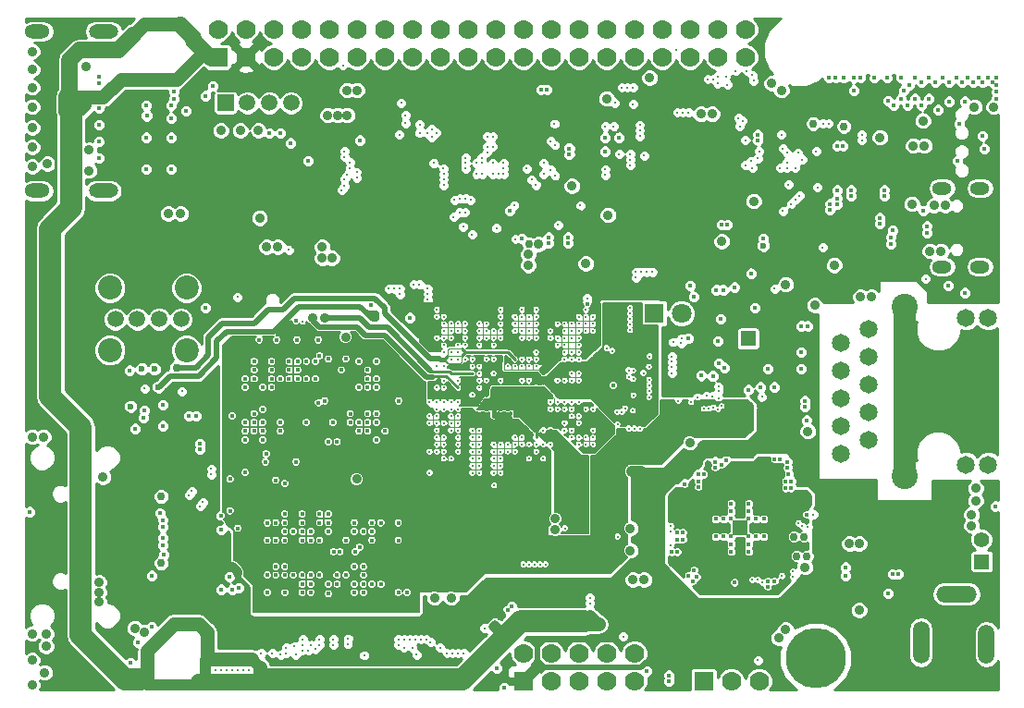
<source format=gbr>
%TF.GenerationSoftware,KiCad,Pcbnew,no-vcs-found-f3908bd~61~ubuntu16.04.1*%
%TF.CreationDate,2017-11-15T13:54:22+02:00*%
%TF.ProjectId,A64-OlinuXino_Rev_E,4136342D4F6C696E7558696E6F5F5265,D*%
%TF.SameCoordinates,Original*%
%TF.FileFunction,Copper,L5,Inr,Plane*%
%TF.FilePolarity,Positive*%
%FSLAX46Y46*%
G04 Gerber Fmt 4.6, Leading zero omitted, Abs format (unit mm)*
G04 Created by KiCad (PCBNEW no-vcs-found-f3908bd~61~ubuntu16.04.1) date Wed Nov 15 13:54:22 2017*
%MOMM*%
%LPD*%
G01*
G04 APERTURE LIST*
%TA.AperFunction,ViaPad*%
%ADD10C,2.400000*%
%TD*%
%TA.AperFunction,ViaPad*%
%ADD11C,1.650000*%
%TD*%
%TA.AperFunction,ViaPad*%
%ADD12O,1.800000X1.200000*%
%TD*%
%TA.AperFunction,ViaPad*%
%ADD13R,1.422400X1.422400*%
%TD*%
%TA.AperFunction,ViaPad*%
%ADD14O,2.300000X1.300000*%
%TD*%
%TA.AperFunction,ViaPad*%
%ADD15O,2.700000X1.300000*%
%TD*%
%TA.AperFunction,ViaPad*%
%ADD16R,0.400000X0.400000*%
%TD*%
%TA.AperFunction,ViaPad*%
%ADD17C,1.500000*%
%TD*%
%TA.AperFunction,ViaPad*%
%ADD18C,2.200000*%
%TD*%
%TA.AperFunction,ViaPad*%
%ADD19C,5.500000*%
%TD*%
%TA.AperFunction,ViaPad*%
%ADD20R,1.500000X1.500000*%
%TD*%
%TA.AperFunction,ViaPad*%
%ADD21C,1.778000*%
%TD*%
%TA.AperFunction,ViaPad*%
%ADD22R,1.778000X1.778000*%
%TD*%
%TA.AperFunction,ViaPad*%
%ADD23R,1.400000X1.400000*%
%TD*%
%TA.AperFunction,ViaPad*%
%ADD24C,1.400000*%
%TD*%
%TA.AperFunction,ViaPad*%
%ADD25R,1.800000X1.800000*%
%TD*%
%TA.AperFunction,ViaPad*%
%ADD26C,1.800000*%
%TD*%
%TA.AperFunction,ViaPad*%
%ADD27O,1.500000X3.900000*%
%TD*%
%TA.AperFunction,ViaPad*%
%ADD28O,1.500000X3.600000*%
%TD*%
%TA.AperFunction,ViaPad*%
%ADD29O,3.700000X1.500000*%
%TD*%
%TA.AperFunction,ViaPad*%
%ADD30C,0.750000*%
%TD*%
%TA.AperFunction,ViaPad*%
%ADD31C,0.900000*%
%TD*%
%TA.AperFunction,ViaPad*%
%ADD32C,0.450000*%
%TD*%
%TA.AperFunction,ViaPad*%
%ADD33C,0.327000*%
%TD*%
%TA.AperFunction,ViaPad*%
%ADD34C,0.406400*%
%TD*%
%TA.AperFunction,ViaPad*%
%ADD35C,0.600000*%
%TD*%
%TA.AperFunction,Conductor*%
%ADD36C,2.032000*%
%TD*%
%TA.AperFunction,Conductor*%
%ADD37C,1.270000*%
%TD*%
%TA.AperFunction,Conductor*%
%ADD38C,1.016000*%
%TD*%
%TA.AperFunction,Conductor*%
%ADD39C,0.762000*%
%TD*%
%TA.AperFunction,Conductor*%
%ADD40C,1.524000*%
%TD*%
%TA.AperFunction,Conductor*%
%ADD41C,0.508000*%
%TD*%
%TA.AperFunction,Conductor*%
%ADD42C,0.406400*%
%TD*%
%TA.AperFunction,Conductor*%
%ADD43C,0.106600*%
%TD*%
%TA.AperFunction,Conductor*%
%ADD44C,0.254000*%
%TD*%
%TA.AperFunction,Conductor*%
%ADD45C,0.127000*%
%TD*%
%TA.AperFunction,Conductor*%
%ADD46C,0.711200*%
%TD*%
%TA.AperFunction,Conductor*%
%ADD47C,0.203200*%
%TD*%
%TA.AperFunction,Conductor*%
%ADD48C,1.397000*%
%TD*%
G04 APERTURE END LIST*
D10*
%TO.N,Net-(C196-Pad2)*%
%TO.C,LAN1*%
X180975000Y-79883000D03*
X180975000Y-64389000D03*
D11*
%TO.N,/USB&HDMI\002CWiFi&BT\002CEthernet\002CLCD/PHYAD0*%
X188595000Y-78867000D03*
%TO.N,/USB&HDMI\002CWiFi&BT\002CEthernet\002CLCD/VDD33*%
X186563000Y-78867000D03*
%TO.N,/USB&HDMI\002CWiFi&BT\002CEthernet\002CLCD/PHYAD1*%
X188595000Y-65405000D03*
%TO.N,/USB&HDMI\002CWiFi&BT\002CEthernet\002CLCD/VDD33*%
X186563000Y-65405000D03*
%TO.N,/USB&HDMI\002CWiFi&BT\002CEthernet\002CLCD/MDI[3]-*%
X175133000Y-77851000D03*
%TO.N,/USB&HDMI\002CWiFi&BT\002CEthernet\002CLCD/MDI[3]+*%
X177673000Y-76581000D03*
%TO.N,/USB&HDMI\002CWiFi&BT\002CEthernet\002CLCD/MDI[2]-*%
X175133000Y-75311000D03*
%TO.N,/USB&HDMI\002CWiFi&BT\002CEthernet\002CLCD/MDI[2]+*%
X177673000Y-74041000D03*
%TO.N,Net-(C200-Pad2)*%
X175133000Y-72771000D03*
%TO.N,Net-(C199-Pad2)*%
X177673000Y-71501000D03*
%TO.N,/USB&HDMI\002CWiFi&BT\002CEthernet\002CLCD/MDI[1]-*%
X175133000Y-70231000D03*
%TO.N,/USB&HDMI\002CWiFi&BT\002CEthernet\002CLCD/MDI[1]+*%
X177673000Y-68961000D03*
%TO.N,/USB&HDMI\002CWiFi&BT\002CEthernet\002CLCD/MDI[0]-*%
X175133000Y-67691000D03*
%TO.N,/USB&HDMI\002CWiFi&BT\002CEthernet\002CLCD/MDI[0]+*%
X177673000Y-66421000D03*
%TD*%
D12*
%TO.N,GND*%
%TO.C,USB-OTG1*%
X187842000Y-53550000D03*
X184372000Y-53550000D03*
X184372000Y-60750000D03*
X187842000Y-60750000D03*
%TD*%
D13*
%TO.N,GND*%
%TO.C,U15*%
X166624000Y-67310000D03*
%TD*%
D14*
%TO.N,GND*%
%TO.C,HDMI1*%
X101547000Y-39182000D03*
X101547000Y-53782000D03*
D15*
X107597000Y-53782000D03*
X107597000Y-39182000D03*
%TD*%
D16*
%TO.N,GND*%
%TO.C,U14*%
X168062000Y-85445500D03*
X167362000Y-85445500D03*
X166662000Y-85445500D03*
X166662000Y-86145500D03*
X166662000Y-86845500D03*
X165062000Y-86845500D03*
X165062000Y-86145500D03*
X165062000Y-85445500D03*
X164362000Y-85445500D03*
X163662000Y-85445500D03*
X163662000Y-83845500D03*
X164362000Y-83845500D03*
X165062000Y-83845500D03*
X165062000Y-83145500D03*
X165062000Y-82445500D03*
X166662000Y-82445500D03*
X166662000Y-83145500D03*
X166662000Y-83845500D03*
X167362000Y-83845500D03*
X168062000Y-83845500D03*
D13*
X165862000Y-84645500D03*
%TD*%
D17*
%TO.N,GND*%
%TO.C,USB1*%
X114712000Y-65532000D03*
%TO.N,/USB&HDMI\002CWiFi&BT\002CEthernet\002CLCD/USB1-DP*%
X112712000Y-65532000D03*
%TO.N,/USB&HDMI\002CWiFi&BT\002CEthernet\002CLCD/USB1-DM*%
X110712000Y-65532000D03*
%TO.N,Net-(C74-Pad1)*%
X108712000Y-65532000D03*
D18*
%TO.N,GND*%
X108212000Y-68382000D03*
X108212000Y-62682000D03*
X115212000Y-68382000D03*
X115212000Y-62682000D03*
%TD*%
D19*
%TO.N,GND*%
%TO.C,Mounting_hole1*%
X172800000Y-96600000D03*
%TD*%
D20*
%TO.N,Net-(HSIC1-Pad1)*%
%TO.C,HSIC1*%
X118793000Y-45720000D03*
D17*
%TO.N,Net-(HSIC1-Pad2)*%
X120793000Y-45720000D03*
%TO.N,Net-(HSIC1-Pad3)*%
X122793000Y-45720000D03*
%TO.N,GND*%
X124793000Y-45720000D03*
%TD*%
D21*
%TO.N,VCC-PE*%
%TO.C,GPIO1*%
X166370000Y-38989000D03*
%TO.N,/Power Supply\002C Extensions and MiPi-DSI/PE17/GPIO_LED*%
X166370000Y-41529000D03*
%TO.N,/Power Supply\002C Extensions and MiPi-DSI/2.8V_AVDD-CSI*%
X163830000Y-38989000D03*
%TO.N,/Power Supply\002C Extensions and MiPi-DSI/PE16/POWERON*%
X163830000Y-41529000D03*
%TO.N,/Power Supply\002C Extensions and MiPi-DSI/1.8V_DVDD-CSI*%
X161290000Y-38989000D03*
%TO.N,/Power Supply\002C Extensions and MiPi-DSI/PE15*%
X161290000Y-41529000D03*
%TO.N,PL12*%
X158750000Y-38989000D03*
%TO.N,/Power Supply\002C Extensions and MiPi-DSI/PE14*%
X158750000Y-41529000D03*
%TO.N,PL11*%
X156210000Y-38989000D03*
%TO.N,/Power Supply\002C Extensions and MiPi-DSI/PE13*%
X156210000Y-41529000D03*
%TO.N,PL7*%
X146050000Y-38989000D03*
%TO.N,/Power Supply\002C Extensions and MiPi-DSI/PE9*%
X146050000Y-41529000D03*
%TO.N,PC7*%
X143510000Y-38989000D03*
%TO.N,/Power Supply\002C Extensions and MiPi-DSI/PE8*%
X143510000Y-41529000D03*
%TO.N,/Power Supply\002C Extensions and MiPi-DSI/PE10*%
X148590000Y-41529000D03*
%TO.N,PL8*%
X148590000Y-38989000D03*
%TO.N,PL9*%
X151130000Y-38989000D03*
%TO.N,/Power Supply\002C Extensions and MiPi-DSI/PE11*%
X151130000Y-41529000D03*
%TO.N,/Power Supply\002C Extensions and MiPi-DSI/PE12*%
X153670000Y-41529000D03*
%TO.N,PL10*%
X153670000Y-38989000D03*
%TO.N,/Power Supply\002C Extensions and MiPi-DSI/PB0*%
X128270000Y-38989000D03*
%TO.N,/Power Supply\002C Extensions and MiPi-DSI/PE2*%
X128270000Y-41529000D03*
%TO.N,/Power Supply\002C Extensions and MiPi-DSI/PE1*%
X125730000Y-41529000D03*
%TO.N,KEYADC*%
X125730000Y-38989000D03*
%TO.N,UBOOT*%
X123190000Y-38989000D03*
%TO.N,/Power Supply\002C Extensions and MiPi-DSI/PE0*%
X123190000Y-41529000D03*
D22*
%TO.N,+5V*%
X118110000Y-41529000D03*
D21*
%TO.N,GND*%
X118110000Y-38989000D03*
%TO.N,+3V3*%
X120650000Y-41529000D03*
%TO.N,AP-RESET#*%
X120650000Y-38989000D03*
%TO.N,/Power Supply\002C Extensions and MiPi-DSI/PE3*%
X130810000Y-41529000D03*
%TO.N,/Power Supply\002C Extensions and MiPi-DSI/PB1*%
X130810000Y-38989000D03*
%TO.N,/Power Supply\002C Extensions and MiPi-DSI/PE4*%
X133350000Y-41529000D03*
%TO.N,/Power Supply\002C Extensions and MiPi-DSI/PB2*%
X133350000Y-38989000D03*
%TO.N,/Power Supply\002C Extensions and MiPi-DSI/PE5*%
X135890000Y-41529000D03*
%TO.N,/Power Supply\002C Extensions and MiPi-DSI/PB3*%
X135890000Y-38989000D03*
%TO.N,/Power Supply\002C Extensions and MiPi-DSI/PE6*%
X138430000Y-41529000D03*
%TO.N,/Power Supply\002C Extensions and MiPi-DSI/PB4*%
X138430000Y-38989000D03*
%TO.N,/Power Supply\002C Extensions and MiPi-DSI/PE7*%
X140970000Y-41529000D03*
%TO.N,PC4*%
X140970000Y-38989000D03*
%TD*%
%TO.N,Net-(R79-Pad2)*%
%TO.C,UEXT1*%
X156210000Y-96139000D03*
%TO.N,Net-(RM14-Pad3.1)*%
X156210000Y-98679000D03*
%TO.N,Net-(RM14-Pad1.1)*%
X153670000Y-98679000D03*
%TO.N,Net-(RM14-Pad2.1)*%
X153670000Y-96139000D03*
%TO.N,TWI1-SDA*%
X151130000Y-96139000D03*
%TO.N,TWI1-SCK*%
X151130000Y-98679000D03*
D22*
%TO.N,+3V3*%
X146050000Y-98679000D03*
D21*
%TO.N,GND*%
X146050000Y-96139000D03*
%TO.N,UART3-TX*%
X148590000Y-98679000D03*
%TO.N,UART3-RX*%
X148590000Y-96139000D03*
%TD*%
D22*
%TO.N,Net-(DBG_UART1-Pad1)*%
%TO.C,DBG_UART1*%
X162560000Y-98679000D03*
D21*
%TO.N,Net-(D4-Pad1)*%
X165100000Y-98679000D03*
%TO.N,GND*%
X167640000Y-98679000D03*
%TD*%
D23*
%TO.N,VBAT*%
%TO.C,LIPO_BAT1*%
X187982860Y-87749380D03*
D24*
%TO.N,GND*%
X187980320Y-85737700D03*
%TD*%
D25*
%TO.N,GND*%
%TO.C,PHYRST1*%
X157988000Y-65024000D03*
D26*
%TO.N,Net-(C211-Pad2)*%
X160528000Y-65024000D03*
%TD*%
D27*
%TO.N,+5V_EXT*%
%TO.C,PWR1*%
X182441000Y-95174000D03*
D28*
%TO.N,GND*%
X188441000Y-95324000D03*
D29*
X185695000Y-90724000D03*
%TD*%
D30*
%TO.N,+5V_EXT*%
X170815000Y-85471000D03*
X171704000Y-85471000D03*
D31*
%TO.N,+5V*%
X170058510Y-62357000D03*
X157607000Y-43434000D03*
X178689000Y-48895000D03*
X105537000Y-46482000D03*
X104521000Y-46482000D03*
X121911591Y-56269409D03*
X106045000Y-45212000D03*
D32*
X116967000Y-45085000D03*
D31*
X152908000Y-93472000D03*
X152146000Y-92710000D03*
D32*
X143129000Y-93726000D03*
X143459200Y-93395800D03*
X116840000Y-93980000D03*
X116332000Y-93472000D03*
D33*
%TO.N,GND*%
X159752295Y-67641205D03*
D32*
X188976000Y-43815000D03*
X188087000Y-43815000D03*
X187198000Y-43815000D03*
X186182000Y-43815000D03*
X189357000Y-45339000D03*
X189357000Y-44704000D03*
X189357000Y-44069000D03*
X188595000Y-43434000D03*
X189357000Y-43434000D03*
X187706000Y-43434000D03*
X186690000Y-43434000D03*
X181356000Y-44069000D03*
X180848000Y-44577000D03*
X176276000Y-44577000D03*
X176911000Y-43434000D03*
X174625000Y-43434000D03*
X176276000Y-43434000D03*
X175387000Y-43434000D03*
X178181000Y-43434000D03*
X179430320Y-45545808D03*
D33*
X160250000Y-73050000D03*
X137850000Y-51250000D03*
X148900000Y-47650000D03*
X147900000Y-51250000D03*
X147900000Y-52250000D03*
X147200000Y-53250000D03*
X143250000Y-52250000D03*
X142750000Y-50250000D03*
X142250000Y-50750000D03*
X142750000Y-48800000D03*
X142750000Y-49750000D03*
X142250000Y-51250000D03*
X142250000Y-52250000D03*
X141750000Y-52250000D03*
D31*
X127635000Y-59944000D03*
X128524000Y-59944000D03*
X127635000Y-58928000D03*
D32*
X143637000Y-97536000D03*
D30*
X146558000Y-58674000D03*
D31*
X147447000Y-58674000D03*
D32*
X179451000Y-90678000D03*
D30*
X112903000Y-87884000D03*
D31*
X101092000Y-94361000D03*
X101092000Y-96774000D03*
X102235000Y-97917000D03*
X101092000Y-99060000D03*
X110490000Y-93853000D03*
X107188000Y-89662000D03*
X107188000Y-90551000D03*
D32*
X116459000Y-76962000D03*
X116459000Y-77470000D03*
X118364000Y-83566000D03*
X132080000Y-64262000D03*
X126200000Y-71000000D03*
X123000000Y-69400000D03*
X120600000Y-76600000D03*
X132200000Y-89800000D03*
X129000000Y-89000000D03*
X125800000Y-83400000D03*
X124200000Y-90600000D03*
X159385000Y-98171000D03*
X159385000Y-98679000D03*
D31*
X101092000Y-42672000D03*
X101092000Y-41021000D03*
X106299000Y-50038000D03*
X106299000Y-51943000D03*
X101092000Y-51562000D03*
X101092000Y-49784000D03*
X101092000Y-48006000D03*
X101092000Y-46101000D03*
X101092000Y-44323000D03*
D34*
X147875000Y-75075000D03*
D32*
X174752000Y-49657000D03*
X175260000Y-49657000D03*
X161290000Y-62484000D03*
D31*
X162306000Y-46741510D03*
X163322000Y-46741510D03*
D32*
X100838000Y-83185000D03*
D31*
X128143000Y-46863000D03*
X129921000Y-46863000D03*
X129032000Y-46863000D03*
X130810000Y-44577000D03*
X129921000Y-44577000D03*
D32*
X184912000Y-62484000D03*
D31*
X177927000Y-63500000D03*
X176911000Y-63500000D03*
D32*
X178689000Y-56261000D03*
X154813000Y-48895000D03*
X153543000Y-50165000D03*
D31*
X153670000Y-45339000D03*
X153797000Y-56007000D03*
X146500000Y-59600000D03*
X146500000Y-60600000D03*
X122555000Y-58928000D03*
D32*
X131064000Y-49149000D03*
X123825000Y-48514000D03*
D31*
X121793000Y-48260000D03*
X120142000Y-48260000D03*
X118364000Y-48260000D03*
D32*
X122809000Y-48514000D03*
X132600000Y-76600000D03*
X125222000Y-65659000D03*
X131800000Y-71000000D03*
D33*
X138125000Y-64675000D03*
D32*
X132600000Y-69400000D03*
D33*
X145925000Y-66625000D03*
D31*
X164211000Y-58420000D03*
X161290000Y-76835000D03*
D32*
X166878000Y-61341000D03*
X117602000Y-44196000D03*
X124714000Y-49403000D03*
X126365000Y-51054000D03*
X172085000Y-66167000D03*
D31*
X114681000Y-55880000D03*
X113538000Y-55880000D03*
X107188000Y-91440000D03*
X129794000Y-67183000D03*
D32*
X122200000Y-76600000D03*
X123800000Y-75800000D03*
X131000000Y-69400000D03*
X128200000Y-76800000D03*
X131000000Y-75800000D03*
D31*
X182626000Y-47371000D03*
D32*
X184023000Y-46355000D03*
X182499000Y-45974000D03*
X181229000Y-45974000D03*
X179959000Y-45974000D03*
X180594000Y-45339000D03*
X181864000Y-45339000D03*
X183134000Y-45339000D03*
X186436000Y-45593000D03*
X185039000Y-45593000D03*
X182499000Y-43815000D03*
X183769000Y-43815000D03*
X185039000Y-43815000D03*
X179324000Y-43434000D03*
D31*
X167132000Y-54737000D03*
X174503225Y-60584225D03*
D32*
X144272000Y-99314000D03*
D31*
X148971000Y-84836000D03*
X137922000Y-91053480D03*
X139446000Y-91053480D03*
X101092000Y-76327000D03*
X102362000Y-94361000D03*
X102362000Y-95504000D03*
X107569000Y-80010000D03*
X111379000Y-94234000D03*
X123571000Y-58928000D03*
D32*
X154305000Y-71628000D03*
D31*
X183642000Y-55118000D03*
X184658000Y-55118000D03*
D33*
X140725000Y-67275000D03*
X138775000Y-75075000D03*
X139425000Y-75725000D03*
X152425000Y-65325000D03*
X145925000Y-74425000D03*
D32*
X107188000Y-43307000D03*
X107188000Y-50800000D03*
X107188000Y-49276000D03*
X107188000Y-47752000D03*
X107188000Y-46228000D03*
X111506000Y-51816000D03*
X111506000Y-48895000D03*
X111506000Y-45974000D03*
X113792000Y-45974000D03*
X113792000Y-51816000D03*
X113792000Y-48895000D03*
D31*
X102108000Y-76327000D03*
D32*
X119200000Y-83100000D03*
X132200000Y-84200000D03*
X130600000Y-84200000D03*
D33*
X145275000Y-74425000D03*
X143325000Y-74425000D03*
D34*
X147225000Y-75075000D03*
X146575000Y-75075000D03*
X146575000Y-74425000D03*
X147225000Y-74425000D03*
X147875000Y-74425000D03*
X143325000Y-73775000D03*
X143975000Y-73775000D03*
X144625000Y-73775000D03*
X145275000Y-73775000D03*
X145925000Y-73775000D03*
X146575000Y-73775000D03*
X147225000Y-73775000D03*
X146575000Y-73125000D03*
X145925000Y-73125000D03*
X145275000Y-73125000D03*
X144625000Y-73125000D03*
X143975000Y-73125000D03*
X142675000Y-73125000D03*
X143325000Y-73125000D03*
X147875000Y-73775000D03*
D33*
X149175000Y-74425000D03*
X148525000Y-74425000D03*
D34*
X147875000Y-72475000D03*
X147225000Y-72475000D03*
X146575000Y-72475000D03*
X145925000Y-72475000D03*
X145275000Y-72475000D03*
X144625000Y-72475000D03*
D33*
X143325000Y-72475000D03*
D34*
X143975000Y-72475000D03*
X147875000Y-73125000D03*
X147225000Y-73125000D03*
D33*
X148525000Y-72475000D03*
X147875000Y-71825000D03*
X147225000Y-71825000D03*
X146575000Y-71825000D03*
X143975000Y-71175000D03*
X143325000Y-71825000D03*
X143975000Y-71825000D03*
X144625000Y-71825000D03*
X145275000Y-71825000D03*
X145925000Y-71175000D03*
X146575000Y-71175000D03*
X145925000Y-71825000D03*
X146575000Y-69875000D03*
X145925000Y-69875000D03*
X144625000Y-69875000D03*
X145275000Y-69875000D03*
D31*
X182753000Y-49657000D03*
X169672000Y-44577000D03*
X181610000Y-54991000D03*
X187325000Y-46101000D03*
X189103000Y-46101000D03*
D32*
X171831000Y-73025000D03*
X171831000Y-73533000D03*
X168021000Y-58166000D03*
D35*
X168021000Y-58801000D03*
D31*
X155829000Y-86741000D03*
X172085000Y-75819000D03*
X155829000Y-84709000D03*
X187452000Y-81026000D03*
X187452000Y-82169000D03*
D32*
X175514000Y-89027000D03*
X175514000Y-88265000D03*
X179832000Y-88900000D03*
X180340000Y-88900000D03*
D31*
X176784000Y-92202000D03*
X148971000Y-83820000D03*
D33*
X147225000Y-75725000D03*
X148525000Y-77025000D03*
X147225000Y-76375000D03*
X147875000Y-78325000D03*
D31*
X156083000Y-89408000D03*
X157099000Y-89408000D03*
X171831000Y-88265000D03*
D33*
X149175000Y-71175000D03*
D32*
X173990000Y-43434000D03*
X185674000Y-43434000D03*
X184404000Y-43434000D03*
X183134000Y-43434000D03*
X181864000Y-43434000D03*
X180594000Y-43434000D03*
D31*
X181737000Y-49657000D03*
D32*
X178689000Y-56769000D03*
D33*
X143975000Y-65975000D03*
X142675000Y-71175000D03*
X143325000Y-70525000D03*
X142025000Y-71175000D03*
X142025000Y-73775000D03*
D32*
X128200000Y-69200000D03*
X124600000Y-69400000D03*
X121400000Y-69400000D03*
X126200000Y-75000000D03*
X122428000Y-78613000D03*
X125222000Y-78613000D03*
X129400000Y-70200000D03*
X129800000Y-69200000D03*
X128600000Y-75000000D03*
X129000000Y-76800000D03*
X130200000Y-75000000D03*
X133400000Y-75800000D03*
X124200000Y-83400000D03*
X123400000Y-84200000D03*
X122600000Y-90600000D03*
X126600000Y-90600000D03*
X128200000Y-84200000D03*
D33*
X142025000Y-75725000D03*
X137475000Y-79625000D03*
X138775000Y-78325000D03*
X142025000Y-77675000D03*
X144625000Y-77025000D03*
X143975000Y-77675000D03*
X145275000Y-77675000D03*
X145275000Y-77025000D03*
D32*
X133000000Y-84200000D03*
X131400000Y-90600000D03*
X135400000Y-90600000D03*
X133000000Y-89800000D03*
X134600000Y-84200000D03*
X130600000Y-90600000D03*
X134600000Y-90600000D03*
X130600000Y-89800000D03*
X134600000Y-85800000D03*
X132200000Y-85000000D03*
D34*
X142675000Y-73775000D03*
D33*
X148525000Y-75075000D03*
D32*
X127254000Y-67437000D03*
X125349000Y-67437000D03*
X123444000Y-67437000D03*
X121885000Y-67437000D03*
D31*
%TO.N,+1.5V*%
X166657562Y-73660000D03*
D32*
X121100000Y-67500000D03*
X128200000Y-89000000D03*
X146812000Y-86868000D03*
X121400000Y-76600000D03*
X123800000Y-76600000D03*
X129000000Y-69200000D03*
D33*
X143975000Y-74425000D03*
D32*
X134600000Y-85000000D03*
X133800000Y-84200000D03*
X131400000Y-84200000D03*
D33*
X142675000Y-75075000D03*
X143325000Y-75075000D03*
X143975000Y-75725000D03*
X143975000Y-76375000D03*
X143975000Y-75075000D03*
X145275000Y-75075000D03*
X145275000Y-75725000D03*
D31*
X166497000Y-74676000D03*
D33*
X141375000Y-74425000D03*
X142025000Y-74425000D03*
D32*
X119200000Y-82400000D03*
X126200000Y-70200000D03*
X127000000Y-70200000D03*
X123800000Y-69400000D03*
X122200000Y-69400000D03*
X126200000Y-75800000D03*
X133400000Y-70200000D03*
X132600000Y-70200000D03*
X131000000Y-70200000D03*
X131800000Y-69400000D03*
X128600000Y-74200000D03*
X127400000Y-76800000D03*
X130200000Y-75800000D03*
X132600000Y-75800000D03*
X131000000Y-76600000D03*
X125000000Y-83400000D03*
X123400000Y-83400000D03*
X127400000Y-85000000D03*
X123400000Y-90600000D03*
X125000000Y-90600000D03*
X135900000Y-89500000D03*
X129800000Y-85000000D03*
X133000000Y-85000000D03*
X132200000Y-90600000D03*
X135354607Y-84148773D03*
X133800000Y-90600000D03*
X133000000Y-90600000D03*
X130600000Y-89000000D03*
X129800000Y-90600000D03*
X131800000Y-76600000D03*
%TO.N,/VREF0_DDR3*%
X119380000Y-74422000D03*
X119200000Y-80200000D03*
X119900000Y-84700000D03*
X123800000Y-75000000D03*
X126600000Y-89800000D03*
X127400000Y-68900000D03*
D31*
%TO.N,/S0SVREF*%
X130800000Y-80200000D03*
D33*
X141375000Y-76375000D03*
D32*
%TO.N,+3V3*%
X124968000Y-58801000D03*
D31*
X107569000Y-81153000D03*
X100838000Y-81026000D03*
D32*
X118364000Y-84201000D03*
X157734000Y-99314000D03*
D31*
X149860000Y-45333490D03*
X160274000Y-44958000D03*
X161163000Y-44952490D03*
D32*
X154559000Y-55499000D03*
X153543000Y-51181000D03*
D31*
X151003000Y-55880000D03*
D32*
X130302000Y-49149000D03*
D33*
X147875000Y-69875000D03*
D31*
X163576000Y-59563000D03*
D32*
X143891000Y-92964000D03*
X144221200Y-92633800D03*
X186309000Y-55880000D03*
D31*
X119888000Y-88773000D03*
D33*
X144625000Y-69225000D03*
X147875000Y-70525000D03*
D30*
X142875000Y-58674000D03*
D31*
X172466000Y-44577000D03*
D32*
X180975000Y-93980000D03*
D33*
X148525000Y-69875000D03*
X145275000Y-67925000D03*
X145275000Y-67275000D03*
D31*
X156839490Y-79502000D03*
X155956000Y-79502000D03*
D33*
%TO.N,Net-(C37-Pad2)*%
X140250000Y-54500000D03*
D32*
%TO.N,GNDA*%
X118364000Y-84836000D03*
D30*
X112903000Y-81788000D03*
D35*
X112649000Y-71755000D03*
D32*
X132588000Y-65024000D03*
X132588000Y-65532000D03*
D33*
X137475000Y-73125000D03*
D32*
%TO.N,/NAND Flash \002C eMMC\002C T-Card and Audio/MBIAS*%
X113030000Y-85598000D03*
D33*
X140075000Y-71175000D03*
D35*
%TO.N,+3.0VA*%
X110109000Y-73533000D03*
D31*
X127889000Y-65405000D03*
D32*
X160147000Y-86868000D03*
X159639000Y-86868000D03*
D33*
X145925000Y-69225000D03*
X141375000Y-70525000D03*
D30*
%TO.N,+1V8*%
X172593000Y-47625000D03*
D35*
X111125000Y-70104000D03*
D31*
X126746000Y-65405000D03*
D33*
X140075000Y-71825000D03*
D32*
X170053000Y-81026000D03*
X170561000Y-81026000D03*
D33*
%TO.N,Net-(C51-Pad1)*%
X138775000Y-73125000D03*
%TO.N,/NAND Flash \002C eMMC\002C T-Card and Audio/MICIN1P*%
X116713000Y-82296000D03*
X138125000Y-69875000D03*
%TO.N,Net-(C54-Pad2)*%
X141375000Y-72475000D03*
X142025000Y-71825000D03*
D32*
X135636000Y-65405000D03*
D33*
%TO.N,Net-(C55-Pad1)*%
X138125000Y-71825000D03*
D32*
%TO.N,Net-(C57-Pad2)*%
X119126000Y-89154000D03*
X113030000Y-86233000D03*
D33*
%TO.N,Net-(C59-Pad1)*%
X138125000Y-73125000D03*
%TO.N,/NAND Flash \002C eMMC\002C T-Card and Audio/MICIN1N*%
X116459000Y-82677000D03*
X138775000Y-69875000D03*
%TO.N,Net-(C61-Pad1)*%
X140075000Y-73125000D03*
%TO.N,Net-(C61-Pad2)*%
X140075000Y-73775000D03*
D31*
%TO.N,+5V_USBOTG*%
X184277000Y-59309000D03*
D30*
X171069000Y-87249000D03*
X171958000Y-87249000D03*
D31*
X183261000Y-59309000D03*
D33*
%TO.N,Net-(C68-Pad2)*%
X182880000Y-61849000D03*
%TO.N,/USB&HDMI\002CWiFi&BT\002CEthernet\002CLCD/USB0-VBUSDET*%
X156702219Y-75620325D03*
D32*
X179705000Y-58674000D03*
D33*
X172974000Y-53467000D03*
D31*
%TO.N,+3.3VD*%
X102489000Y-51308000D03*
D30*
X114300000Y-69977000D03*
D32*
X162052000Y-80899000D03*
X162052000Y-80391000D03*
D33*
X145275000Y-69225000D03*
D32*
%TO.N,+3.3VWiFiIO*%
X174752000Y-53721000D03*
X164211000Y-56896000D03*
X164719000Y-56896000D03*
X150114000Y-58547000D03*
X150114000Y-58039000D03*
D33*
X147225000Y-68575000D03*
D32*
X164211000Y-78867000D03*
X164592000Y-78486000D03*
%TO.N,VCC-PL*%
X176022000Y-54229000D03*
X176022000Y-53721000D03*
D33*
X142675000Y-69225000D03*
D32*
X160147000Y-85725000D03*
X160655000Y-85725000D03*
%TO.N,1.1V_CPUS*%
X144780000Y-55626000D03*
X179070000Y-53721000D03*
X179070000Y-54229000D03*
X169545000Y-78359000D03*
X169037000Y-78359000D03*
D33*
X142025000Y-69875000D03*
D31*
%TO.N,1.1V_CPUX*%
X150749000Y-80269520D03*
X149733000Y-81280000D03*
X149733000Y-80264000D03*
D33*
X149175000Y-77025000D03*
X149825000Y-77025000D03*
X148525000Y-75725000D03*
X149175000Y-76375000D03*
X150475000Y-77675000D03*
X149825000Y-77675000D03*
X149175000Y-77675000D03*
X151775000Y-78975000D03*
X151775000Y-78325000D03*
X150475000Y-78975000D03*
X151125000Y-78975000D03*
X151125000Y-78325000D03*
X150475000Y-78325000D03*
X149825000Y-78325000D03*
X149175000Y-78325000D03*
X149175000Y-78975000D03*
D31*
X150749000Y-81280000D03*
D32*
%TO.N,Net-(C125-Pad2)*%
X160782000Y-80645000D03*
%TO.N,IPS*%
X164719000Y-79756000D03*
X164719000Y-79248000D03*
D31*
X163703000Y-90170000D03*
D32*
X160528000Y-81280000D03*
X160020000Y-81280000D03*
D31*
X187071000Y-84455000D03*
X187071000Y-83439000D03*
D32*
X169545000Y-78994000D03*
X169037000Y-78994000D03*
X167386000Y-78994000D03*
X167767000Y-78613000D03*
X162941000Y-79248000D03*
X162941000Y-78740000D03*
D30*
X159766000Y-83693000D03*
X160655000Y-83693000D03*
D32*
X160274000Y-88138000D03*
X160274000Y-87630000D03*
D31*
X164465000Y-89662000D03*
D30*
X171704000Y-86360000D03*
X170815000Y-86360000D03*
D31*
X171831000Y-81915000D03*
X170942000Y-81915000D03*
%TO.N,Net-(C135-Pad1)*%
X175895000Y-86106000D03*
X176784000Y-86106000D03*
D32*
%TO.N,VBAT*%
X171958000Y-83439000D03*
D31*
%TO.N,Net-(C143-Pad2)*%
X169418000Y-94742000D03*
X170053000Y-93980000D03*
D32*
%TO.N,Net-(C149-Pad1)*%
X161925000Y-89154000D03*
X161544000Y-89535000D03*
D35*
%TO.N,3.0V_RTC*%
X112268000Y-70104000D03*
D32*
X116967000Y-64516000D03*
X168402000Y-90043000D03*
X168402000Y-89535000D03*
D33*
X141375000Y-69225000D03*
D31*
%TO.N,1.1V_SYS*%
X155961697Y-74872315D03*
X156915685Y-74871985D03*
D33*
X144625000Y-71175000D03*
X145275000Y-71175000D03*
X147225000Y-71175000D03*
X147225000Y-69875000D03*
X147225000Y-70525000D03*
X146575000Y-70525000D03*
X145925000Y-70525000D03*
X144625000Y-70525000D03*
X145275000Y-70525000D03*
X142675000Y-72475000D03*
X143325000Y-71175000D03*
X142675000Y-71825000D03*
%TO.N,AP-RESET#*%
X177038000Y-48641000D03*
D32*
X185928000Y-47625000D03*
D33*
X129540000Y-42291000D03*
X140075000Y-68575000D03*
X167894000Y-72644000D03*
X167005000Y-89408000D03*
D32*
%TO.N,/Power Supply\002C Extensions and MiPi-DSI/3.3V_MIPI*%
X144653000Y-92202000D03*
X144983200Y-91871800D03*
X162560000Y-79756000D03*
X162052000Y-79756000D03*
%TO.N,/Power Supply\002C Extensions and MiPi-DSI/2.8V_AVDD-CSI*%
X174752000Y-54483000D03*
X163576000Y-79121000D03*
X163576000Y-78613000D03*
X174752000Y-54991000D03*
D31*
%TO.N,VCC-PE*%
X151759490Y-60452000D03*
D32*
X174117000Y-55499000D03*
X174117000Y-54991000D03*
X160147000Y-85090000D03*
X160655000Y-85090000D03*
%TO.N,/Power Supply\002C Extensions and MiPi-DSI/1.8V_DVDD-CSI*%
X170053000Y-80391000D03*
X170561000Y-80391000D03*
D31*
X168783000Y-43942000D03*
D32*
%TO.N,Net-(C174-Pad2)*%
X170307000Y-79756000D03*
D33*
%TO.N,Net-(C177-Pad2)*%
X177038000Y-49149000D03*
D32*
X185801000Y-51054000D03*
D33*
X172085000Y-84582000D03*
D32*
%TO.N,1.2V_HSIC*%
X148208996Y-44513500D03*
X147701000Y-44513500D03*
X148336000Y-58039000D03*
X148336000Y-58547000D03*
D30*
X175387000Y-47879000D03*
D33*
X143325000Y-69225000D03*
D32*
X170180000Y-79121000D03*
X170180000Y-78613000D03*
%TO.N,Net-(C181-Pad2)*%
X169037000Y-89535000D03*
D33*
%TO.N,Net-(C183-Pad1)*%
X138125000Y-67275000D03*
X136525000Y-62357000D03*
%TO.N,Net-(C184-Pad1)*%
X136017000Y-62357000D03*
X138775000Y-67925000D03*
D32*
%TO.N,Net-(C188-Pad2)*%
X145923000Y-58166000D03*
D33*
X146575000Y-69225000D03*
%TO.N,Net-(C192-Pad2)*%
X141375000Y-69875000D03*
%TO.N,KEYADC*%
X133731000Y-62738000D03*
%TO.N,Net-(D4-Pad2)*%
X167513000Y-96774000D03*
D32*
X157353000Y-97790000D03*
D33*
X150475000Y-75725000D03*
%TO.N,Net-(DBG_UART1-Pad1)*%
X148525000Y-73125000D03*
D32*
%TO.N,Net-(FET1-Pad3)*%
X107188000Y-43942000D03*
%TO.N,/USB&HDMI\002CWiFi&BT\002CEthernet\002CLCD/HCEC*%
X113792000Y-47117000D03*
X111569500Y-46926500D03*
D33*
X140725000Y-66625000D03*
D31*
%TO.N,Net-(FUSE1-Pad2)*%
X106045000Y-42418000D03*
D33*
%TO.N,/Power Supply\002C Extensions and MiPi-DSI/PE16*%
X163830000Y-43942000D03*
X151775000Y-65975000D03*
%TO.N,/Power Supply\002C Extensions and MiPi-DSI/PE15*%
X157861000Y-61214000D03*
%TO.N,PL12*%
X140075000Y-65975000D03*
%TO.N,/Power Supply\002C Extensions and MiPi-DSI/PE14*%
X152425000Y-66625000D03*
%TO.N,PL11*%
X139425000Y-67275000D03*
%TO.N,/Power Supply\002C Extensions and MiPi-DSI/PE13*%
X150475000Y-65975000D03*
%TO.N,PL10*%
X139425000Y-65975000D03*
%TO.N,/Power Supply\002C Extensions and MiPi-DSI/PE12*%
X164719000Y-44069000D03*
X151775000Y-66625000D03*
%TO.N,PL9*%
X139425000Y-66625000D03*
%TO.N,/Power Supply\002C Extensions and MiPi-DSI/PE11*%
X156083000Y-44323000D03*
X149825000Y-65975000D03*
%TO.N,PL8*%
X138775000Y-65975000D03*
%TO.N,/Power Supply\002C Extensions and MiPi-DSI/PE10*%
X163449000Y-43561000D03*
X151775000Y-65325000D03*
%TO.N,PL7*%
X138775000Y-67275000D03*
%TO.N,/Power Supply\002C Extensions and MiPi-DSI/PE9*%
X150475000Y-68575000D03*
X164592000Y-43307000D03*
%TO.N,PC7*%
X151257000Y-55118000D03*
X147225000Y-67275000D03*
X155575000Y-44323000D03*
%TO.N,/Power Supply\002C Extensions and MiPi-DSI/PE8*%
X163830000Y-43307000D03*
X152425000Y-65975000D03*
%TO.N,/Power Supply\002C Extensions and MiPi-DSI/PE0*%
X166370000Y-49149000D03*
X151125000Y-67925000D03*
%TO.N,UBOOT*%
X140725000Y-69225000D03*
X119888000Y-63500000D03*
X134747000Y-63246000D03*
%TO.N,/Power Supply\002C Extensions and MiPi-DSI/PE1*%
X161163000Y-46609000D03*
X151775000Y-64675000D03*
%TO.N,/Power Supply\002C Extensions and MiPi-DSI/PE2*%
X160147000Y-46609000D03*
X151125000Y-65325000D03*
%TO.N,/Power Supply\002C Extensions and MiPi-DSI/PB0*%
X160020000Y-40894000D03*
X148525000Y-73775000D03*
%TO.N,/Power Supply\002C Extensions and MiPi-DSI/PE3*%
X160655000Y-46609000D03*
X151125000Y-65975000D03*
%TO.N,/Power Supply\002C Extensions and MiPi-DSI/PB1*%
X167132000Y-43688000D03*
X155702000Y-75565000D03*
%TO.N,/Power Supply\002C Extensions and MiPi-DSI/PE4*%
X151125000Y-67275000D03*
X165862000Y-47879000D03*
%TO.N,/Power Supply\002C Extensions and MiPi-DSI/PB2*%
X165481000Y-42799000D03*
X149175000Y-73125000D03*
%TO.N,/Power Supply\002C Extensions and MiPi-DSI/PE5*%
X166116000Y-47371000D03*
X149825000Y-68575000D03*
%TO.N,/Power Supply\002C Extensions and MiPi-DSI/PB3*%
X167005000Y-43180000D03*
X156210000Y-75565000D03*
%TO.N,/Power Supply\002C Extensions and MiPi-DSI/PE6*%
X156083000Y-45847000D03*
X149825000Y-66625000D03*
%TO.N,/Power Supply\002C Extensions and MiPi-DSI/PB4*%
X166497000Y-42799000D03*
X149825000Y-75725000D03*
%TO.N,/Power Supply\002C Extensions and MiPi-DSI/PE7*%
X165735000Y-47117000D03*
X150475000Y-67275000D03*
%TO.N,PC4*%
X155067000Y-44323000D03*
X154813000Y-50419000D03*
X147225000Y-66625000D03*
D32*
%TO.N,/USB&HDMI\002CWiFi&BT\002CEthernet\002CLCD/HSCL*%
X115189000Y-46482000D03*
D33*
X142025000Y-65975000D03*
D32*
%TO.N,/USB&HDMI\002CWiFi&BT\002CEthernet\002CLCD/HSDA*%
X114046000Y-45339000D03*
D33*
X140075000Y-66625000D03*
D32*
%TO.N,/NAND Flash \002C eMMC\002C T-Card and Audio/HPOUTR*%
X115443000Y-74422000D03*
D33*
X138775000Y-71825000D03*
%TO.N,/NAND Flash \002C eMMC\002C T-Card and Audio/HPOUTFB*%
X111379000Y-71882000D03*
X125857000Y-65786000D03*
X138775000Y-73775000D03*
D32*
%TO.N,/NAND Flash \002C eMMC\002C T-Card and Audio/HPOUTL*%
X116078000Y-74422000D03*
D33*
X138775000Y-71175000D03*
%TO.N,TWI0-SDA*%
X122051034Y-96134966D03*
X150475000Y-73775000D03*
%TO.N,TWI0-SCK*%
X149825000Y-73125000D03*
X120904000Y-97663000D03*
%TO.N,/USB&HDMI\002CWiFi&BT\002CEthernet\002CLCD/PH8/CTP-RST*%
X149825000Y-73775000D03*
X120396000Y-97663000D03*
%TO.N,/USB&HDMI\002CWiFi&BT\002CEthernet\002CLCD/PH7/CTP-INT*%
X123063000Y-96139000D03*
X148082000Y-88011000D03*
X152425000Y-76375000D03*
%TO.N,/USB&HDMI\002CWiFi&BT\002CEthernet\002CLCD/GMDC/LCD-PWM*%
X119888000Y-97663000D03*
X156069387Y-73918444D03*
X150475000Y-71175000D03*
%TO.N,/USB&HDMI\002CWiFi&BT\002CEthernet\002CLCD/GMDIO/LCD_PWR*%
X123825000Y-96266000D03*
X155086476Y-74038283D03*
D32*
X163703000Y-62865000D03*
D33*
%TO.N,PH11*%
X151125000Y-77025000D03*
X147574000Y-88011000D03*
X125222000Y-96266000D03*
%TO.N,PH10*%
X125095000Y-95504000D03*
X150475000Y-74425000D03*
%TO.N,/USB&HDMI\002CWiFi&BT\002CEthernet\002CLCD/GTXCK/LCD_DE*%
X163007688Y-73751079D03*
X156130310Y-72532070D03*
X125857000Y-95885000D03*
%TO.N,/USB&HDMI\002CWiFi&BT\002CEthernet\002CLCD/GTXD0/LCD_CLK*%
X162573997Y-73751610D03*
X157559690Y-72150000D03*
X126365000Y-95885000D03*
%TO.N,/USB&HDMI\002CWiFi&BT\002CEthernet\002CLCD/GTXCTL/LCD_HSYNC*%
X161416992Y-73152000D03*
X127000000Y-95758000D03*
%TO.N,/USB&HDMI\002CWiFi&BT\002CEthernet\002CLCD/LCD_D7*%
X156116310Y-70263532D03*
%TO.N,/USB&HDMI\002CWiFi&BT\002CEthernet\002CLCD/GRXCK/LCD_D18*%
X154178000Y-68453000D03*
X140589000Y-96139000D03*
%TO.N,/USB&HDMI\002CWiFi&BT\002CEthernet\002CLCD/GRXCTL/LCD_D19*%
X140081000Y-96139000D03*
X160500000Y-67732619D03*
%TO.N,/USB&HDMI\002CWiFi&BT\002CEthernet\002CLCD/LCD_D20*%
X155684799Y-70220091D03*
%TO.N,/USB&HDMI\002CWiFi&BT\002CEthernet\002CLCD/GTXD3/LCD_D21*%
X157559690Y-71110000D03*
X136144000Y-94869000D03*
X164200000Y-73500000D03*
%TO.N,/USB&HDMI\002CWiFi&BT\002CEthernet\002CLCD/GTXD2/LCD_D22*%
X157559690Y-71628000D03*
X163866310Y-73802818D03*
X135636000Y-94869000D03*
%TO.N,/USB&HDMI\002CWiFi&BT\002CEthernet\002CLCD/GTXD1/LCD_D23*%
X157559690Y-72700000D03*
X135128000Y-94869000D03*
X163434372Y-73625292D03*
%TO.N,/USB&HDMI\002CWiFi&BT\002CEthernet\002CLCD/GRXD3/LCD_D12*%
X135128000Y-95631000D03*
X157600000Y-68950000D03*
%TO.N,/USB&HDMI\002CWiFi&BT\002CEthernet\002CLCD/GRXD2/LCD_D13*%
X136652000Y-94869000D03*
X156116310Y-71037874D03*
%TO.N,/USB&HDMI\002CWiFi&BT\002CEthernet\002CLCD/GRXD1/LCD_D14*%
X135890000Y-95631000D03*
X157543498Y-69913500D03*
%TO.N,/USB&HDMI\002CWiFi&BT\002CEthernet\002CLCD/GRXD0/LCD_D15*%
X137541000Y-95123000D03*
X157038205Y-70482295D03*
%TO.N,/NAND Flash \002C eMMC\002C T-Card and Audio/SDC0-DET#*%
X154652918Y-74049039D03*
%TO.N,/USB&HDMI\002CWiFi&BT\002CEthernet\002CLCD/EPHY-RST#*%
X155718783Y-70829779D03*
%TO.N,/USB&HDMI\002CWiFi&BT\002CEthernet\002CLCD/GCLKIN/LCD_VSYNC*%
X126619000Y-95377000D03*
X155373564Y-73713215D03*
D32*
%TO.N,/USB&HDMI\002CWiFi&BT\002CEthernet\002CLCD/VDD33*%
X162320190Y-70714810D03*
X163385500Y-70739000D03*
%TO.N,Net-(R105-Pad2)*%
X161143558Y-67290558D03*
%TO.N,Net-(R111-Pad2)*%
X189230000Y-82677000D03*
D33*
%TO.N,Net-(RM15-Pad1.1)*%
X159650000Y-70490000D03*
%TO.N,Net-(RM15-Pad4.1)*%
X159650000Y-68950000D03*
%TO.N,Net-(RM15-Pad2.1)*%
X159650000Y-69950000D03*
%TO.N,Net-(RM15-Pad3.1)*%
X159650000Y-69450000D03*
%TO.N,Net-(L9-Pad2)*%
X162795195Y-72582622D03*
%TO.N,Net-(R72-Pad2)*%
X161982044Y-72716829D03*
%TO.N,/USB&HDMI\002CWiFi&BT\002CEthernet\002CLCD/LCD_D7*%
X142494000Y-93853000D03*
%TO.N,/USB&HDMI\002CWiFi&BT\002CEthernet\002CLCD/LCD_D6*%
X149175000Y-67925000D03*
X139573000Y-96139000D03*
%TO.N,/USB&HDMI\002CWiFi&BT\002CEthernet\002CLCD/LCD_D5*%
X151125000Y-70525000D03*
X131495800Y-96342200D03*
%TO.N,/USB&HDMI\002CWiFi&BT\002CEthernet\002CLCD/LCD_D4*%
X149825000Y-67275000D03*
X139065000Y-96139000D03*
%TO.N,/USB&HDMI\002CWiFi&BT\002CEthernet\002CLCD/LCD_D3*%
X151125000Y-68575000D03*
X138430000Y-95631000D03*
%TO.N,/USB&HDMI\002CWiFi&BT\002CEthernet\002CLCD/LCD_D2*%
X151125000Y-66625000D03*
X136271000Y-96266000D03*
%TO.N,/USB&HDMI\002CWiFi&BT\002CEthernet\002CLCD/GRXCTL/LCD_D19*%
X153670000Y-68199000D03*
%TO.N,/USB&HDMI\002CWiFi&BT\002CEthernet\002CLCD/LCD_D20*%
X137160000Y-94869000D03*
%TO.N,/USB&HDMI\002CWiFi&BT\002CEthernet\002CLCD/LCD_D10*%
X150475000Y-73125000D03*
X154686000Y-85471000D03*
X134620000Y-94869000D03*
%TO.N,/USB&HDMI\002CWiFi&BT\002CEthernet\002CLCD/LCD_D11*%
X151125000Y-69225000D03*
X134620000Y-95377000D03*
%TO.N,/USB&HDMI\002CWiFi&BT\002CEthernet\002CLCD/GRXD3/LCD_D12*%
X149825000Y-67925000D03*
%TO.N,/USB&HDMI\002CWiFi&BT\002CEthernet\002CLCD/GRXD2/LCD_D13*%
X151125000Y-71175000D03*
%TO.N,/USB&HDMI\002CWiFi&BT\002CEthernet\002CLCD/GRXD1/LCD_D14*%
X149825000Y-69225000D03*
%TO.N,/USB&HDMI\002CWiFi&BT\002CEthernet\002CLCD/GRXD0/LCD_D15*%
X150475000Y-69225000D03*
D32*
%TO.N,/NAND Flash \002C eMMC\002C T-Card and Audio/SDC0-D2*%
X112776000Y-83312000D03*
D33*
X152425000Y-73775000D03*
D32*
%TO.N,/NAND Flash \002C eMMC\002C T-Card and Audio/SDC0-D3*%
X113030000Y-83947000D03*
D33*
X151775000Y-76375000D03*
%TO.N,/NAND Flash \002C eMMC\002C T-Card and Audio/SDC0-CMD*%
X149175000Y-73775000D03*
D32*
X113030000Y-84582000D03*
%TO.N,Net-(MICRO_SD1-Pad5)*%
X113157000Y-87122000D03*
D33*
X154686000Y-75184000D03*
D32*
%TO.N,/NAND Flash \002C eMMC\002C T-Card and Audio/SDC0-D0*%
X120015000Y-90170000D03*
D33*
X149825000Y-71175000D03*
D32*
%TO.N,/NAND Flash \002C eMMC\002C T-Card and Audio/SDC0-D1*%
X119380000Y-90297000D03*
D33*
X151775000Y-73775000D03*
D32*
%TO.N,/NAND Flash \002C eMMC\002C T-Card and Audio/SDC0-DET#*%
X118364000Y-90297000D03*
D33*
%TO.N,/Power Supply\002C Extensions and MiPi-DSI/MIPI-DSI-RST*%
X147066000Y-88011000D03*
X151125000Y-76375000D03*
%TO.N,/Power Supply\002C Extensions and MiPi-DSI/MIPI-DSI-BKL*%
X146050000Y-88011000D03*
X149825000Y-75075000D03*
%TO.N,/Power Supply\002C Extensions and MiPi-DSI/DSI-D0N*%
X147225000Y-64675000D03*
X124333000Y-95631000D03*
X129667000Y-50673000D03*
%TO.N,/Power Supply\002C Extensions and MiPi-DSI/MIPI-DSI-EN*%
X146558000Y-88011000D03*
X150475000Y-76375000D03*
%TO.N,/Power Supply\002C Extensions and MiPi-DSI/DSI-D0P*%
X124333000Y-96139000D03*
X147225000Y-65325000D03*
X129667000Y-50165000D03*
%TO.N,/Power Supply\002C Extensions and MiPi-DSI/DSI-CKN*%
X129992889Y-94811792D03*
X145925000Y-65325000D03*
X130810000Y-52578000D03*
%TO.N,/Power Supply\002C Extensions and MiPi-DSI/DSI-D1N*%
X125857000Y-94869000D03*
X146575000Y-65975000D03*
X130175000Y-51689000D03*
%TO.N,/Power Supply\002C Extensions and MiPi-DSI/DSI-CKP*%
X129988170Y-95317170D03*
X145925000Y-64675000D03*
X130810000Y-52070000D03*
%TO.N,/Power Supply\002C Extensions and MiPi-DSI/DSI-D1P*%
X125857000Y-95377000D03*
X146575000Y-65325000D03*
X130175000Y-51181000D03*
%TO.N,/Power Supply\002C Extensions and MiPi-DSI/DSI-D3N*%
X128651000Y-94869000D03*
X129413000Y-53721000D03*
X143975000Y-65325000D03*
%TO.N,/Power Supply\002C Extensions and MiPi-DSI/DSI-D2N*%
X145275000Y-65975000D03*
X127381000Y-94869000D03*
X129667000Y-52705000D03*
%TO.N,/Power Supply\002C Extensions and MiPi-DSI/DSI-D3P*%
X128651000Y-95377000D03*
X129667000Y-53340000D03*
X143975000Y-64675000D03*
%TO.N,/Power Supply\002C Extensions and MiPi-DSI/DSI-D2P*%
X145275000Y-65325000D03*
X127381000Y-95377000D03*
X129921000Y-52324000D03*
%TO.N,Net-(NAND_E1-Pad2)*%
X153543000Y-52324000D03*
D32*
%TO.N,Net-(PWRON1-Pad1)*%
X188214000Y-49911000D03*
%TO.N,/S0SRST*%
X120600000Y-71000000D03*
D33*
X139425000Y-73775000D03*
D32*
X122600000Y-84200000D03*
D33*
%TO.N,Net-(R3-Pad2)*%
X141375000Y-78975000D03*
%TO.N,Net-(R4-Pad2)*%
X141375000Y-78325000D03*
D32*
%TO.N,Net-(R9-Pad1)*%
X128200000Y-90700000D03*
%TO.N,Net-(R13-Pad1)*%
X125800000Y-90600000D03*
D33*
%TO.N,/NAND Flash \002C eMMC\002C T-Card and Audio/NAND0-RB0/SDC2-CMD*%
X148950000Y-49600000D03*
X148950000Y-52400000D03*
X144250000Y-51750000D03*
X143573500Y-57213500D03*
X143325000Y-67275000D03*
D32*
%TO.N,/USB&HDMI\002CWiFi&BT\002CEthernet\002CLCD/USB0-ID*%
X182626000Y-55626000D03*
D33*
X151125000Y-75075000D03*
X172847000Y-50165000D03*
%TO.N,USB0-DRV*%
X169037000Y-62738000D03*
X169672000Y-89027000D03*
%TO.N,Net-(R41-Pad2)*%
X173431200Y-58978800D03*
%TO.N,USB1-DRV*%
X140219203Y-55771506D03*
X124587000Y-59182000D03*
D32*
%TO.N,/USB&HDMI\002CWiFi&BT\002CEthernet\002CLCD/HHPD*%
X114046000Y-44704000D03*
D33*
X140725000Y-65975000D03*
%TO.N,Net-(R54-Pad1)*%
X169545000Y-51689000D03*
%TO.N,/USB&HDMI\002CWiFi&BT\002CEthernet\002CLCD/WL-SDIO-CLK*%
X149175000Y-65975000D03*
X155829000Y-50927000D03*
X166877994Y-51054000D03*
%TO.N,Net-(R60-Pad1)*%
X169799000Y-55626000D03*
%TO.N,AP-CK32KO*%
X137287000Y-62738000D03*
X167005000Y-51689000D03*
%TO.N,/USB&HDMI\002CWiFi&BT\002CEthernet\002CLCD/EPHY-RST#*%
X150475000Y-70525000D03*
%TO.N,TWI1-SCK*%
X152425000Y-77025000D03*
%TO.N,UART3-RX*%
X152425000Y-75725000D03*
%TO.N,TWI1-SDA*%
X151125000Y-74425000D03*
%TO.N,Net-(R83-Pad1)*%
X159512000Y-86233000D03*
%TO.N,/Power Supply\002C Extensions and MiPi-DSI/DC5SET*%
X171196000Y-84201000D03*
%TO.N,AP-NMI#*%
X134700000Y-48650000D03*
D32*
X110744000Y-95123000D03*
D33*
X170688000Y-89154000D03*
X171577000Y-84455000D03*
X142025000Y-67925000D03*
%TO.N,Net-(R86-Pad1)*%
X159512000Y-84455000D03*
D32*
X179832000Y-57404000D03*
%TO.N,Net-(R87-Pad1)*%
X179705000Y-58039000D03*
D33*
X159512000Y-84963000D03*
D32*
%TO.N,PMU-SCK*%
X110490000Y-75565000D03*
D33*
X134747000Y-62738000D03*
X139425000Y-68575000D03*
X152146000Y-91567000D03*
X167513000Y-89408000D03*
D32*
%TO.N,Net-(R89-Pad1)*%
X188087000Y-48768000D03*
%TO.N,PMU-SDA*%
X109982000Y-70231000D03*
D33*
X134239000Y-62738000D03*
X138775000Y-68575000D03*
D32*
X110109000Y-97028000D03*
D33*
X167894000Y-89662000D03*
X155194000Y-94615000D03*
%TO.N,Net-(R96-Pad1)*%
X142025000Y-70525000D03*
%TO.N,Net-(R97-Pad1)*%
X151125000Y-73125000D03*
%TO.N,/NAND Flash \002C eMMC\002C T-Card and Audio/NAND0-DQ0/SDC2-D0*%
X134874000Y-45720000D03*
X138750000Y-52750000D03*
X145275000Y-66625000D03*
%TO.N,/NAND Flash \002C eMMC\002C T-Card and Audio/NAND0-DQ1/SDC2-D1*%
X135255000Y-46863000D03*
X138750000Y-52250000D03*
X143975000Y-67275000D03*
%TO.N,/NAND Flash \002C eMMC\002C T-Card and Audio/NAND0-DQ2/SDC2-D2*%
X138731546Y-51750000D03*
X135250000Y-47600000D03*
X143325000Y-66625000D03*
%TO.N,/NAND Flash \002C eMMC\002C T-Card and Audio/NAND0-DQ3/SDC2-D3*%
X139750000Y-54610000D03*
X139670102Y-56188164D03*
X136550000Y-47700000D03*
X142675000Y-66625000D03*
%TO.N,/NAND Flash \002C eMMC\002C T-Card and Audio/NAND0-DQ4/SDC2-D4*%
X136548644Y-48503753D03*
X138750000Y-53250000D03*
X145925000Y-67275000D03*
%TO.N,/NAND Flash \002C eMMC\002C T-Card and Audio/NAND0-DQ5/SDC2-D5*%
X140750000Y-54500000D03*
X140717942Y-55769190D03*
X137233690Y-48492241D03*
X143975000Y-66625000D03*
%TO.N,/NAND Flash \002C eMMC\002C T-Card and Audio/NAND0-DQ6/SDC2-D6*%
X141224000Y-54609978D03*
X140525500Y-57062072D03*
X137650000Y-48850000D03*
X140750000Y-51750000D03*
X142675000Y-65975000D03*
%TO.N,/NAND Flash \002C eMMC\002C T-Card and Audio/NAND0-DQ7/SDC2-D7*%
X138092241Y-48483690D03*
X140750000Y-50750000D03*
X145925000Y-65975000D03*
%TO.N,/NAND Flash \002C eMMC\002C T-Card and Audio/NAND0-RE/SDC2-CLK*%
X141351000Y-57785004D03*
X148550000Y-49250000D03*
X148550000Y-51850000D03*
X142025000Y-66625000D03*
%TO.N,/NAND Flash \002C eMMC\002C T-Card and Audio/NAND0-DQS/SDC2-RST*%
X137650000Y-48149990D03*
X143750000Y-52250000D03*
X145334358Y-58212358D03*
%TO.N,/NAND Flash \002C eMMC\002C T-Card and Audio/HP-DET*%
X114808000Y-72136000D03*
X139425000Y-73125000D03*
%TO.N,/USB&HDMI\002CWiFi&BT\002CEthernet\002CLCD/WL-SDIO-D3*%
X167640000Y-50165000D03*
X157353000Y-61214000D03*
%TO.N,/USB&HDMI\002CWiFi&BT\002CEthernet\002CLCD/WL-SDIO-D0*%
X155829000Y-51435000D03*
X166370004Y-51435000D03*
X148525000Y-67275000D03*
%TO.N,/USB&HDMI\002CWiFi&BT\002CEthernet\002CLCD/WL-SDIO-D2*%
X169799000Y-49911000D03*
X157099000Y-50546000D03*
X150475000Y-66625000D03*
%TO.N,/USB&HDMI\002CWiFi&BT\002CEthernet\002CLCD/WL-SDIO-D1*%
X170180000Y-51689000D03*
X156845000Y-61214000D03*
%TO.N,/USB&HDMI\002CWiFi&BT\002CEthernet\002CLCD/WL-SDIO-CMD*%
X155829000Y-50419000D03*
X167513000Y-50800000D03*
X148525000Y-66625000D03*
%TO.N,/USB&HDMI\002CWiFi&BT\002CEthernet\002CLCD/BT-UART-RX*%
X171577000Y-50927000D03*
X155829000Y-66040000D03*
%TO.N,/USB&HDMI\002CWiFi&BT\002CEthernet\002CLCD/WL-PMU-EN*%
X137287000Y-63246000D03*
X170180000Y-50292000D03*
%TO.N,/USB&HDMI\002CWiFi&BT\002CEthernet\002CLCD/BT-RST-N*%
X170180000Y-51181000D03*
X137287000Y-63754000D03*
%TO.N,SPI0_MISO*%
X117856000Y-97663000D03*
X154305000Y-47879000D03*
X149232132Y-56924958D03*
X143325000Y-67925000D03*
%TO.N,SPI0_CLK*%
X118872000Y-97663000D03*
D32*
X153543000Y-48895000D03*
D33*
X146575000Y-66625000D03*
%TO.N,SPI0_MOSI*%
X153543000Y-47879000D03*
X118364000Y-97663000D03*
X147225000Y-65975000D03*
%TO.N,SPI0_CS*%
X119380000Y-97663000D03*
X154432000Y-45720000D03*
X153543000Y-51816000D03*
X146575000Y-67275000D03*
%TO.N,Net-(T1-Pad3)*%
X170688000Y-88646000D03*
X172593000Y-83439000D03*
%TO.N,/USB&HDMI\002CWiFi&BT\002CEthernet\002CLCD/BT-UART-TX*%
X170942000Y-51689000D03*
X156337000Y-61214000D03*
%TO.N,/USB&HDMI\002CWiFi&BT\002CEthernet\002CLCD/BT-PCM-DOUT*%
X170307000Y-53213000D03*
X156337000Y-61722000D03*
%TO.N,/USB&HDMI\002CWiFi&BT\002CEthernet\002CLCD/AP-WAKE-BT*%
X156718000Y-47752000D03*
X138775000Y-66625000D03*
X173990000Y-47625000D03*
%TO.N,/USB&HDMI\002CWiFi&BT\002CEthernet\002CLCD/BT-PCM-DIN*%
X170942000Y-54610000D03*
X155829000Y-65024000D03*
%TO.N,/USB&HDMI\002CWiFi&BT\002CEthernet\002CLCD/BT-PCM-SYNC*%
X171323000Y-54229000D03*
X155829000Y-64516000D03*
%TO.N,/USB&HDMI\002CWiFi&BT\002CEthernet\002CLCD/WL-WAKE-AP*%
X156718000Y-48768000D03*
X140725000Y-67925000D03*
X169672000Y-48641000D03*
%TO.N,/USB&HDMI\002CWiFi&BT\002CEthernet\002CLCD/BT-WAKE-AP*%
X173482000Y-47625000D03*
X156718000Y-48260000D03*
X140075000Y-67925000D03*
D32*
%TO.N,/S0SDQ1*%
X130600000Y-85000000D03*
D33*
X141375000Y-79625000D03*
%TO.N,/S0SDQ5*%
X142025000Y-79625000D03*
D32*
X129800000Y-85800000D03*
D33*
%TO.N,/S0SDQ3*%
X143325000Y-79625000D03*
D32*
X130600000Y-88200000D03*
%TO.N,/S0SDQ6*%
X129800000Y-89000000D03*
D33*
X143975000Y-79625000D03*
D32*
%TO.N,/S0SDQM2*%
X134620000Y-73025000D03*
X130200000Y-74200000D03*
%TO.N,/S0SDQ4*%
X132200000Y-85800000D03*
D33*
X142025000Y-78975000D03*
D32*
%TO.N,/S0SDQM0*%
X131400000Y-88200000D03*
D33*
X143383000Y-80772000D03*
D32*
%TO.N,/S0SDQ7*%
X131400000Y-89800000D03*
D33*
X143975000Y-78975000D03*
D32*
%TO.N,/S0SA8*%
X120600000Y-75800000D03*
D33*
X139425000Y-78325000D03*
D32*
X122600000Y-89000000D03*
%TO.N,/S0SA6*%
X121400000Y-75800000D03*
D33*
X141375000Y-77675000D03*
D32*
X123400000Y-89000000D03*
%TO.N,/S0SDQ2*%
X131400000Y-85000000D03*
D33*
X142025000Y-78325000D03*
D32*
%TO.N,/S0SCKE0*%
X123400000Y-80300000D03*
D33*
X143325000Y-77675000D03*
D32*
X128200000Y-89800000D03*
%TO.N,/S0SDQ0*%
X131400000Y-89000000D03*
D33*
X143975000Y-78325000D03*
D32*
%TO.N,/S0SBA1*%
X120600000Y-79600000D03*
D33*
X147225000Y-77675000D03*
D32*
X125800000Y-89800000D03*
D33*
%TO.N,/S0SDQ26*%
X137475000Y-77675000D03*
D32*
X131000000Y-75000000D03*
D33*
%TO.N,/S0SDQ25*%
X138125000Y-77675000D03*
D32*
X131800000Y-75800000D03*
%TO.N,/S0SA9*%
X121400000Y-71000000D03*
X123400000Y-85800000D03*
D33*
X138775000Y-77675000D03*
D32*
%TO.N,/S0SA7*%
X121400000Y-70200000D03*
X124200000Y-84200000D03*
D33*
X140075000Y-77675000D03*
D32*
%TO.N,/S0SA5*%
X123000000Y-71000000D03*
X124200000Y-85000000D03*
D33*
X141375000Y-77025000D03*
D32*
%TO.N,/S0SA14*%
X120600000Y-75000000D03*
D33*
X143325000Y-77025000D03*
D32*
X123400000Y-88200000D03*
%TO.N,/S0SA10*%
X122500000Y-77900000D03*
X127400000Y-89000000D03*
D33*
X144625000Y-77675000D03*
D32*
%TO.N,/S0SA1*%
X122200000Y-75000000D03*
X125000000Y-89000000D03*
D33*
X146575000Y-78325000D03*
D32*
%TO.N,/S0SA15*%
X122200000Y-73800000D03*
X126600000Y-89000000D03*
D33*
X147225000Y-77025000D03*
D32*
%TO.N,/S0SA11*%
X121400000Y-75000000D03*
D33*
X147875000Y-77025000D03*
D32*
X124200000Y-88200000D03*
%TO.N,/S0SDQ27*%
X131800000Y-75000000D03*
D33*
X138125000Y-77025000D03*
D32*
%TO.N,/S0SDQ24*%
X132600000Y-75000000D03*
D33*
X138775000Y-77025000D03*
D32*
%TO.N,/S0SODT0*%
X126200000Y-69400000D03*
X127400000Y-83400000D03*
D33*
X140075000Y-77025000D03*
D32*
%TO.N,/S0SCS0*%
X125400000Y-70200000D03*
X126600000Y-85000000D03*
D33*
X140075000Y-76375000D03*
D32*
%TO.N,/S0SCS1*%
X125400000Y-69400000D03*
X127400000Y-84200000D03*
D33*
X142025000Y-77025000D03*
D32*
%TO.N,/S0SA12*%
X121400000Y-74200000D03*
X125800000Y-89000000D03*
D33*
X143975000Y-77025000D03*
D32*
%TO.N,/S0SA2*%
X122200000Y-71800000D03*
D33*
X145925000Y-77025000D03*
D32*
X124200000Y-85800000D03*
%TO.N,/S0SA0*%
X123000000Y-71800000D03*
D33*
X145925000Y-76375000D03*
D32*
X125800000Y-85800000D03*
D33*
%TO.N,UART3-TX*%
X151775000Y-77025000D03*
D32*
%TO.N,/S0SBA2*%
X123800000Y-71000000D03*
D33*
X138775000Y-76375000D03*
D32*
X125800000Y-85000000D03*
%TO.N,/S0SCKE1*%
X124200000Y-80600000D03*
D33*
X142025000Y-76375000D03*
D32*
X129000000Y-89800000D03*
D33*
%TO.N,/S0SA3*%
X145275000Y-76375000D03*
D32*
X123000000Y-70200000D03*
X125000000Y-85000000D03*
%TO.N,/S0SA4*%
X122200000Y-75800000D03*
X124200000Y-89000000D03*
D33*
X146575000Y-77025000D03*
%TO.N,VDDFB-CPUX*%
X152146000Y-91059000D03*
X149860000Y-84709000D03*
D32*
X165354000Y-89662000D03*
D33*
X147875000Y-75725000D03*
D32*
%TO.N,/S0SDQ28*%
X132600000Y-71800000D03*
D33*
X137475000Y-75075000D03*
%TO.N,/S0SDQM3*%
X138125000Y-75075000D03*
D32*
X131000000Y-71800000D03*
%TO.N,/S0SODT1*%
X127000000Y-69400000D03*
X128200000Y-83400000D03*
D33*
X140075000Y-75725000D03*
D32*
%TO.N,/S0SRAS*%
X127000000Y-71000000D03*
D33*
X141375000Y-75725000D03*
D32*
X128200000Y-85000000D03*
%TO.N,/S0SDQ29*%
X131800000Y-71800000D03*
D33*
X137475000Y-74425000D03*
D32*
%TO.N,/S0SDQ30*%
X132600000Y-71000000D03*
D33*
X138125000Y-74425000D03*
D32*
%TO.N,/S0SWE*%
X124600000Y-71000000D03*
D33*
X139425000Y-74425000D03*
D32*
X126600000Y-85800000D03*
%TO.N,/S0SBA0*%
X124600000Y-70200000D03*
D33*
X139425000Y-75075000D03*
D32*
X125800000Y-84200000D03*
%TO.N,/S0SA13*%
X120600000Y-71800000D03*
X122600000Y-85800000D03*
D33*
X140075000Y-75075000D03*
%TO.N,/S0SDQ31*%
X138125000Y-73775000D03*
D32*
X131800000Y-70200000D03*
%TO.N,/S0SCAS*%
X125400000Y-71000000D03*
D33*
X140075000Y-74425000D03*
D32*
X127400000Y-85800000D03*
D33*
%TO.N,/USB&HDMI\002CWiFi&BT\002CEthernet\002CLCD/BT-UART-CTS*%
X155829000Y-66548000D03*
X171196000Y-50292000D03*
%TO.N,/USB&HDMI\002CWiFi&BT\002CEthernet\002CLCD/BT-PCM-CLK*%
X170561000Y-54991000D03*
X155829000Y-65532000D03*
%TO.N,Net-(HSIC1-Pad2)*%
X142675000Y-67275000D03*
%TO.N,Net-(HSIC1-Pad3)*%
X142025000Y-67275000D03*
D32*
%TO.N,/S0SDQS0_N*%
X130644024Y-86835010D03*
D33*
X143325000Y-78975000D03*
D32*
%TO.N,/S0SDQS0_P*%
X131052024Y-86427010D03*
D33*
X143325000Y-78325000D03*
D32*
%TO.N,/S0SCK_N*%
X127300000Y-73200000D03*
X128676400Y-86842600D03*
%TO.N,/S0SCK_P*%
X127889000Y-73025000D03*
X129260600Y-86842600D03*
D33*
%TO.N,/S0SDQS3_N*%
X138125000Y-76375000D03*
D32*
X132600000Y-74200000D03*
%TO.N,/S0SDQS3_P*%
X131800000Y-74200000D03*
D33*
X138125000Y-75725000D03*
D32*
%TO.N,Net-(3.3V/VCC-PE:2.8V1-Pad2)*%
X151892000Y-64135000D03*
D33*
X149175000Y-67275000D03*
D31*
%TO.N,Net-(C196-Pad2)*%
X181610000Y-69215000D03*
X184785000Y-69215000D03*
X187325000Y-69215000D03*
X188595000Y-70485000D03*
X185420000Y-70485000D03*
X182245000Y-70485000D03*
X180975000Y-71755000D03*
X184150000Y-71755000D03*
X187325000Y-71755000D03*
X188595000Y-73025000D03*
X185420000Y-73025000D03*
X182245000Y-73025000D03*
X180975000Y-74295000D03*
X184150000Y-74295000D03*
X187325000Y-74295000D03*
X188595000Y-75565000D03*
X185420000Y-75565000D03*
X182245000Y-75565000D03*
D33*
%TO.N,Net-(R100-Pad2)*%
X160532851Y-67293560D03*
D32*
%TO.N,/USB&HDMI\002CWiFi&BT\002CEthernet\002CLCD/VDD33*%
X167767000Y-71755000D03*
X164084000Y-65532000D03*
X165354000Y-62611000D03*
D31*
X172720000Y-64262000D03*
D32*
X171450000Y-70104000D03*
%TO.N,Net-(C204-Pad2)*%
X166624000Y-72009000D03*
X169037000Y-71755000D03*
X164465000Y-69977000D03*
X163957000Y-69596000D03*
X163830000Y-67564000D03*
X161671000Y-63500000D03*
%TO.N,Net-(C207-Pad2)*%
X167259000Y-64516000D03*
X171450000Y-68580000D03*
X171450000Y-66167000D03*
%TO.N,Net-(R111-Pad2)*%
X171958000Y-74803000D03*
%TO.N,Net-(R113-Pad2)*%
X186436000Y-63119000D03*
X168402000Y-70104000D03*
%TO.N,Net-(R119-Pad1)*%
X164338000Y-62865000D03*
%TO.N,VCC-PC*%
X150250000Y-49900000D03*
X150250000Y-50450000D03*
D33*
X146350000Y-51750000D03*
X146800000Y-52750000D03*
X144250000Y-52250000D03*
X140750000Y-51250000D03*
D32*
X167513000Y-49149000D03*
X167513000Y-48641000D03*
D31*
X150495000Y-53340000D03*
D33*
X147225000Y-69225000D03*
%TO.N,Net-(C42-Pad1)*%
X143250000Y-49750000D03*
X143250000Y-48800000D03*
X141750000Y-51250000D03*
%TO.N,/NAND Flash \002C eMMC\002C T-Card and Audio/LINEINL*%
X117475000Y-79756000D03*
X115443000Y-81661000D03*
%TO.N,/NAND Flash \002C eMMC\002C T-Card and Audio/LINEINR*%
X117475000Y-79248000D03*
X115697000Y-81280000D03*
D32*
%TO.N,USB0-D_P*%
X183007000Y-57023000D03*
D33*
X138125000Y-65325000D03*
D32*
%TO.N,USB0-D_N*%
X183007000Y-57658000D03*
D33*
X138775000Y-65325000D03*
D32*
%TO.N,Net-(C58-Pad1)*%
X112014000Y-89027000D03*
X112014000Y-93726000D03*
%TO.N,/NAND Flash \002C eMMC\002C T-Card and Audio/LINEOUTR*%
X111379000Y-73914000D03*
D33*
X139425000Y-69225000D03*
D32*
%TO.N,Net-(C86-Pad2)*%
X113030000Y-73406000D03*
%TO.N,/NAND Flash \002C eMMC\002C T-Card and Audio/LINEOUTL*%
X111252000Y-74549000D03*
D33*
X140075000Y-69225000D03*
D32*
%TO.N,Net-(C87-Pad2)*%
X113030000Y-75311000D03*
%TO.N,Net-(C151-Pad1)*%
X161163000Y-89027000D03*
X161671000Y-88519000D03*
D33*
%TO.N,/Power Supply\002C Extensions and MiPi-DSI/PE17/GPIO_LED*%
X151892000Y-63627000D03*
X162941000Y-43561000D03*
%TO.N,Net-(R66-Pad1)*%
X145224500Y-55101818D03*
X143250000Y-51250000D03*
%TO.N,Net-(R68-Pad1)*%
X144250000Y-51250000D03*
%TO.N,Net-(RM1-Pad1.1)*%
X163323356Y-72609266D03*
%TO.N,Net-(RM1-Pad2.1)*%
X163937843Y-72815934D03*
%TO.N,Net-(RM1-Pad3.1)*%
X163937311Y-72148563D03*
%TO.N,Net-(RM1-Pad4.1)*%
X163922530Y-71715123D03*
%TD*%
D36*
%TO.N,+5V*%
X104521000Y-55499000D02*
X104648000Y-55372000D01*
X104648000Y-55372000D02*
X104648000Y-46609000D01*
X104648000Y-46609000D02*
X104521000Y-46482000D01*
D37*
X121158000Y-96647000D02*
X117094000Y-96647000D01*
X117094000Y-96647000D02*
X117094000Y-94234000D01*
X117094000Y-94234000D02*
X116840000Y-93980000D01*
D38*
X116967000Y-96774000D02*
X117094000Y-96647000D01*
X117094000Y-96647000D02*
X117094000Y-96647000D01*
X121920000Y-97409000D02*
X121158000Y-96647000D01*
D37*
X121920000Y-98806000D02*
X121920000Y-97409000D01*
D38*
X105537000Y-46482000D02*
X106045000Y-45974000D01*
X106045000Y-45974000D02*
X106045000Y-45212000D01*
D39*
X104521000Y-46482000D02*
X105537000Y-46482000D01*
D37*
X104521000Y-45212000D02*
X106045000Y-45212000D01*
D36*
X105537000Y-75438000D02*
X102743000Y-72644000D01*
X104521000Y-46482000D02*
X104521000Y-45212000D01*
X102743000Y-72644000D02*
X102743000Y-57277000D01*
X102743000Y-57277000D02*
X104521000Y-55499000D01*
D40*
X104521000Y-41783000D02*
X104521000Y-45212000D01*
X105410000Y-40894000D02*
X104521000Y-41783000D01*
X106045000Y-40894000D02*
X105410000Y-40894000D01*
X108966000Y-40894000D02*
X106045000Y-40894000D01*
X110363000Y-39497000D02*
X108966000Y-40894000D01*
D37*
X107569000Y-45212000D02*
X106045000Y-45212000D01*
X109220000Y-43561000D02*
X107569000Y-45212000D01*
X111379000Y-38481000D02*
X110363000Y-39497000D01*
X114300000Y-43561000D02*
X109220000Y-43561000D01*
X116840000Y-41021000D02*
X114300000Y-43561000D01*
D40*
X117348000Y-41529000D02*
X116840000Y-41021000D01*
X118110000Y-41529000D02*
X117348000Y-41529000D01*
D36*
X109601000Y-98552000D02*
X105537000Y-94488000D01*
X105537000Y-94488000D02*
X105537000Y-75438000D01*
D37*
X152908000Y-93472000D02*
X151892000Y-93472000D01*
X151892000Y-93472000D02*
X151638000Y-93218000D01*
D36*
X151638000Y-93218000D02*
X145796000Y-93218000D01*
D38*
X151638000Y-93218000D02*
X152146000Y-92710000D01*
X152146000Y-92710000D02*
X152908000Y-93472000D01*
D36*
X110998000Y-98552000D02*
X109601000Y-98552000D01*
D41*
X143129000Y-93726000D02*
X143878300Y-94475300D01*
X143878300Y-94475300D02*
X144538700Y-94475300D01*
X143459200Y-93395800D02*
X144538700Y-94475300D01*
D38*
X111633000Y-98552000D02*
X110998000Y-98552000D01*
D37*
X116332000Y-93472000D02*
X114046000Y-93472000D01*
X114046000Y-93472000D02*
X111633000Y-95885000D01*
D38*
X116078000Y-99060000D02*
X111633000Y-99060000D01*
X111633000Y-99060000D02*
X111633000Y-98552000D01*
D37*
X111633000Y-98552000D02*
X111633000Y-95885000D01*
D36*
X145796000Y-93218000D02*
X144538700Y-94475300D01*
X144538700Y-94475300D02*
X140462000Y-98552000D01*
D42*
X143459200Y-93395800D02*
X143459200Y-93421200D01*
D41*
X143459200Y-93395800D02*
X143129000Y-93726000D01*
D40*
X122174000Y-98552000D02*
X121920000Y-98806000D01*
X121920000Y-98806000D02*
X116967000Y-98806000D01*
X116967000Y-98806000D02*
X116332000Y-98806000D01*
D38*
X116332000Y-98806000D02*
X116078000Y-99060000D01*
D36*
X140462000Y-98552000D02*
X122174000Y-98552000D01*
X122174000Y-98552000D02*
X122301000Y-98552000D01*
D37*
X116840000Y-93980000D02*
X116967000Y-94107000D01*
D38*
X116967000Y-96774000D02*
X116967000Y-98806000D01*
X116967000Y-98806000D02*
X116967000Y-98425000D01*
X116967000Y-98425000D02*
X116967000Y-98806000D01*
D37*
X116840000Y-93980000D02*
X116332000Y-93472000D01*
D40*
X116840000Y-41021000D02*
X115824000Y-40005000D01*
X115824000Y-39751000D02*
X114681000Y-38608000D01*
X115824000Y-40005000D02*
X115824000Y-39751000D01*
D37*
X114681000Y-38608000D02*
X114554000Y-38481000D01*
X111887000Y-38481000D02*
X111379000Y-38481000D01*
X114554000Y-38481000D02*
X111887000Y-38481000D01*
D41*
%TO.N,GND*%
X147225000Y-75725000D02*
X146575000Y-75075000D01*
D42*
X143325000Y-74425000D02*
X143325000Y-73775000D01*
D43*
X150150000Y-73450000D02*
X150150000Y-74100000D01*
X151450000Y-76700000D02*
X151450000Y-77350000D01*
X152100000Y-77350000D02*
X152100000Y-73450000D01*
X151450000Y-76700000D02*
X151450000Y-73450000D01*
X150800000Y-76050000D02*
X150800000Y-73450000D01*
X151450000Y-77350000D02*
X152100000Y-77350000D01*
X152100000Y-77350000D02*
X152750000Y-77350000D01*
X150800000Y-76050000D02*
X150800000Y-76700000D01*
X150800000Y-76700000D02*
X151450000Y-76700000D01*
X151450000Y-76700000D02*
X153075000Y-76700000D01*
X150150000Y-75400000D02*
X150150000Y-76050000D01*
X150150000Y-76050000D02*
X150800000Y-76050000D01*
X150800000Y-76050000D02*
X153400000Y-76050000D01*
X148850000Y-73450000D02*
X148850000Y-74100000D01*
X148525000Y-72475000D02*
X148850000Y-72800000D01*
X148850000Y-72800000D02*
X148850000Y-73450000D01*
X149500000Y-73450000D02*
X148850000Y-73450000D01*
X148850000Y-73450000D02*
X148200000Y-73450000D01*
X149500000Y-74100000D02*
X150150000Y-74100000D01*
X150150000Y-74100000D02*
X152425000Y-74100000D01*
X149500000Y-74750000D02*
X149500000Y-74100000D01*
X149500000Y-74100000D02*
X149500000Y-73450000D01*
X149500000Y-73450000D02*
X150150000Y-73450000D01*
X150150000Y-73450000D02*
X150800000Y-73450000D01*
X150800000Y-73450000D02*
X151450000Y-73450000D01*
X151450000Y-73450000D02*
X152100000Y-73450000D01*
X152100000Y-73450000D02*
X152425000Y-73450000D01*
X149175000Y-74750000D02*
X149500000Y-74750000D01*
X149500000Y-74750000D02*
X153075000Y-74750000D01*
X149175000Y-74425000D02*
X149175000Y-74750000D01*
X149175000Y-74750000D02*
X149175000Y-75400000D01*
X149175000Y-75400000D02*
X150150000Y-75400000D01*
X150150000Y-75400000D02*
X153400000Y-75400000D01*
D44*
X147225000Y-75725000D02*
X147550000Y-75400000D01*
X145275000Y-74425000D02*
X145275000Y-73775000D01*
X145275000Y-74425000D02*
X145925000Y-74425000D01*
X147225000Y-75725000D02*
X147225000Y-75075000D01*
X147225000Y-76375000D02*
X147225000Y-75725000D01*
D38*
%TO.N,+1.5V*%
X166497000Y-73820562D02*
X166657562Y-73660000D01*
X166497000Y-74676000D02*
X166497000Y-73820562D01*
D44*
X121100000Y-67500000D02*
X121100000Y-68300000D01*
X121100000Y-68300000D02*
X122200000Y-69400000D01*
D45*
X122600000Y-71400000D02*
X122600000Y-72200000D01*
X122600000Y-71400000D02*
X120200000Y-71400000D01*
X121000000Y-71500000D02*
X121000000Y-70600000D01*
X123400000Y-71300000D02*
X123400000Y-69800000D01*
X123400000Y-69800000D02*
X123800000Y-69400000D01*
X124200000Y-71400000D02*
X124200000Y-69800000D01*
X124200000Y-69800000D02*
X123800000Y-69400000D01*
X125000000Y-71400000D02*
X125000000Y-69000000D01*
X125800000Y-71400000D02*
X125800000Y-69200000D01*
X126600000Y-69800000D02*
X126600000Y-71400000D01*
X126600000Y-69800000D02*
X126600000Y-69200000D01*
X132200000Y-69800000D02*
X126600000Y-69800000D01*
X126600000Y-69800000D02*
X120700000Y-69800000D01*
X132200000Y-70600000D02*
X121000000Y-70600000D01*
X121000000Y-70600000D02*
X120100000Y-70600000D01*
X132200000Y-71400000D02*
X126600000Y-71400000D01*
X126600000Y-71400000D02*
X125800000Y-71400000D01*
X125800000Y-71400000D02*
X125000000Y-71400000D01*
X125000000Y-71400000D02*
X124200000Y-71400000D01*
X124200000Y-71400000D02*
X122600000Y-71400000D01*
X132200000Y-71400000D02*
X132900000Y-71400000D01*
X121000000Y-74600000D02*
X121000000Y-76200000D01*
X121400000Y-76600000D02*
X121800000Y-76200000D01*
X121800000Y-76200000D02*
X121800000Y-74600000D01*
X128600000Y-75400000D02*
X128600000Y-77000000D01*
X131400000Y-76200000D02*
X121000000Y-76200000D01*
X121000000Y-76200000D02*
X120200000Y-76200000D01*
X132200000Y-74600000D02*
X121800000Y-74600000D01*
X121800000Y-74600000D02*
X121000000Y-74600000D01*
X121000000Y-74600000D02*
X120300000Y-74600000D01*
X132200000Y-74600000D02*
X132800000Y-74600000D01*
X130600000Y-75400000D02*
X130600000Y-74600000D01*
X132200000Y-75400000D02*
X130600000Y-75400000D01*
X130600000Y-75400000D02*
X128600000Y-75400000D01*
X128600000Y-75400000D02*
X120300000Y-75400000D01*
X131800000Y-76600000D02*
X131400000Y-76200000D01*
X131400000Y-76200000D02*
X131400000Y-68700000D01*
X132600000Y-75800000D02*
X132200000Y-75400000D01*
X132200000Y-75400000D02*
X132200000Y-74600000D01*
X132200000Y-74600000D02*
X132200000Y-71400000D01*
X132200000Y-71400000D02*
X132200000Y-70600000D01*
X132200000Y-70600000D02*
X132200000Y-69800000D01*
X132200000Y-69800000D02*
X132200000Y-68700000D01*
X123000000Y-83800000D02*
X132400000Y-83800000D01*
X123800000Y-88600000D02*
X123800000Y-90200000D01*
X123800000Y-88600000D02*
X123800000Y-82900000D01*
X123800000Y-82900000D02*
X124600000Y-82900000D01*
X124600000Y-82900000D02*
X124600000Y-90200000D01*
X131800000Y-85400000D02*
X131800000Y-84600000D01*
X131000000Y-85400000D02*
X131000000Y-84600000D01*
X133000000Y-85000000D02*
X132600000Y-85400000D01*
X132600000Y-85400000D02*
X131800000Y-85400000D01*
X131800000Y-85400000D02*
X131000000Y-85400000D01*
X131000000Y-85400000D02*
X123000000Y-85400000D01*
X132600000Y-84600000D02*
X131800000Y-84600000D01*
X131800000Y-84600000D02*
X131000000Y-84600000D01*
X131000000Y-84600000D02*
X123000000Y-84600000D01*
X133000000Y-85000000D02*
X132600000Y-84600000D01*
X132600000Y-84600000D02*
X132600000Y-83700000D01*
X123000000Y-88600000D02*
X123800000Y-88600000D01*
X123800000Y-88600000D02*
X125400000Y-88600000D01*
X131000000Y-88600000D02*
X131900000Y-88600000D01*
X125400000Y-89400000D02*
X132600000Y-89400000D01*
X132600000Y-90200000D02*
X133000000Y-90600000D01*
X132600000Y-90000000D02*
X132600000Y-90200000D01*
X132600000Y-89400000D02*
X132600000Y-90000000D01*
X131800000Y-89400000D02*
X131800000Y-90200000D01*
X131000000Y-90200000D02*
X131000000Y-88600000D01*
X131000000Y-88600000D02*
X131000000Y-87800000D01*
X131000000Y-90200000D02*
X131000000Y-91000000D01*
X129400000Y-90200000D02*
X129400000Y-88600000D01*
X128600000Y-90200000D02*
X128600000Y-89400000D01*
X128600000Y-89400000D02*
X128200000Y-89000000D01*
X127800000Y-90200000D02*
X127800000Y-82800000D01*
X127000000Y-90200000D02*
X127000000Y-82900000D01*
X126200000Y-90200000D02*
X126200000Y-91000000D01*
X126200000Y-90200000D02*
X126200000Y-83000000D01*
X125400000Y-90200000D02*
X125400000Y-89400000D01*
X125400000Y-89400000D02*
X125400000Y-88600000D01*
X125400000Y-88600000D02*
X125400000Y-84500000D01*
X132200000Y-90600000D02*
X131800000Y-90200000D01*
X123000000Y-90200000D02*
X123000000Y-88600000D01*
X123000000Y-88600000D02*
X123000000Y-85400000D01*
X123000000Y-85400000D02*
X123000000Y-84600000D01*
X123000000Y-84600000D02*
X123000000Y-83800000D01*
X123000000Y-83800000D02*
X123000000Y-83100000D01*
X131800000Y-90200000D02*
X131000000Y-90200000D01*
X131000000Y-90200000D02*
X129400000Y-90200000D01*
X129400000Y-90200000D02*
X128600000Y-90200000D01*
X128600000Y-90200000D02*
X127800000Y-90200000D01*
X127800000Y-90200000D02*
X127000000Y-90200000D01*
X127000000Y-90200000D02*
X126200000Y-90200000D01*
X126200000Y-90200000D02*
X125400000Y-90200000D01*
X125400000Y-90200000D02*
X124600000Y-90200000D01*
X124600000Y-90200000D02*
X123800000Y-90200000D01*
X123800000Y-90200000D02*
X123000000Y-90200000D01*
D43*
X139100000Y-74750000D02*
X139100000Y-75400000D01*
X137800000Y-74100000D02*
X137800000Y-78325000D01*
X139100000Y-78000000D02*
X139100000Y-78650000D01*
X144300000Y-79300000D02*
X141050000Y-79300000D01*
X144300000Y-78650000D02*
X141050000Y-78650000D01*
X146250000Y-76700000D02*
X144950000Y-76700000D01*
X146900000Y-77350000D02*
X147550000Y-77350000D01*
D42*
X146812000Y-86868000D02*
X146685000Y-86868000D01*
D36*
X160274000Y-75057000D02*
X157734000Y-77597000D01*
D43*
X139750000Y-76050000D02*
X137475000Y-76050000D01*
X139750000Y-76050000D02*
X146250000Y-76050000D01*
X146250000Y-76050000D02*
X146250000Y-76700000D01*
X139750000Y-76050000D02*
X139750000Y-76700000D01*
X142350000Y-77350000D02*
X145600000Y-77350000D01*
X142350000Y-78000000D02*
X144950000Y-78000000D01*
X138450000Y-78000000D02*
X139100000Y-78000000D01*
X139100000Y-78000000D02*
X142350000Y-78000000D01*
X142350000Y-78000000D02*
X142675000Y-78000000D01*
X138450000Y-77350000D02*
X142350000Y-77350000D01*
X138450000Y-77350000D02*
X137150000Y-77350000D01*
X140725000Y-76700000D02*
X142350000Y-76700000D01*
X139750000Y-76700000D02*
X140725000Y-76700000D01*
X139750000Y-76700000D02*
X137150000Y-76700000D01*
X144300000Y-76700000D02*
X144950000Y-76700000D01*
X144950000Y-76700000D02*
X144950000Y-78000000D01*
X144950000Y-78000000D02*
X144950000Y-78975000D01*
X144300000Y-75400000D02*
X144300000Y-76700000D01*
X144300000Y-76700000D02*
X144300000Y-78650000D01*
X144300000Y-78650000D02*
X144300000Y-79300000D01*
X144300000Y-79300000D02*
X144300000Y-79950000D01*
X143650000Y-75400000D02*
X143650000Y-79950000D01*
X141700000Y-75400000D02*
X143650000Y-75400000D01*
X143650000Y-75400000D02*
X144300000Y-75400000D01*
X144300000Y-75400000D02*
X145600000Y-75400000D01*
X145600000Y-75400000D02*
X145600000Y-75725000D01*
X139750000Y-74100000D02*
X139750000Y-76050000D01*
X139750000Y-76700000D02*
X139750000Y-79300000D01*
X139750000Y-74100000D02*
X138450000Y-74100000D01*
X138775000Y-74750000D02*
X138775000Y-74425000D01*
X138450000Y-74100000D02*
X138450000Y-77350000D01*
X138450000Y-77350000D02*
X138450000Y-78000000D01*
X138450000Y-78000000D02*
X138450000Y-78975000D01*
X141375000Y-74425000D02*
X141050000Y-74100000D01*
X141050000Y-74100000D02*
X139750000Y-74100000D01*
X138450000Y-74100000D02*
X137800000Y-74100000D01*
X137800000Y-74100000D02*
X137150000Y-74100000D01*
X141700000Y-74750000D02*
X139100000Y-74750000D01*
X139100000Y-74750000D02*
X138775000Y-74750000D01*
X138775000Y-74750000D02*
X136825000Y-74750000D01*
X141700000Y-75400000D02*
X139100000Y-75400000D01*
X139100000Y-75400000D02*
X136825000Y-75400000D01*
X141375000Y-74425000D02*
X141700000Y-74750000D01*
X141700000Y-74750000D02*
X141700000Y-75400000D01*
X141700000Y-75400000D02*
X141700000Y-80275000D01*
X145600000Y-75725000D02*
X145600000Y-77350000D01*
X145600000Y-77350000D02*
X145600000Y-80275000D01*
X146250000Y-76700000D02*
X146900000Y-76700000D01*
X146900000Y-76700000D02*
X146900000Y-77350000D01*
X146900000Y-77350000D02*
X146900000Y-78975000D01*
X145275000Y-75725000D02*
X145600000Y-75725000D01*
X145600000Y-75725000D02*
X146250000Y-75725000D01*
X146250000Y-75725000D02*
X146250000Y-76050000D01*
X146250000Y-76700000D02*
X146250000Y-78975000D01*
D38*
X161925000Y-75057000D02*
X160274000Y-75057000D01*
X165989000Y-74676000D02*
X162306000Y-74676000D01*
X162306000Y-74676000D02*
X161925000Y-75057000D01*
X166497000Y-74676000D02*
X165989000Y-74676000D01*
D42*
%TO.N,+3V3*%
X124968000Y-58801000D02*
X124968000Y-58039000D01*
D44*
X100838000Y-81026000D02*
X102108000Y-79756000D01*
X102108000Y-79756000D02*
X102743000Y-79756000D01*
X102743000Y-79756000D02*
X103505000Y-78994000D01*
X103505000Y-78994000D02*
X103505000Y-75946000D01*
X103505000Y-75946000D02*
X100838000Y-73279000D01*
X100838000Y-73279000D02*
X100838000Y-56896000D01*
X100838000Y-56896000D02*
X103251000Y-54483000D01*
X103251000Y-54483000D02*
X103251000Y-50038000D01*
X103251000Y-50038000D02*
X102743000Y-49530000D01*
D41*
X118364000Y-84201000D02*
X117221000Y-84201000D01*
X117221000Y-84201000D02*
X116459000Y-84963000D01*
D39*
X109728000Y-86614000D02*
X107569000Y-84455000D01*
X100838000Y-82042000D02*
X100838000Y-81026000D01*
X107569000Y-84455000D02*
X107569000Y-81153000D01*
X119888000Y-88646000D02*
X119380000Y-88138000D01*
X119888000Y-88773000D02*
X119888000Y-88646000D01*
X114935000Y-88138000D02*
X112776000Y-90297000D01*
X119380000Y-88138000D02*
X114935000Y-88138000D01*
X112776000Y-90297000D02*
X110744000Y-90297000D01*
X109728000Y-89281000D02*
X109728000Y-86614000D01*
X110744000Y-90297000D02*
X109728000Y-89281000D01*
X144400000Y-63900000D02*
X144400000Y-61722000D01*
X144400000Y-61722000D02*
X142875000Y-60197000D01*
X142875000Y-60197000D02*
X142875000Y-58674000D01*
D43*
X139100000Y-67600000D02*
X139100000Y-65650000D01*
X139100000Y-65650000D02*
X138450000Y-65650000D01*
X138450000Y-65650000D02*
X138450000Y-65000000D01*
X138450000Y-65000000D02*
X137800000Y-65000000D01*
X139750000Y-67600000D02*
X139750000Y-65650000D01*
X140400000Y-67600000D02*
X140400000Y-65650000D01*
D44*
X147875000Y-70525000D02*
X147875000Y-69875000D01*
X147875000Y-70525000D02*
X147550000Y-70200000D01*
D43*
X146900000Y-70200000D02*
X147550000Y-70200000D01*
D44*
X147550000Y-70200000D02*
X147875000Y-69875000D01*
D43*
X146900000Y-69550000D02*
X146900000Y-68900000D01*
X146900000Y-68900000D02*
X147550000Y-68900000D01*
X142350000Y-65650000D02*
X152750000Y-65650000D01*
X143000000Y-68250000D02*
X143000000Y-65325000D01*
X142350000Y-68250000D02*
X142350000Y-65650000D01*
X142350000Y-65650000D02*
X142350000Y-65325000D01*
X143650000Y-67600000D02*
X143650000Y-68250000D01*
X143650000Y-68250000D02*
X143000000Y-68250000D01*
X143000000Y-68250000D02*
X142350000Y-68250000D01*
X142350000Y-68250000D02*
X141375000Y-68250000D01*
D41*
X144221200Y-92633800D02*
X143510000Y-91922600D01*
X143510000Y-91922600D02*
X143510000Y-91567000D01*
X147320000Y-95250000D02*
X147701000Y-94869000D01*
D44*
X144221200Y-92633800D02*
X143891000Y-92964000D01*
D41*
X147701000Y-94869000D02*
X154305000Y-94869000D01*
X156743399Y-97408999D02*
X156845001Y-97408999D01*
X147320000Y-97409016D02*
X156743399Y-97408999D01*
X157353000Y-96901000D02*
X158115000Y-96901000D01*
X156845001Y-97408999D02*
X157353000Y-96901000D01*
X147320000Y-97409016D02*
X147320000Y-95250000D01*
X147319984Y-97409016D02*
X147320000Y-97409016D01*
D38*
X146050000Y-98679000D02*
X147319984Y-97409016D01*
D43*
X152100000Y-67600000D02*
X146900000Y-67600000D01*
X146900000Y-67600000D02*
X146900000Y-64025000D01*
X152100000Y-67600000D02*
X152100000Y-65000000D01*
X152100000Y-68250000D02*
X147875000Y-68250000D01*
X144625000Y-66300000D02*
X138450000Y-66300000D01*
X138450000Y-66300000D02*
X138125000Y-65975000D01*
X144625000Y-66950000D02*
X137800000Y-66950000D01*
X143650000Y-67600000D02*
X143650000Y-66300000D01*
X145275000Y-67925000D02*
X143975000Y-67925000D01*
X143975000Y-67925000D02*
X143650000Y-67600000D01*
X143650000Y-67600000D02*
X140400000Y-67600000D01*
X140400000Y-67600000D02*
X139750000Y-67600000D01*
X139750000Y-67600000D02*
X139100000Y-67600000D01*
X139100000Y-67600000D02*
X137800000Y-67600000D01*
X144625000Y-66950000D02*
X152750000Y-66950000D01*
X144625000Y-66300000D02*
X152750000Y-66300000D01*
X151775000Y-68900000D02*
X152100000Y-68575000D01*
X152100000Y-68575000D02*
X152100000Y-68250000D01*
X152100000Y-68250000D02*
X152100000Y-67600000D01*
X151450000Y-68900000D02*
X151450000Y-65000000D01*
X150800000Y-68900000D02*
X150800000Y-65000000D01*
X150150000Y-68900000D02*
X150150000Y-65000000D01*
X149500000Y-68900000D02*
X149500000Y-65325000D01*
X148850000Y-68900000D02*
X148850000Y-65325000D01*
X148525000Y-69225000D02*
X148850000Y-68900000D01*
X148850000Y-68900000D02*
X149500000Y-68900000D01*
X149500000Y-68900000D02*
X150150000Y-68900000D01*
X150150000Y-68900000D02*
X150800000Y-68900000D01*
X150800000Y-68900000D02*
X151450000Y-68900000D01*
X151450000Y-68900000D02*
X151775000Y-68900000D01*
X146250000Y-67925000D02*
X146900000Y-67925000D01*
X146900000Y-67925000D02*
X146900000Y-67600000D01*
X145275000Y-67925000D02*
X146250000Y-67925000D01*
X146250000Y-67925000D02*
X146250000Y-64025000D01*
X145275000Y-67275000D02*
X145600000Y-66950000D01*
X145600000Y-66950000D02*
X145600000Y-64350000D01*
X144950000Y-70200000D02*
X144300000Y-70200000D01*
X144300000Y-70200000D02*
X144300000Y-69550000D01*
X144300000Y-69550000D02*
X144625000Y-69225000D01*
X145600000Y-70200000D02*
X144950000Y-70200000D01*
X144950000Y-70200000D02*
X144950000Y-69550000D01*
X146250000Y-70200000D02*
X146900000Y-70200000D01*
X146900000Y-70200000D02*
X146900000Y-69550000D01*
X145600000Y-69550000D02*
X145600000Y-70200000D01*
X145600000Y-70200000D02*
X146250000Y-70200000D01*
X146250000Y-70200000D02*
X146250000Y-69550000D01*
D44*
X148525000Y-69875000D02*
X148525000Y-69225000D01*
X148200000Y-70200000D02*
X148525000Y-69875000D01*
X147875000Y-70525000D02*
X148200000Y-70200000D01*
D43*
X145600000Y-69550000D02*
X145600000Y-68900000D01*
X146250000Y-69550000D02*
X146250000Y-68900000D01*
X144625000Y-69225000D02*
X144950000Y-69550000D01*
X144950000Y-69550000D02*
X145600000Y-69550000D01*
X145600000Y-69550000D02*
X146250000Y-69550000D01*
X146250000Y-69550000D02*
X146900000Y-69550000D01*
X146900000Y-69550000D02*
X147550000Y-69550000D01*
D46*
X144625000Y-64675000D02*
X144625000Y-64125000D01*
D39*
X144625000Y-64125000D02*
X144400000Y-63900000D01*
D46*
X144625000Y-67275000D02*
X144625000Y-66950000D01*
X144625000Y-66950000D02*
X144625000Y-66300000D01*
X144625000Y-66300000D02*
X144625000Y-64675000D01*
D44*
X145275000Y-67925000D02*
X144625000Y-67275000D01*
D38*
X159131000Y-80010000D02*
X159639000Y-79502000D01*
X159639000Y-79502000D02*
X160528000Y-79502000D01*
X160528000Y-79502000D02*
X162687000Y-77343000D01*
D39*
X157353000Y-80010000D02*
X159131000Y-80010000D01*
X156845000Y-79502000D02*
X157353000Y-80010000D01*
X156839490Y-79502000D02*
X156845000Y-79502000D01*
D38*
X155956000Y-79502000D02*
X156839490Y-79502000D01*
D40*
X166878000Y-77343000D02*
X168656000Y-75565000D01*
X162687000Y-77343000D02*
X166878000Y-77343000D01*
D41*
%TO.N,GNDA*%
X132588000Y-65024000D02*
X131761802Y-65024000D01*
X132588000Y-65532000D02*
X132588000Y-65024000D01*
X112649000Y-71755000D02*
X112678001Y-71755000D01*
X112678001Y-71755000D02*
X113694001Y-70739000D01*
X113694001Y-70739000D02*
X116341039Y-70739000D01*
X116341039Y-70739000D02*
X117983000Y-69097039D01*
X117983000Y-69097039D02*
X117983000Y-67564000D01*
X117983000Y-67564000D02*
X118872000Y-66675000D01*
X123190000Y-66675000D02*
X125476000Y-64389000D01*
X118872000Y-66675000D02*
X123190000Y-66675000D01*
X125476000Y-64389000D02*
X131126802Y-64389000D01*
X131126802Y-64389000D02*
X131761802Y-65024000D01*
X131761802Y-65024000D02*
X132269802Y-65532000D01*
X132269802Y-65532000D02*
X132588000Y-65532000D01*
%TO.N,+3.0VA*%
X127889000Y-65405000D02*
X128905000Y-65405000D01*
X128905000Y-65405000D02*
X131064000Y-65405000D01*
X131064000Y-65405000D02*
X131953000Y-66294000D01*
X131953000Y-66294000D02*
X133604000Y-66294000D01*
X133604000Y-66294000D02*
X137541000Y-70231000D01*
D44*
X138303000Y-70358000D02*
X137668000Y-70358000D01*
X137668000Y-70358000D02*
X137541000Y-70231000D01*
X139446000Y-70525000D02*
X139279000Y-70358000D01*
X139279000Y-70358000D02*
X138303000Y-70358000D01*
X141375000Y-70525000D02*
X139446000Y-70525000D01*
X139446000Y-70525000D02*
X139567000Y-70525000D01*
%TO.N,+1V8*%
X138303000Y-70739000D02*
X137922000Y-70739000D01*
X137922000Y-70739000D02*
X137795000Y-70866000D01*
D41*
X133356000Y-67056000D02*
X137166000Y-70866000D01*
X137166000Y-70866000D02*
X137795000Y-70866000D01*
D44*
X140075000Y-71825000D02*
X138989000Y-70739000D01*
X138989000Y-70739000D02*
X138303000Y-70739000D01*
D41*
X127381000Y-66294000D02*
X126746000Y-65659000D01*
X126746000Y-65659000D02*
X126746000Y-65405000D01*
X133356000Y-67056000D02*
X131572000Y-67056000D01*
X131572000Y-67056000D02*
X130810000Y-66294000D01*
X130810000Y-66294000D02*
X127381000Y-66294000D01*
%TO.N,+3.3VD*%
X138400000Y-69175000D02*
X137501000Y-69175000D01*
X137501000Y-69175000D02*
X133350000Y-65024000D01*
X133350000Y-64516000D02*
X132461000Y-63627000D01*
X132461000Y-63627000D02*
X125095000Y-63627000D01*
X133350000Y-65024000D02*
X133350000Y-64516000D01*
X117221000Y-68834000D02*
X116078000Y-69977000D01*
X125095000Y-63627000D02*
X124079000Y-64643000D01*
X124079000Y-64643000D02*
X122682000Y-64643000D01*
X122682000Y-64643000D02*
X121412000Y-65913000D01*
X117221000Y-67183000D02*
X117221000Y-68834000D01*
X121412000Y-65913000D02*
X118491000Y-65913000D01*
X118491000Y-65913000D02*
X117221000Y-67183000D01*
X116078000Y-69977000D02*
X114300000Y-69977000D01*
D43*
X139225000Y-68250000D02*
X139100000Y-68375000D01*
X139100000Y-68375000D02*
X139100000Y-68900000D01*
X140400000Y-68900000D02*
X140400000Y-69425000D01*
X140400000Y-69425000D02*
X140275000Y-69550000D01*
X140275000Y-69550000D02*
X139100000Y-69550000D01*
D47*
X139100000Y-69550000D02*
X138775000Y-69225000D01*
D43*
X140400000Y-68900000D02*
X139100000Y-68900000D01*
D44*
X139100000Y-68900000D02*
X138775000Y-69225000D01*
X140725000Y-68575000D02*
X140400000Y-68900000D01*
D42*
X138400000Y-69175000D02*
X138450000Y-69225000D01*
X138450000Y-69225000D02*
X138775000Y-69225000D01*
D44*
X140723000Y-68573000D02*
X140723000Y-68575000D01*
D43*
X139225000Y-68250000D02*
X140400000Y-68250000D01*
D44*
X145275000Y-69225000D02*
X144625000Y-68575000D01*
X144625000Y-68575000D02*
X143975000Y-68575000D01*
X140725000Y-68575000D02*
X140723000Y-68575000D01*
X140723000Y-68575000D02*
X143975000Y-68575000D01*
X140400000Y-68250000D02*
X140725000Y-68575000D01*
D42*
%TO.N,1.1V_CPUX*%
X148525000Y-75725000D02*
X149175000Y-76375000D01*
D41*
%TO.N,IPS*%
X164719000Y-79756000D02*
X164719000Y-80645000D01*
X164719000Y-79756000D02*
X164719000Y-79248000D01*
D38*
X163957000Y-90170000D02*
X163703000Y-90170000D01*
X164465000Y-89662000D02*
X163957000Y-90170000D01*
D41*
X160528000Y-81280000D02*
X161036000Y-81788000D01*
X161036000Y-81788000D02*
X162306000Y-81788000D01*
X160020000Y-81280000D02*
X160528000Y-81280000D01*
D38*
X170942000Y-81915000D02*
X170370500Y-82486500D01*
D36*
X170370500Y-82486500D02*
X169735500Y-83121500D01*
D41*
X169037000Y-78994000D02*
X169037000Y-80010000D01*
X169037000Y-78994000D02*
X169545000Y-78994000D01*
X167386000Y-78994000D02*
X167386000Y-80010000D01*
X167386000Y-78994000D02*
X167767000Y-78613000D01*
D42*
X162941000Y-79248000D02*
X162941000Y-79341000D01*
X162941000Y-79341000D02*
X163600000Y-80000000D01*
D41*
X162941000Y-79248000D02*
X162941000Y-78740000D01*
D39*
X160655000Y-83693000D02*
X162306000Y-83693000D01*
X160655000Y-83693000D02*
X160655000Y-83693000D01*
X160655000Y-83693000D02*
X159766000Y-83693000D01*
D41*
X160274000Y-87630000D02*
X160782000Y-87122000D01*
X160782000Y-87122000D02*
X162306000Y-87122000D01*
X160274000Y-87630000D02*
X160274000Y-88138000D01*
D38*
X164465000Y-89662000D02*
X164465000Y-88138000D01*
D39*
X170815000Y-86360000D02*
X169037000Y-86360000D01*
X171704000Y-86360000D02*
X170815000Y-86360000D01*
D38*
X170942000Y-81915000D02*
X171831000Y-81915000D01*
D43*
%TO.N,1.1V_SYS*%
X150800000Y-72150000D02*
X150800000Y-69875000D01*
X150800000Y-69875000D02*
X150800000Y-70200000D01*
X150800000Y-70200000D02*
X150800000Y-69875000D01*
X150150000Y-70850000D02*
X150150000Y-72150000D01*
X150150000Y-72150000D02*
X150150000Y-71825000D01*
X150150000Y-71825000D02*
X150150000Y-72150000D01*
X149500000Y-70850000D02*
X149500000Y-72150000D01*
X149500000Y-72150000D02*
X149500000Y-71825000D01*
X149500000Y-71825000D02*
X149500000Y-72150000D01*
X146250000Y-71500000D02*
X146900000Y-71500000D01*
X146900000Y-71500000D02*
X147225000Y-71175000D01*
X141375000Y-71500000D02*
X140725000Y-72150000D01*
X140725000Y-72150000D02*
X139750000Y-72150000D01*
X139750000Y-72150000D02*
X139100000Y-71500000D01*
X139100000Y-71500000D02*
X138450000Y-71500000D01*
X138450000Y-71500000D02*
X138450000Y-72150000D01*
X141700000Y-70200000D02*
X141700000Y-71500000D01*
X142350000Y-71500000D02*
X142350000Y-70850000D01*
X142350000Y-70850000D02*
X141375000Y-70850000D01*
X142675000Y-71825000D02*
X142350000Y-71500000D01*
X142350000Y-71500000D02*
X141700000Y-71500000D01*
X141700000Y-71500000D02*
X141375000Y-71500000D01*
X143000000Y-68900000D02*
X143000000Y-69550000D01*
X141700000Y-69550000D02*
X141700000Y-70200000D01*
X141050000Y-70200000D02*
X141050000Y-69550000D01*
X141050000Y-69550000D02*
X141050000Y-68900000D01*
X141050000Y-68900000D02*
X143000000Y-68900000D01*
X143000000Y-68900000D02*
X143650000Y-68900000D01*
X142350000Y-70200000D02*
X142350000Y-69550000D01*
X142350000Y-69550000D02*
X141700000Y-69550000D01*
X141700000Y-69550000D02*
X141050000Y-69550000D01*
X143325000Y-71175000D02*
X142350000Y-70200000D01*
X142350000Y-70200000D02*
X141700000Y-70200000D01*
X141700000Y-70200000D02*
X141050000Y-70200000D01*
X143650000Y-71500000D02*
X143000000Y-71500000D01*
X143000000Y-71500000D02*
X142675000Y-71825000D01*
D41*
X142675000Y-72475000D02*
X142675000Y-71825000D01*
D43*
X151775000Y-70850000D02*
X152100000Y-70850000D01*
X148525000Y-70850000D02*
X149500000Y-70850000D01*
X149500000Y-70850000D02*
X150150000Y-70850000D01*
X150150000Y-70850000D02*
X151775000Y-70850000D01*
D39*
X152100000Y-70850000D02*
X152100000Y-72150000D01*
D46*
X148525000Y-70850000D02*
X149500000Y-69875000D01*
X149500000Y-69875000D02*
X150800000Y-69875000D01*
D43*
X146250000Y-71500000D02*
X146250000Y-70850000D01*
X143650000Y-71500000D02*
X143325000Y-71175000D01*
X143650000Y-71500000D02*
X146250000Y-71500000D01*
X147875000Y-71500000D02*
X148200000Y-71175000D01*
D46*
X148200000Y-71175000D02*
X148525000Y-70850000D01*
X150800000Y-69875000D02*
X151450000Y-69875000D01*
D39*
X152100000Y-70525000D02*
X152100000Y-70850000D01*
X151450000Y-69875000D02*
X152100000Y-70525000D01*
X152100000Y-72150000D02*
X152100000Y-71825000D01*
X152100000Y-71825000D02*
X152100000Y-72150000D01*
X148200000Y-71175000D02*
X149175000Y-72150000D01*
X149175000Y-72150000D02*
X149500000Y-72150000D01*
X149500000Y-72150000D02*
X149500000Y-72150000D01*
D41*
X147225000Y-71175000D02*
X147550000Y-71175000D01*
D46*
X147550000Y-71175000D02*
X148200000Y-71175000D01*
D48*
X153289000Y-72517000D02*
X152922000Y-72150000D01*
X152922000Y-72150000D02*
X152100000Y-72150000D01*
X152100000Y-72150000D02*
X150800000Y-72150000D01*
X150800000Y-72150000D02*
X150150000Y-72150000D01*
X150150000Y-72150000D02*
X149500000Y-72150000D01*
D38*
X153289000Y-72517000D02*
X153670000Y-72898000D01*
D36*
%TO.N,Net-(C196-Pad2)*%
X180975000Y-79883000D02*
X180975000Y-64389000D01*
X180975000Y-79883000D02*
X180975000Y-64389000D01*
%TD*%
D44*
%TO.N,+3V3*%
G36*
X144779780Y-96390510D02*
X144972718Y-96857458D01*
X145269742Y-97155000D01*
X145034691Y-97155000D01*
X144801302Y-97251673D01*
X144622673Y-97430301D01*
X144526000Y-97663690D01*
X144526000Y-98266250D01*
X144684750Y-98425000D01*
X145796000Y-98425000D01*
X145796000Y-98405000D01*
X146304000Y-98405000D01*
X146304000Y-98425000D01*
X146324000Y-98425000D01*
X146324000Y-98933000D01*
X146304000Y-98933000D01*
X146304000Y-98953000D01*
X145796000Y-98953000D01*
X145796000Y-98933000D01*
X144747930Y-98933000D01*
X144615719Y-98800558D01*
X144393070Y-98708106D01*
X144151988Y-98707895D01*
X143929177Y-98799959D01*
X143758558Y-98970281D01*
X143666106Y-99192930D01*
X143665895Y-99434012D01*
X143689855Y-99492000D01*
X141497656Y-99492000D01*
X143119414Y-97870242D01*
X143122959Y-97878823D01*
X143293281Y-98049442D01*
X143515930Y-98141894D01*
X143757012Y-98142105D01*
X143979823Y-98050041D01*
X144150442Y-97879719D01*
X144242894Y-97657070D01*
X144243105Y-97415988D01*
X144151041Y-97193177D01*
X143980719Y-97022558D01*
X143971094Y-97018562D01*
X144779938Y-96209718D01*
X144779780Y-96390510D01*
X144779780Y-96390510D01*
G37*
X144779780Y-96390510D02*
X144972718Y-96857458D01*
X145269742Y-97155000D01*
X145034691Y-97155000D01*
X144801302Y-97251673D01*
X144622673Y-97430301D01*
X144526000Y-97663690D01*
X144526000Y-98266250D01*
X144684750Y-98425000D01*
X145796000Y-98425000D01*
X145796000Y-98405000D01*
X146304000Y-98405000D01*
X146304000Y-98425000D01*
X146324000Y-98425000D01*
X146324000Y-98933000D01*
X146304000Y-98933000D01*
X146304000Y-98953000D01*
X145796000Y-98953000D01*
X145796000Y-98933000D01*
X144747930Y-98933000D01*
X144615719Y-98800558D01*
X144393070Y-98708106D01*
X144151988Y-98707895D01*
X143929177Y-98799959D01*
X143758558Y-98970281D01*
X143666106Y-99192930D01*
X143665895Y-99434012D01*
X143689855Y-99492000D01*
X141497656Y-99492000D01*
X143119414Y-97870242D01*
X143122959Y-97878823D01*
X143293281Y-98049442D01*
X143515930Y-98141894D01*
X143757012Y-98142105D01*
X143979823Y-98050041D01*
X144150442Y-97879719D01*
X144242894Y-97657070D01*
X144243105Y-97415988D01*
X144151041Y-97193177D01*
X143980719Y-97022558D01*
X143971094Y-97018562D01*
X144779938Y-96209718D01*
X144779780Y-96390510D01*
G36*
X103251000Y-54793344D02*
X101755172Y-56289172D01*
X101452340Y-56742391D01*
X101346000Y-57277000D01*
X101346000Y-72644000D01*
X101452340Y-73178609D01*
X101755172Y-73631828D01*
X104140000Y-76016656D01*
X104140000Y-80769913D01*
X103858811Y-80653153D01*
X103508327Y-80652847D01*
X103184405Y-80786689D01*
X102936360Y-81034302D01*
X102801953Y-81357989D01*
X102801647Y-81708473D01*
X102935489Y-82032395D01*
X103183102Y-82280440D01*
X103506789Y-82414847D01*
X103857273Y-82415153D01*
X104140000Y-82298332D01*
X104140000Y-88770913D01*
X103858811Y-88654153D01*
X103508327Y-88653847D01*
X103184405Y-88787689D01*
X102936360Y-89035302D01*
X102801953Y-89358989D01*
X102801647Y-89709473D01*
X102935489Y-90033395D01*
X103183102Y-90281440D01*
X103506789Y-90415847D01*
X103857273Y-90416153D01*
X104140000Y-90299332D01*
X104140000Y-94488000D01*
X104246340Y-95022609D01*
X104549172Y-95475828D01*
X108565344Y-99492000D01*
X101812411Y-99492000D01*
X101922855Y-99226021D01*
X101923144Y-98895429D01*
X101819336Y-98644195D01*
X102068979Y-98747855D01*
X102399571Y-98748144D01*
X102705109Y-98621898D01*
X102939077Y-98388338D01*
X103065855Y-98083021D01*
X103066144Y-97752429D01*
X102939898Y-97446891D01*
X102706338Y-97212923D01*
X102401021Y-97086145D01*
X102070429Y-97085856D01*
X101819195Y-97189664D01*
X101922855Y-96940021D01*
X101923144Y-96609429D01*
X101796898Y-96303891D01*
X101563338Y-96069923D01*
X101258021Y-95943145D01*
X100927429Y-95942856D01*
X100621891Y-96069102D01*
X100508000Y-96182794D01*
X100508000Y-94952218D01*
X100620662Y-95065077D01*
X100925979Y-95191855D01*
X101256571Y-95192144D01*
X101562109Y-95065898D01*
X101727083Y-94901212D01*
X101758288Y-94932472D01*
X101657923Y-95032662D01*
X101531145Y-95337979D01*
X101530856Y-95668571D01*
X101657102Y-95974109D01*
X101890662Y-96208077D01*
X102195979Y-96334855D01*
X102526571Y-96335144D01*
X102832109Y-96208898D01*
X103066077Y-95975338D01*
X103192855Y-95670021D01*
X103193144Y-95339429D01*
X103066898Y-95033891D01*
X102965712Y-94932528D01*
X103066077Y-94832338D01*
X103192855Y-94527021D01*
X103193144Y-94196429D01*
X103066898Y-93890891D01*
X102833338Y-93656923D01*
X102792026Y-93639769D01*
X103023983Y-93408216D01*
X103211786Y-92955935D01*
X103212213Y-92466213D01*
X103025200Y-92013605D01*
X102679216Y-91667017D01*
X102226935Y-91479214D01*
X101737213Y-91478787D01*
X101284605Y-91665800D01*
X100938017Y-92011784D01*
X100750214Y-92464065D01*
X100749787Y-92953787D01*
X100936800Y-93406395D01*
X101060162Y-93529972D01*
X100927429Y-93529856D01*
X100621891Y-93656102D01*
X100508000Y-93769794D01*
X100508000Y-83704139D01*
X100716930Y-83790894D01*
X100958012Y-83791105D01*
X101180823Y-83699041D01*
X101351442Y-83528719D01*
X101443894Y-83306070D01*
X101444105Y-83064988D01*
X101352041Y-82842177D01*
X101181719Y-82671558D01*
X100959070Y-82579106D01*
X100717988Y-82578895D01*
X100508000Y-82665661D01*
X100508000Y-76918218D01*
X100620662Y-77031077D01*
X100925979Y-77157855D01*
X101256571Y-77158144D01*
X101562109Y-77031898D01*
X101599861Y-76994212D01*
X101636662Y-77031077D01*
X101650250Y-77036719D01*
X101284605Y-77187800D01*
X100938017Y-77533784D01*
X100750214Y-77986065D01*
X100749787Y-78475787D01*
X100936800Y-78928395D01*
X101282784Y-79274983D01*
X101735065Y-79462786D01*
X102224787Y-79463213D01*
X102677395Y-79276200D01*
X103023983Y-78930216D01*
X103211786Y-78477935D01*
X103212213Y-77988213D01*
X103025200Y-77535605D01*
X102679216Y-77189017D01*
X102439128Y-77089324D01*
X102578109Y-77031898D01*
X102812077Y-76798338D01*
X102938855Y-76493021D01*
X102939144Y-76162429D01*
X102812898Y-75856891D01*
X102579338Y-75622923D01*
X102274021Y-75496145D01*
X101943429Y-75495856D01*
X101637891Y-75622102D01*
X101600139Y-75659788D01*
X101563338Y-75622923D01*
X101258021Y-75496145D01*
X100927429Y-75495856D01*
X100621891Y-75622102D01*
X100508000Y-75735794D01*
X100508000Y-54658041D01*
X100622459Y-54734520D01*
X101017006Y-54813000D01*
X102076994Y-54813000D01*
X102471541Y-54734520D01*
X102806021Y-54511027D01*
X103029514Y-54176547D01*
X103107994Y-53782000D01*
X103029514Y-53387453D01*
X102806021Y-53052973D01*
X102471541Y-52829480D01*
X102076994Y-52751000D01*
X101017006Y-52751000D01*
X100622459Y-52829480D01*
X100508000Y-52905959D01*
X100508000Y-52153218D01*
X100620662Y-52266077D01*
X100925979Y-52392855D01*
X101256571Y-52393144D01*
X101562109Y-52266898D01*
X101796077Y-52033338D01*
X101867406Y-51861558D01*
X102017662Y-52012077D01*
X102322979Y-52138855D01*
X102653571Y-52139144D01*
X102959109Y-52012898D01*
X103193077Y-51779338D01*
X103251000Y-51639843D01*
X103251000Y-54793344D01*
X103251000Y-54793344D01*
G37*
X103251000Y-54793344D02*
X101755172Y-56289172D01*
X101452340Y-56742391D01*
X101346000Y-57277000D01*
X101346000Y-72644000D01*
X101452340Y-73178609D01*
X101755172Y-73631828D01*
X104140000Y-76016656D01*
X104140000Y-80769913D01*
X103858811Y-80653153D01*
X103508327Y-80652847D01*
X103184405Y-80786689D01*
X102936360Y-81034302D01*
X102801953Y-81357989D01*
X102801647Y-81708473D01*
X102935489Y-82032395D01*
X103183102Y-82280440D01*
X103506789Y-82414847D01*
X103857273Y-82415153D01*
X104140000Y-82298332D01*
X104140000Y-88770913D01*
X103858811Y-88654153D01*
X103508327Y-88653847D01*
X103184405Y-88787689D01*
X102936360Y-89035302D01*
X102801953Y-89358989D01*
X102801647Y-89709473D01*
X102935489Y-90033395D01*
X103183102Y-90281440D01*
X103506789Y-90415847D01*
X103857273Y-90416153D01*
X104140000Y-90299332D01*
X104140000Y-94488000D01*
X104246340Y-95022609D01*
X104549172Y-95475828D01*
X108565344Y-99492000D01*
X101812411Y-99492000D01*
X101922855Y-99226021D01*
X101923144Y-98895429D01*
X101819336Y-98644195D01*
X102068979Y-98747855D01*
X102399571Y-98748144D01*
X102705109Y-98621898D01*
X102939077Y-98388338D01*
X103065855Y-98083021D01*
X103066144Y-97752429D01*
X102939898Y-97446891D01*
X102706338Y-97212923D01*
X102401021Y-97086145D01*
X102070429Y-97085856D01*
X101819195Y-97189664D01*
X101922855Y-96940021D01*
X101923144Y-96609429D01*
X101796898Y-96303891D01*
X101563338Y-96069923D01*
X101258021Y-95943145D01*
X100927429Y-95942856D01*
X100621891Y-96069102D01*
X100508000Y-96182794D01*
X100508000Y-94952218D01*
X100620662Y-95065077D01*
X100925979Y-95191855D01*
X101256571Y-95192144D01*
X101562109Y-95065898D01*
X101727083Y-94901212D01*
X101758288Y-94932472D01*
X101657923Y-95032662D01*
X101531145Y-95337979D01*
X101530856Y-95668571D01*
X101657102Y-95974109D01*
X101890662Y-96208077D01*
X102195979Y-96334855D01*
X102526571Y-96335144D01*
X102832109Y-96208898D01*
X103066077Y-95975338D01*
X103192855Y-95670021D01*
X103193144Y-95339429D01*
X103066898Y-95033891D01*
X102965712Y-94932528D01*
X103066077Y-94832338D01*
X103192855Y-94527021D01*
X103193144Y-94196429D01*
X103066898Y-93890891D01*
X102833338Y-93656923D01*
X102792026Y-93639769D01*
X103023983Y-93408216D01*
X103211786Y-92955935D01*
X103212213Y-92466213D01*
X103025200Y-92013605D01*
X102679216Y-91667017D01*
X102226935Y-91479214D01*
X101737213Y-91478787D01*
X101284605Y-91665800D01*
X100938017Y-92011784D01*
X100750214Y-92464065D01*
X100749787Y-92953787D01*
X100936800Y-93406395D01*
X101060162Y-93529972D01*
X100927429Y-93529856D01*
X100621891Y-93656102D01*
X100508000Y-93769794D01*
X100508000Y-83704139D01*
X100716930Y-83790894D01*
X100958012Y-83791105D01*
X101180823Y-83699041D01*
X101351442Y-83528719D01*
X101443894Y-83306070D01*
X101444105Y-83064988D01*
X101352041Y-82842177D01*
X101181719Y-82671558D01*
X100959070Y-82579106D01*
X100717988Y-82578895D01*
X100508000Y-82665661D01*
X100508000Y-76918218D01*
X100620662Y-77031077D01*
X100925979Y-77157855D01*
X101256571Y-77158144D01*
X101562109Y-77031898D01*
X101599861Y-76994212D01*
X101636662Y-77031077D01*
X101650250Y-77036719D01*
X101284605Y-77187800D01*
X100938017Y-77533784D01*
X100750214Y-77986065D01*
X100749787Y-78475787D01*
X100936800Y-78928395D01*
X101282784Y-79274983D01*
X101735065Y-79462786D01*
X102224787Y-79463213D01*
X102677395Y-79276200D01*
X103023983Y-78930216D01*
X103211786Y-78477935D01*
X103212213Y-77988213D01*
X103025200Y-77535605D01*
X102679216Y-77189017D01*
X102439128Y-77089324D01*
X102578109Y-77031898D01*
X102812077Y-76798338D01*
X102938855Y-76493021D01*
X102939144Y-76162429D01*
X102812898Y-75856891D01*
X102579338Y-75622923D01*
X102274021Y-75496145D01*
X101943429Y-75495856D01*
X101637891Y-75622102D01*
X101600139Y-75659788D01*
X101563338Y-75622923D01*
X101258021Y-75496145D01*
X100927429Y-75495856D01*
X100621891Y-75622102D01*
X100508000Y-75735794D01*
X100508000Y-54658041D01*
X100622459Y-54734520D01*
X101017006Y-54813000D01*
X102076994Y-54813000D01*
X102471541Y-54734520D01*
X102806021Y-54511027D01*
X103029514Y-54176547D01*
X103107994Y-53782000D01*
X103029514Y-53387453D01*
X102806021Y-53052973D01*
X102471541Y-52829480D01*
X102076994Y-52751000D01*
X101017006Y-52751000D01*
X100622459Y-52829480D01*
X100508000Y-52905959D01*
X100508000Y-52153218D01*
X100620662Y-52266077D01*
X100925979Y-52392855D01*
X101256571Y-52393144D01*
X101562109Y-52266898D01*
X101796077Y-52033338D01*
X101867406Y-51861558D01*
X102017662Y-52012077D01*
X102322979Y-52138855D01*
X102653571Y-52139144D01*
X102959109Y-52012898D01*
X103193077Y-51779338D01*
X103251000Y-51639843D01*
X103251000Y-54793344D01*
G36*
X169417868Y-38077862D02*
X168481151Y-39012945D01*
X167973579Y-40235315D01*
X167972424Y-41558878D01*
X168477862Y-42782132D01*
X168806176Y-43111020D01*
X168618429Y-43110856D01*
X168312891Y-43237102D01*
X168078923Y-43470662D01*
X167952145Y-43775979D01*
X167951856Y-44106571D01*
X168078102Y-44412109D01*
X168311662Y-44646077D01*
X168616979Y-44772855D01*
X168853868Y-44773062D01*
X168967102Y-45047109D01*
X169200662Y-45281077D01*
X169505979Y-45407855D01*
X169836571Y-45408144D01*
X170142109Y-45281898D01*
X170376077Y-45048338D01*
X170502855Y-44743021D01*
X170503144Y-44412429D01*
X170382996Y-44121649D01*
X170635315Y-44226421D01*
X171958878Y-44227576D01*
X173182132Y-43722138D01*
X173383924Y-43520698D01*
X173383895Y-43554012D01*
X173475959Y-43776823D01*
X173646281Y-43947442D01*
X173868930Y-44039894D01*
X174110012Y-44040105D01*
X174307711Y-43958417D01*
X174503930Y-44039894D01*
X174745012Y-44040105D01*
X174967823Y-43948041D01*
X175005917Y-43910013D01*
X175043281Y-43947442D01*
X175265930Y-44039894D01*
X175507012Y-44040105D01*
X175729823Y-43948041D01*
X175831528Y-43846513D01*
X175932281Y-43947442D01*
X176072169Y-44005529D01*
X175933177Y-44062959D01*
X175762558Y-44233281D01*
X175670106Y-44455930D01*
X175669895Y-44697012D01*
X175761959Y-44919823D01*
X175932281Y-45090442D01*
X176154930Y-45182894D01*
X176396012Y-45183105D01*
X176618823Y-45091041D01*
X176789442Y-44920719D01*
X176881894Y-44698070D01*
X176882105Y-44456988D01*
X176790041Y-44234177D01*
X176619719Y-44063558D01*
X176479831Y-44005471D01*
X176593711Y-43958417D01*
X176789930Y-44039894D01*
X177031012Y-44040105D01*
X177253823Y-43948041D01*
X177424442Y-43777719D01*
X177516894Y-43555070D01*
X177517105Y-43313988D01*
X177461742Y-43180000D01*
X177630303Y-43180000D01*
X177575106Y-43312930D01*
X177574895Y-43554012D01*
X177666959Y-43776823D01*
X177837281Y-43947442D01*
X178059930Y-44039894D01*
X178301012Y-44040105D01*
X178523823Y-43948041D01*
X178694442Y-43777719D01*
X178752529Y-43637831D01*
X178809959Y-43776823D01*
X178980281Y-43947442D01*
X179202930Y-44039894D01*
X179444012Y-44040105D01*
X179666823Y-43948041D01*
X179837442Y-43777719D01*
X179929894Y-43555070D01*
X179930105Y-43313988D01*
X179874742Y-43180000D01*
X180043303Y-43180000D01*
X179988106Y-43312930D01*
X179987895Y-43554012D01*
X180079959Y-43776823D01*
X180250281Y-43947442D01*
X180472930Y-44039894D01*
X180560812Y-44039971D01*
X180505177Y-44062959D01*
X180334558Y-44233281D01*
X180242106Y-44455930D01*
X180241895Y-44697012D01*
X180288406Y-44809576D01*
X180251177Y-44824959D01*
X180080558Y-44995281D01*
X179988106Y-45217930D01*
X179988027Y-45308663D01*
X179944361Y-45202985D01*
X179774039Y-45032366D01*
X179551390Y-44939914D01*
X179310308Y-44939703D01*
X179087497Y-45031767D01*
X178916878Y-45202089D01*
X178824426Y-45424738D01*
X178824215Y-45665820D01*
X178916279Y-45888631D01*
X179086601Y-46059250D01*
X179309250Y-46151702D01*
X179376757Y-46151761D01*
X179444959Y-46316823D01*
X179615281Y-46487442D01*
X179837930Y-46579894D01*
X180079012Y-46580105D01*
X180301823Y-46488041D01*
X180472442Y-46317719D01*
X180564894Y-46095070D01*
X180565025Y-45944975D01*
X180623025Y-45945025D01*
X180622895Y-46094012D01*
X180714959Y-46316823D01*
X180885281Y-46487442D01*
X181107930Y-46579894D01*
X181349012Y-46580105D01*
X181571823Y-46488041D01*
X181742442Y-46317719D01*
X181834894Y-46095070D01*
X181835025Y-45944975D01*
X181893025Y-45945025D01*
X181892895Y-46094012D01*
X181984959Y-46316823D01*
X182155281Y-46487442D01*
X182371246Y-46577119D01*
X182155891Y-46666102D01*
X181921923Y-46899662D01*
X181795145Y-47204979D01*
X181794856Y-47535571D01*
X181921102Y-47841109D01*
X182154662Y-48075077D01*
X182459979Y-48201855D01*
X182790571Y-48202144D01*
X183096109Y-48075898D01*
X183330077Y-47842338D01*
X183370490Y-47745012D01*
X185321895Y-47745012D01*
X185413959Y-47967823D01*
X185546113Y-48100207D01*
X185451127Y-48328957D01*
X185450874Y-48619767D01*
X185561927Y-48888537D01*
X185767381Y-49094350D01*
X186035957Y-49205873D01*
X186326767Y-49206126D01*
X186595537Y-49095073D01*
X186801350Y-48889619D01*
X186802017Y-48888012D01*
X187480895Y-48888012D01*
X187572959Y-49110823D01*
X187743281Y-49281442D01*
X187946512Y-49365831D01*
X187871177Y-49396959D01*
X187700558Y-49567281D01*
X187608106Y-49789930D01*
X187607895Y-50031012D01*
X187699959Y-50253823D01*
X187870281Y-50424442D01*
X188092930Y-50516894D01*
X188334012Y-50517105D01*
X188556823Y-50425041D01*
X188727442Y-50254719D01*
X188819894Y-50032070D01*
X188820105Y-49790988D01*
X188728041Y-49568177D01*
X188557719Y-49397558D01*
X188354488Y-49313169D01*
X188429823Y-49282041D01*
X188600442Y-49111719D01*
X188692894Y-48889070D01*
X188693105Y-48647988D01*
X188601041Y-48425177D01*
X188430719Y-48254558D01*
X188208070Y-48162106D01*
X187966988Y-48161895D01*
X187744177Y-48253959D01*
X187573558Y-48424281D01*
X187481106Y-48646930D01*
X187480895Y-48888012D01*
X186802017Y-48888012D01*
X186912873Y-48621043D01*
X186913126Y-48330233D01*
X186802073Y-48061463D01*
X186596619Y-47855650D01*
X186504309Y-47817319D01*
X186533894Y-47746070D01*
X186534105Y-47504988D01*
X186504271Y-47432783D01*
X186595537Y-47395073D01*
X186801350Y-47189619D01*
X186912873Y-46921043D01*
X186912952Y-46829696D01*
X187158979Y-46931855D01*
X187489571Y-46932144D01*
X187795109Y-46805898D01*
X188029077Y-46572338D01*
X188155855Y-46267021D01*
X188156144Y-45936429D01*
X188029898Y-45630891D01*
X187796338Y-45396923D01*
X187491021Y-45270145D01*
X187160429Y-45269856D01*
X186987668Y-45341240D01*
X186950041Y-45250177D01*
X186779719Y-45079558D01*
X186557070Y-44987106D01*
X186315988Y-44986895D01*
X186093177Y-45078959D01*
X185922558Y-45249281D01*
X185830106Y-45471930D01*
X185829895Y-45713012D01*
X185921959Y-45935823D01*
X186031986Y-46046042D01*
X185768463Y-46154927D01*
X185562650Y-46360381D01*
X185451127Y-46628957D01*
X185450874Y-46919767D01*
X185546023Y-47150045D01*
X185414558Y-47281281D01*
X185322106Y-47503930D01*
X185321895Y-47745012D01*
X183370490Y-47745012D01*
X183456855Y-47537021D01*
X183457144Y-47206429D01*
X183330898Y-46900891D01*
X183097338Y-46666923D01*
X182792021Y-46540145D01*
X182715883Y-46540078D01*
X182841823Y-46488041D01*
X182854874Y-46475012D01*
X183416895Y-46475012D01*
X183508959Y-46697823D01*
X183679281Y-46868442D01*
X183901930Y-46960894D01*
X184143012Y-46961105D01*
X184365823Y-46869041D01*
X184536442Y-46698719D01*
X184628894Y-46476070D01*
X184629105Y-46234988D01*
X184537041Y-46012177D01*
X184366719Y-45841558D01*
X184144070Y-45749106D01*
X183902988Y-45748895D01*
X183680177Y-45840959D01*
X183509558Y-46011281D01*
X183417106Y-46233930D01*
X183416895Y-46475012D01*
X182854874Y-46475012D01*
X183012442Y-46317719D01*
X183104894Y-46095070D01*
X183105025Y-45944975D01*
X183254012Y-45945105D01*
X183476823Y-45853041D01*
X183617096Y-45713012D01*
X184432895Y-45713012D01*
X184524959Y-45935823D01*
X184695281Y-46106442D01*
X184917930Y-46198894D01*
X185159012Y-46199105D01*
X185381823Y-46107041D01*
X185552442Y-45936719D01*
X185644894Y-45714070D01*
X185645105Y-45472988D01*
X185553041Y-45250177D01*
X185382719Y-45079558D01*
X185160070Y-44987106D01*
X184918988Y-44986895D01*
X184696177Y-45078959D01*
X184525558Y-45249281D01*
X184433106Y-45471930D01*
X184432895Y-45713012D01*
X183617096Y-45713012D01*
X183647442Y-45682719D01*
X183739894Y-45460070D01*
X183740105Y-45218988D01*
X183648041Y-44996177D01*
X183477719Y-44825558D01*
X183255070Y-44733106D01*
X183013988Y-44732895D01*
X182791177Y-44824959D01*
X182620558Y-44995281D01*
X182528106Y-45217930D01*
X182527975Y-45368025D01*
X182469975Y-45367975D01*
X182470105Y-45218988D01*
X182378041Y-44996177D01*
X182207719Y-44825558D01*
X181985070Y-44733106D01*
X181743988Y-44732895D01*
X181521177Y-44824959D01*
X181350558Y-44995281D01*
X181258106Y-45217930D01*
X181257975Y-45368025D01*
X181199975Y-45367975D01*
X181200105Y-45218988D01*
X181153594Y-45106424D01*
X181190823Y-45091041D01*
X181361442Y-44920719D01*
X181453894Y-44698070D01*
X181453914Y-44675086D01*
X181476012Y-44675105D01*
X181698823Y-44583041D01*
X181869442Y-44412719D01*
X181961894Y-44190070D01*
X181961971Y-44102188D01*
X181984959Y-44157823D01*
X182155281Y-44328442D01*
X182377930Y-44420894D01*
X182619012Y-44421105D01*
X182841823Y-44329041D01*
X183012442Y-44158719D01*
X183061765Y-44039937D01*
X183206301Y-44040063D01*
X183254959Y-44157823D01*
X183425281Y-44328442D01*
X183647930Y-44420894D01*
X183889012Y-44421105D01*
X184111823Y-44329041D01*
X184282442Y-44158719D01*
X184331765Y-44039937D01*
X184476301Y-44040063D01*
X184524959Y-44157823D01*
X184695281Y-44328442D01*
X184917930Y-44420894D01*
X185159012Y-44421105D01*
X185381823Y-44329041D01*
X185552442Y-44158719D01*
X185601765Y-44039937D01*
X185619256Y-44039952D01*
X185667959Y-44157823D01*
X185838281Y-44328442D01*
X186060930Y-44420894D01*
X186302012Y-44421105D01*
X186524823Y-44329041D01*
X186690138Y-44164013D01*
X186854281Y-44328442D01*
X187076930Y-44420894D01*
X187318012Y-44421105D01*
X187540823Y-44329041D01*
X187642528Y-44227513D01*
X187743281Y-44328442D01*
X187965930Y-44420894D01*
X188207012Y-44421105D01*
X188429823Y-44329041D01*
X188531528Y-44227513D01*
X188632281Y-44328442D01*
X188823763Y-44407952D01*
X188751106Y-44582930D01*
X188750895Y-44824012D01*
X188832583Y-45021711D01*
X188751106Y-45217930D01*
X188750993Y-45347303D01*
X188632891Y-45396102D01*
X188398923Y-45629662D01*
X188272145Y-45934979D01*
X188271856Y-46265571D01*
X188398102Y-46571109D01*
X188631662Y-46805077D01*
X188936979Y-46931855D01*
X189267571Y-46932144D01*
X189492000Y-46839412D01*
X189492000Y-63957200D01*
X183102000Y-63957200D01*
X183102000Y-63239012D01*
X185829895Y-63239012D01*
X185921959Y-63461823D01*
X186092281Y-63632442D01*
X186314930Y-63724894D01*
X186556012Y-63725105D01*
X186778823Y-63633041D01*
X186949442Y-63462719D01*
X187041894Y-63240070D01*
X187042105Y-62998988D01*
X186950041Y-62776177D01*
X186779719Y-62605558D01*
X186557070Y-62513106D01*
X186315988Y-62512895D01*
X186093177Y-62604959D01*
X185922558Y-62775281D01*
X185830106Y-62997930D01*
X185829895Y-63239012D01*
X183102000Y-63239012D01*
X183102000Y-63050000D01*
X183092333Y-63001399D01*
X183064803Y-62960197D01*
X182708618Y-62604012D01*
X184305895Y-62604012D01*
X184397959Y-62826823D01*
X184568281Y-62997442D01*
X184790930Y-63089894D01*
X185032012Y-63090105D01*
X185254823Y-62998041D01*
X185425442Y-62827719D01*
X185517894Y-62605070D01*
X185518105Y-62363988D01*
X185426041Y-62141177D01*
X185255719Y-61970558D01*
X185033070Y-61878106D01*
X184791988Y-61877895D01*
X184569177Y-61969959D01*
X184398558Y-62140281D01*
X184306106Y-62362930D01*
X184305895Y-62604012D01*
X182708618Y-62604012D01*
X182089803Y-61985197D01*
X182048601Y-61957667D01*
X182044409Y-61956833D01*
X182335406Y-61956833D01*
X182418127Y-62157031D01*
X182571163Y-62310335D01*
X182771217Y-62393405D01*
X182987833Y-62393594D01*
X183188031Y-62310873D01*
X183341335Y-62157837D01*
X183424405Y-61957783D01*
X183424594Y-61741167D01*
X183341873Y-61540969D01*
X183188837Y-61387665D01*
X182988783Y-61304595D01*
X182772167Y-61304406D01*
X182571969Y-61387127D01*
X182418665Y-61540163D01*
X182335595Y-61740217D01*
X182335406Y-61956833D01*
X182044409Y-61956833D01*
X182000000Y-61948000D01*
X178750000Y-61948000D01*
X178701399Y-61957667D01*
X178660197Y-61985197D01*
X178632667Y-62026399D01*
X178623000Y-62075000D01*
X178623000Y-63020977D01*
X178398338Y-62795923D01*
X178093021Y-62669145D01*
X177762429Y-62668856D01*
X177456891Y-62795102D01*
X177419139Y-62832788D01*
X177382338Y-62795923D01*
X177077021Y-62669145D01*
X176746429Y-62668856D01*
X176440891Y-62795102D01*
X176206923Y-63028662D01*
X176080145Y-63333979D01*
X176079856Y-63664571D01*
X176206102Y-63970109D01*
X176243927Y-64008000D01*
X173514193Y-64008000D01*
X173424898Y-63791891D01*
X173191338Y-63557923D01*
X172886021Y-63431145D01*
X172555429Y-63430856D01*
X172249891Y-63557102D01*
X172015923Y-63790662D01*
X171889145Y-64095979D01*
X171888856Y-64426571D01*
X172015102Y-64732109D01*
X172248662Y-64966077D01*
X172553979Y-65092855D01*
X172884571Y-65093144D01*
X172974000Y-65056193D01*
X172974000Y-80137000D01*
X172983667Y-80185601D01*
X173011197Y-80226803D01*
X173052399Y-80254333D01*
X173101000Y-80264000D01*
X178308000Y-80264000D01*
X178308000Y-82042000D01*
X178317667Y-82090601D01*
X178345197Y-82131803D01*
X178386399Y-82159333D01*
X178435000Y-82169000D01*
X183388000Y-82169000D01*
X183436601Y-82159333D01*
X183477803Y-82131803D01*
X183505333Y-82090601D01*
X183515000Y-82042000D01*
X183515000Y-80314800D01*
X186997143Y-80314800D01*
X186981891Y-80321102D01*
X186747923Y-80554662D01*
X186621145Y-80859979D01*
X186620856Y-81190571D01*
X186747102Y-81496109D01*
X186848288Y-81597472D01*
X186747923Y-81697662D01*
X186621145Y-82002979D01*
X186620856Y-82333571D01*
X186747102Y-82639109D01*
X186771541Y-82663591D01*
X186600891Y-82734102D01*
X186366923Y-82967662D01*
X186240145Y-83272979D01*
X186239856Y-83603571D01*
X186366102Y-83909109D01*
X186403788Y-83946861D01*
X186366923Y-83983662D01*
X186240145Y-84288979D01*
X186239856Y-84619571D01*
X186366102Y-84925109D01*
X186599662Y-85159077D01*
X186904979Y-85285855D01*
X186997419Y-85285936D01*
X186899508Y-85521732D01*
X186899133Y-85951781D01*
X187063358Y-86349237D01*
X187367183Y-86653593D01*
X187384819Y-86660916D01*
X187282860Y-86660916D01*
X187134201Y-86690486D01*
X187008174Y-86774694D01*
X186923966Y-86900721D01*
X186894396Y-87049380D01*
X186894396Y-88449380D01*
X186923966Y-88598039D01*
X187008174Y-88724066D01*
X187134201Y-88808274D01*
X187282860Y-88837844D01*
X188682860Y-88837844D01*
X188831519Y-88808274D01*
X188957546Y-88724066D01*
X189041754Y-88598039D01*
X189071324Y-88449380D01*
X189071324Y-87049380D01*
X189041754Y-86900721D01*
X188957546Y-86774694D01*
X188831519Y-86690486D01*
X188682860Y-86660916D01*
X188576721Y-86660916D01*
X188591857Y-86654662D01*
X188896213Y-86350837D01*
X189061132Y-85953668D01*
X189061507Y-85523619D01*
X188897282Y-85126163D01*
X188593457Y-84821807D01*
X188196288Y-84656888D01*
X187887074Y-84656618D01*
X187901855Y-84621021D01*
X187902144Y-84290429D01*
X187775898Y-83984891D01*
X187738212Y-83947139D01*
X187775077Y-83910338D01*
X187901855Y-83605021D01*
X187902144Y-83274429D01*
X187775898Y-82968891D01*
X187751459Y-82944409D01*
X187922109Y-82873898D01*
X188156077Y-82640338D01*
X188282855Y-82335021D01*
X188283144Y-82004429D01*
X188156898Y-81698891D01*
X188055712Y-81597528D01*
X188156077Y-81497338D01*
X188282855Y-81192021D01*
X188283144Y-80861429D01*
X188156898Y-80555891D01*
X187923338Y-80321923D01*
X187906184Y-80314800D01*
X189492000Y-80314800D01*
X189492000Y-82129625D01*
X189351070Y-82071106D01*
X189109988Y-82070895D01*
X188887177Y-82162959D01*
X188716558Y-82333281D01*
X188624106Y-82555930D01*
X188623895Y-82797012D01*
X188715959Y-83019823D01*
X188886281Y-83190442D01*
X189108930Y-83282894D01*
X189350012Y-83283105D01*
X189492000Y-83224437D01*
X189492000Y-93829084D01*
X189485908Y-93798457D01*
X189240738Y-93431534D01*
X188873815Y-93186364D01*
X188441000Y-93100272D01*
X188008185Y-93186364D01*
X187641262Y-93431534D01*
X187396092Y-93798457D01*
X187310000Y-94231272D01*
X187310000Y-96416728D01*
X187396092Y-96849543D01*
X187641262Y-97216466D01*
X188008185Y-97461636D01*
X188441000Y-97547728D01*
X188873815Y-97461636D01*
X189240738Y-97216466D01*
X189485908Y-96849543D01*
X189492000Y-96818916D01*
X189492000Y-99492000D01*
X174513053Y-99492000D01*
X174682132Y-99422138D01*
X175618849Y-98487055D01*
X176126421Y-97264685D01*
X176127576Y-95941122D01*
X175622138Y-94717868D01*
X174833981Y-93928333D01*
X181310000Y-93928333D01*
X181310000Y-96419667D01*
X181396092Y-96852482D01*
X181641262Y-97219405D01*
X182008185Y-97464575D01*
X182441000Y-97550667D01*
X182873815Y-97464575D01*
X183240738Y-97219405D01*
X183485908Y-96852482D01*
X183572000Y-96419667D01*
X183572000Y-93928333D01*
X183485908Y-93495518D01*
X183240738Y-93128595D01*
X182873815Y-92883425D01*
X182441000Y-92797333D01*
X182008185Y-92883425D01*
X181641262Y-93128595D01*
X181396092Y-93495518D01*
X181310000Y-93928333D01*
X174833981Y-93928333D01*
X174687055Y-93781151D01*
X173464685Y-93273579D01*
X172141122Y-93272424D01*
X170917868Y-93777862D01*
X170883003Y-93812667D01*
X170757898Y-93509891D01*
X170524338Y-93275923D01*
X170219021Y-93149145D01*
X169888429Y-93148856D01*
X169582891Y-93275102D01*
X169348923Y-93508662D01*
X169222145Y-93813979D01*
X169222049Y-93923822D01*
X168947891Y-94037102D01*
X168713923Y-94270662D01*
X168587145Y-94575979D01*
X168586856Y-94906571D01*
X168713102Y-95212109D01*
X168946662Y-95446077D01*
X169251979Y-95572855D01*
X169582571Y-95573144D01*
X169632538Y-95552498D01*
X169473579Y-95935315D01*
X169472424Y-97258878D01*
X169977862Y-98482132D01*
X170912945Y-99418849D01*
X171089112Y-99492000D01*
X168623201Y-99492000D01*
X168716026Y-99399337D01*
X168909779Y-98932727D01*
X168910220Y-98427490D01*
X168717282Y-97960542D01*
X168360337Y-97602974D01*
X167893727Y-97409221D01*
X167388490Y-97408780D01*
X166921542Y-97601718D01*
X166563974Y-97958663D01*
X166370221Y-98425273D01*
X166370219Y-98427488D01*
X166177282Y-97960542D01*
X165820337Y-97602974D01*
X165353727Y-97409221D01*
X164848490Y-97408780D01*
X164381542Y-97601718D01*
X164023974Y-97958663D01*
X163837464Y-98407830D01*
X163837464Y-97790000D01*
X163807894Y-97641341D01*
X163723686Y-97515314D01*
X163597659Y-97431106D01*
X163449000Y-97401536D01*
X161671000Y-97401536D01*
X161522341Y-97431106D01*
X161396314Y-97515314D01*
X161312106Y-97641341D01*
X161282536Y-97790000D01*
X161282536Y-99492000D01*
X157193201Y-99492000D01*
X157286026Y-99399337D01*
X157479779Y-98932727D01*
X157480220Y-98427490D01*
X157467250Y-98396100D01*
X157473012Y-98396105D01*
X157695823Y-98304041D01*
X157708874Y-98291012D01*
X158778895Y-98291012D01*
X158834281Y-98425055D01*
X158779106Y-98557930D01*
X158778895Y-98799012D01*
X158870959Y-99021823D01*
X159041281Y-99192442D01*
X159263930Y-99284894D01*
X159505012Y-99285105D01*
X159727823Y-99193041D01*
X159898442Y-99022719D01*
X159990894Y-98800070D01*
X159991105Y-98558988D01*
X159935719Y-98424945D01*
X159990894Y-98292070D01*
X159991105Y-98050988D01*
X159899041Y-97828177D01*
X159728719Y-97657558D01*
X159506070Y-97565106D01*
X159264988Y-97564895D01*
X159042177Y-97656959D01*
X158871558Y-97827281D01*
X158779106Y-98049930D01*
X158778895Y-98291012D01*
X157708874Y-98291012D01*
X157866442Y-98133719D01*
X157958894Y-97911070D01*
X157959105Y-97669988D01*
X157867041Y-97447177D01*
X157696719Y-97276558D01*
X157474070Y-97184106D01*
X157232988Y-97183895D01*
X157010177Y-97275959D01*
X156839558Y-97446281D01*
X156797412Y-97547779D01*
X156463727Y-97409221D01*
X156461512Y-97409219D01*
X156928458Y-97216282D01*
X157263490Y-96881833D01*
X166968406Y-96881833D01*
X167051127Y-97082031D01*
X167204163Y-97235335D01*
X167404217Y-97318405D01*
X167620833Y-97318594D01*
X167821031Y-97235873D01*
X167974335Y-97082837D01*
X168057405Y-96882783D01*
X168057594Y-96666167D01*
X167974873Y-96465969D01*
X167821837Y-96312665D01*
X167621783Y-96229595D01*
X167405167Y-96229406D01*
X167204969Y-96312127D01*
X167051665Y-96465163D01*
X166968595Y-96665217D01*
X166968406Y-96881833D01*
X157263490Y-96881833D01*
X157286026Y-96859337D01*
X157479779Y-96392727D01*
X157480220Y-95887490D01*
X157287282Y-95420542D01*
X156930337Y-95062974D01*
X156463727Y-94869221D01*
X155958490Y-94868780D01*
X155535342Y-95043620D01*
X155655335Y-94923837D01*
X155738405Y-94723783D01*
X155738594Y-94507167D01*
X155655873Y-94306969D01*
X155502837Y-94153665D01*
X155302783Y-94070595D01*
X155086167Y-94070406D01*
X154885969Y-94153127D01*
X154732665Y-94306163D01*
X154649595Y-94506217D01*
X154649406Y-94722833D01*
X154732127Y-94923031D01*
X154885163Y-95076335D01*
X155085217Y-95159405D01*
X155301833Y-95159594D01*
X155458231Y-95094971D01*
X155133974Y-95418663D01*
X154940221Y-95885273D01*
X154940219Y-95887488D01*
X154747282Y-95420542D01*
X154390337Y-95062974D01*
X153923727Y-94869221D01*
X153418490Y-94868780D01*
X152951542Y-95061718D01*
X152593974Y-95418663D01*
X152400221Y-95885273D01*
X152400219Y-95887488D01*
X152207282Y-95420542D01*
X151850337Y-95062974D01*
X151383727Y-94869221D01*
X150878490Y-94868780D01*
X150411542Y-95061718D01*
X150053974Y-95418663D01*
X149860221Y-95885273D01*
X149860219Y-95887488D01*
X149667282Y-95420542D01*
X149310337Y-95062974D01*
X148843727Y-94869221D01*
X148338490Y-94868780D01*
X147871542Y-95061718D01*
X147513974Y-95418663D01*
X147320221Y-95885273D01*
X147320219Y-95887488D01*
X147127282Y-95420542D01*
X146770337Y-95062974D01*
X146303727Y-94869221D01*
X146120595Y-94869061D01*
X146374656Y-94615000D01*
X151638000Y-94615000D01*
X152172609Y-94508660D01*
X152203529Y-94488000D01*
X152908000Y-94488000D01*
X153296806Y-94410662D01*
X153626420Y-94190420D01*
X153846662Y-93860806D01*
X153924000Y-93472000D01*
X153846662Y-93083194D01*
X153626420Y-92753580D01*
X153296806Y-92533338D01*
X153209135Y-92515899D01*
X153059807Y-92366571D01*
X175952856Y-92366571D01*
X176079102Y-92672109D01*
X176312662Y-92906077D01*
X176617979Y-93032855D01*
X176948571Y-93033144D01*
X177254109Y-92906898D01*
X177488077Y-92673338D01*
X177614855Y-92368021D01*
X177615144Y-92037429D01*
X177488898Y-91731891D01*
X177255338Y-91497923D01*
X176950021Y-91371145D01*
X176619429Y-91370856D01*
X176313891Y-91497102D01*
X176079923Y-91730662D01*
X175953145Y-92035979D01*
X175952856Y-92366571D01*
X153059807Y-92366571D01*
X152774618Y-92081382D01*
X152551065Y-91932009D01*
X152607335Y-91875837D01*
X152690405Y-91675783D01*
X152690594Y-91459167D01*
X152630152Y-91312888D01*
X152690405Y-91167783D01*
X152690594Y-90951167D01*
X152607873Y-90750969D01*
X152454837Y-90597665D01*
X152254783Y-90514595D01*
X152038167Y-90514406D01*
X151837969Y-90597127D01*
X151684665Y-90750163D01*
X151601595Y-90950217D01*
X151601406Y-91166833D01*
X151661848Y-91313112D01*
X151601595Y-91458217D01*
X151601406Y-91674833D01*
X151663933Y-91826158D01*
X151638000Y-91821000D01*
X145796000Y-91821000D01*
X145589208Y-91862133D01*
X145589305Y-91751788D01*
X145497241Y-91528977D01*
X145326919Y-91358358D01*
X145104270Y-91265906D01*
X144863188Y-91265695D01*
X144640377Y-91357759D01*
X144469758Y-91528081D01*
X144422672Y-91641477D01*
X144310177Y-91687959D01*
X144139558Y-91858281D01*
X144047106Y-92080930D01*
X144046895Y-92322012D01*
X144138959Y-92544823D01*
X144309281Y-92715442D01*
X144318906Y-92719438D01*
X143999885Y-93038459D01*
X143908213Y-92946787D01*
X143702204Y-92809136D01*
X143459200Y-92760800D01*
X143216195Y-92809136D01*
X143010187Y-92946787D01*
X142679987Y-93276987D01*
X142646686Y-93326825D01*
X142602783Y-93308595D01*
X142386167Y-93308406D01*
X142185969Y-93391127D01*
X142032665Y-93544163D01*
X141949595Y-93744217D01*
X141949406Y-93960833D01*
X142032127Y-94161031D01*
X142185163Y-94314335D01*
X142385217Y-94397405D01*
X142601833Y-94397594D01*
X142668153Y-94370191D01*
X141096632Y-95941712D01*
X141050873Y-95830969D01*
X140897837Y-95677665D01*
X140697783Y-95594595D01*
X140481167Y-95594406D01*
X140334888Y-95654848D01*
X140189783Y-95594595D01*
X139973167Y-95594406D01*
X139826888Y-95654848D01*
X139681783Y-95594595D01*
X139465167Y-95594406D01*
X139318888Y-95654848D01*
X139173783Y-95594595D01*
X138974532Y-95594421D01*
X138974594Y-95523167D01*
X138891873Y-95322969D01*
X138738837Y-95169665D01*
X138538783Y-95086595D01*
X138322167Y-95086406D01*
X138121969Y-95169127D01*
X138085428Y-95205604D01*
X138085594Y-95015167D01*
X138002873Y-94814969D01*
X137849837Y-94661665D01*
X137649783Y-94578595D01*
X137629149Y-94578577D01*
X137621873Y-94560969D01*
X137468837Y-94407665D01*
X137268783Y-94324595D01*
X137052167Y-94324406D01*
X136905888Y-94384848D01*
X136760783Y-94324595D01*
X136544167Y-94324406D01*
X136397888Y-94384848D01*
X136252783Y-94324595D01*
X136036167Y-94324406D01*
X135889888Y-94384848D01*
X135744783Y-94324595D01*
X135528167Y-94324406D01*
X135381888Y-94384848D01*
X135236783Y-94324595D01*
X135020167Y-94324406D01*
X134873888Y-94384848D01*
X134728783Y-94324595D01*
X134512167Y-94324406D01*
X134311969Y-94407127D01*
X134158665Y-94560163D01*
X134075595Y-94760217D01*
X134075406Y-94976833D01*
X134135848Y-95123112D01*
X134075595Y-95268217D01*
X134075406Y-95484833D01*
X134158127Y-95685031D01*
X134311163Y-95838335D01*
X134511217Y-95921405D01*
X134658897Y-95921534D01*
X134666127Y-95939031D01*
X134819163Y-96092335D01*
X135019217Y-96175405D01*
X135235833Y-96175594D01*
X135436031Y-96092873D01*
X135508993Y-96020039D01*
X135581163Y-96092335D01*
X135728186Y-96153385D01*
X135726595Y-96157217D01*
X135726406Y-96373833D01*
X135809127Y-96574031D01*
X135962163Y-96727335D01*
X136162217Y-96810405D01*
X136378833Y-96810594D01*
X136579031Y-96727873D01*
X136732335Y-96574837D01*
X136815405Y-96374783D01*
X136815594Y-96158167D01*
X136732873Y-95957969D01*
X136579837Y-95804665D01*
X136432814Y-95743615D01*
X136434405Y-95739783D01*
X136434594Y-95523167D01*
X136369269Y-95365070D01*
X136398112Y-95353152D01*
X136543217Y-95413405D01*
X136759833Y-95413594D01*
X136906112Y-95353152D01*
X137051217Y-95413405D01*
X137071851Y-95413423D01*
X137079127Y-95431031D01*
X137232163Y-95584335D01*
X137432217Y-95667405D01*
X137648833Y-95667594D01*
X137849031Y-95584873D01*
X137885572Y-95548396D01*
X137885406Y-95738833D01*
X137968127Y-95939031D01*
X138121163Y-96092335D01*
X138321217Y-96175405D01*
X138520468Y-96175579D01*
X138520406Y-96246833D01*
X138603127Y-96447031D01*
X138756163Y-96600335D01*
X138956217Y-96683405D01*
X139172833Y-96683594D01*
X139319112Y-96623152D01*
X139464217Y-96683405D01*
X139680833Y-96683594D01*
X139827112Y-96623152D01*
X139972217Y-96683405D01*
X140188833Y-96683594D01*
X140335112Y-96623152D01*
X140391696Y-96646648D01*
X139883344Y-97155000D01*
X122885476Y-97155000D01*
X122858662Y-97020194D01*
X122638420Y-96690580D01*
X122414824Y-96541177D01*
X122512369Y-96443803D01*
X122556189Y-96338274D01*
X122601127Y-96447031D01*
X122754163Y-96600335D01*
X122954217Y-96683405D01*
X123170833Y-96683594D01*
X123371031Y-96600873D01*
X123380493Y-96591427D01*
X123516163Y-96727335D01*
X123716217Y-96810405D01*
X123932833Y-96810594D01*
X124133031Y-96727873D01*
X124191278Y-96669728D01*
X124224217Y-96683405D01*
X124440833Y-96683594D01*
X124641031Y-96600873D01*
X124733201Y-96508865D01*
X124760127Y-96574031D01*
X124913163Y-96727335D01*
X125113217Y-96810405D01*
X125329833Y-96810594D01*
X125530031Y-96727873D01*
X125683335Y-96574837D01*
X125735158Y-96450033D01*
X130951206Y-96450033D01*
X131033927Y-96650231D01*
X131186963Y-96803535D01*
X131387017Y-96886605D01*
X131603633Y-96886794D01*
X131803831Y-96804073D01*
X131957135Y-96651037D01*
X132040205Y-96450983D01*
X132040394Y-96234367D01*
X131957673Y-96034169D01*
X131804637Y-95880865D01*
X131604583Y-95797795D01*
X131387967Y-95797606D01*
X131187769Y-95880327D01*
X131034465Y-96033363D01*
X130951395Y-96233417D01*
X130951206Y-96450033D01*
X125735158Y-96450033D01*
X125744385Y-96427814D01*
X125748217Y-96429405D01*
X125964833Y-96429594D01*
X126111112Y-96369152D01*
X126256217Y-96429405D01*
X126472833Y-96429594D01*
X126673031Y-96346873D01*
X126768587Y-96251484D01*
X126891217Y-96302405D01*
X127107833Y-96302594D01*
X127308031Y-96219873D01*
X127461335Y-96066837D01*
X127528441Y-95905228D01*
X127689031Y-95838873D01*
X127842335Y-95685837D01*
X127925405Y-95485783D01*
X127925594Y-95269167D01*
X127865152Y-95122888D01*
X127925405Y-94977783D01*
X127925405Y-94976833D01*
X128106406Y-94976833D01*
X128166848Y-95123112D01*
X128106595Y-95268217D01*
X128106406Y-95484833D01*
X128189127Y-95685031D01*
X128342163Y-95838335D01*
X128542217Y-95921405D01*
X128758833Y-95921594D01*
X128959031Y-95838873D01*
X129112335Y-95685837D01*
X129195405Y-95485783D01*
X129195458Y-95425003D01*
X129443576Y-95425003D01*
X129526297Y-95625201D01*
X129679333Y-95778505D01*
X129879387Y-95861575D01*
X130096003Y-95861764D01*
X130296201Y-95779043D01*
X130449505Y-95626007D01*
X130532575Y-95425953D01*
X130532764Y-95209337D01*
X130475219Y-95070068D01*
X130537294Y-94920575D01*
X130537483Y-94703959D01*
X130454762Y-94503761D01*
X130301726Y-94350457D01*
X130101672Y-94267387D01*
X129885056Y-94267198D01*
X129684858Y-94349919D01*
X129531554Y-94502955D01*
X129448484Y-94703009D01*
X129448295Y-94919625D01*
X129505840Y-95058894D01*
X129443765Y-95208387D01*
X129443576Y-95425003D01*
X129195458Y-95425003D01*
X129195594Y-95269167D01*
X129135152Y-95122888D01*
X129195405Y-94977783D01*
X129195594Y-94761167D01*
X129112873Y-94560969D01*
X128959837Y-94407665D01*
X128759783Y-94324595D01*
X128543167Y-94324406D01*
X128342969Y-94407127D01*
X128189665Y-94560163D01*
X128106595Y-94760217D01*
X128106406Y-94976833D01*
X127925405Y-94976833D01*
X127925594Y-94761167D01*
X127842873Y-94560969D01*
X127689837Y-94407665D01*
X127489783Y-94324595D01*
X127273167Y-94324406D01*
X127072969Y-94407127D01*
X126919665Y-94560163D01*
X126836595Y-94760217D01*
X126836492Y-94877735D01*
X126727783Y-94832595D01*
X126511167Y-94832406D01*
X126401492Y-94877723D01*
X126401594Y-94761167D01*
X126318873Y-94560969D01*
X126165837Y-94407665D01*
X125965783Y-94324595D01*
X125749167Y-94324406D01*
X125548969Y-94407127D01*
X125395665Y-94560163D01*
X125312595Y-94760217D01*
X125312406Y-94976833D01*
X125326305Y-95010471D01*
X125203783Y-94959595D01*
X124987167Y-94959406D01*
X124786969Y-95042127D01*
X124650507Y-95178350D01*
X124641837Y-95169665D01*
X124441783Y-95086595D01*
X124225167Y-95086406D01*
X124024969Y-95169127D01*
X123871665Y-95322163D01*
X123788595Y-95522217D01*
X123788421Y-95721468D01*
X123717167Y-95721406D01*
X123516969Y-95804127D01*
X123507507Y-95813573D01*
X123371837Y-95677665D01*
X123171783Y-95594595D01*
X122955167Y-95594406D01*
X122754969Y-95677127D01*
X122601665Y-95830163D01*
X122557845Y-95935692D01*
X122512907Y-95826935D01*
X122359871Y-95673631D01*
X122159817Y-95590561D01*
X121943201Y-95590372D01*
X121743003Y-95673093D01*
X121643185Y-95772737D01*
X121546806Y-95708338D01*
X121158000Y-95631000D01*
X118110000Y-95631000D01*
X118110000Y-94234000D01*
X118032662Y-93845194D01*
X117906314Y-93656102D01*
X117812420Y-93515579D01*
X117685421Y-93388581D01*
X117685420Y-93388579D01*
X117558422Y-93261582D01*
X117558420Y-93261579D01*
X117050420Y-92753580D01*
X116720807Y-92533338D01*
X116656300Y-92520507D01*
X116332000Y-92456000D01*
X114046000Y-92456000D01*
X113657194Y-92533338D01*
X113657192Y-92533339D01*
X113657193Y-92533339D01*
X113327579Y-92753580D01*
X112577729Y-93503430D01*
X112528041Y-93383177D01*
X112357719Y-93212558D01*
X112135070Y-93120106D01*
X111893988Y-93119895D01*
X111671177Y-93211959D01*
X111500558Y-93382281D01*
X111491914Y-93403099D01*
X111214429Y-93402856D01*
X111204793Y-93406838D01*
X111194898Y-93382891D01*
X110961338Y-93148923D01*
X110656021Y-93022145D01*
X110325429Y-93021856D01*
X110019891Y-93148102D01*
X109785923Y-93381662D01*
X109659145Y-93686979D01*
X109658856Y-94017571D01*
X109785102Y-94323109D01*
X110018662Y-94557077D01*
X110323979Y-94683855D01*
X110326148Y-94683857D01*
X110230558Y-94779281D01*
X110138106Y-95001930D01*
X110137895Y-95243012D01*
X110229959Y-95465823D01*
X110400281Y-95636442D01*
X110622930Y-95728894D01*
X110648047Y-95728916D01*
X110617000Y-95885000D01*
X110617000Y-96679125D01*
X110452719Y-96514558D01*
X110230070Y-96422106D01*
X109988988Y-96421895D01*
X109766177Y-96513959D01*
X109652297Y-96627641D01*
X106934000Y-93909344D01*
X106934000Y-93399618D01*
X106936800Y-93406395D01*
X107282784Y-93752983D01*
X107735065Y-93940786D01*
X108224787Y-93941213D01*
X108677395Y-93754200D01*
X109023983Y-93408216D01*
X109211786Y-92955935D01*
X109212213Y-92466213D01*
X109025200Y-92013605D01*
X108679216Y-91667017D01*
X108226935Y-91479214D01*
X108018966Y-91479033D01*
X108019144Y-91275429D01*
X107903351Y-90995188D01*
X108018855Y-90717021D01*
X108019117Y-90417012D01*
X117757895Y-90417012D01*
X117849959Y-90639823D01*
X118020281Y-90810442D01*
X118242930Y-90902894D01*
X118484012Y-90903105D01*
X118706823Y-90811041D01*
X118872138Y-90646013D01*
X119036281Y-90810442D01*
X119258930Y-90902894D01*
X119500012Y-90903105D01*
X119722823Y-90811041D01*
X119797954Y-90736041D01*
X119893930Y-90775894D01*
X120135012Y-90776105D01*
X120357823Y-90684041D01*
X120528442Y-90513719D01*
X120620894Y-90291070D01*
X120621105Y-90049988D01*
X120529041Y-89827177D01*
X120358719Y-89656558D01*
X120136070Y-89564106D01*
X119894988Y-89563895D01*
X119672177Y-89655959D01*
X119597046Y-89730959D01*
X119501070Y-89691106D01*
X119413188Y-89691029D01*
X119468823Y-89668041D01*
X119639442Y-89497719D01*
X119731894Y-89275070D01*
X119732105Y-89033988D01*
X119640041Y-88811177D01*
X119469719Y-88640558D01*
X119247070Y-88548106D01*
X119005988Y-88547895D01*
X118783177Y-88639959D01*
X118612558Y-88810281D01*
X118520106Y-89032930D01*
X118519895Y-89274012D01*
X118611959Y-89496823D01*
X118782281Y-89667442D01*
X119004930Y-89759894D01*
X119092812Y-89759971D01*
X119037177Y-89782959D01*
X118871862Y-89947987D01*
X118707719Y-89783558D01*
X118485070Y-89691106D01*
X118243988Y-89690895D01*
X118021177Y-89782959D01*
X117850558Y-89953281D01*
X117758106Y-90175930D01*
X117757895Y-90417012D01*
X108019117Y-90417012D01*
X108019144Y-90386429D01*
X107903351Y-90106188D01*
X108018855Y-89828021D01*
X108019144Y-89497429D01*
X107892898Y-89191891D01*
X107848098Y-89147012D01*
X111407895Y-89147012D01*
X111499959Y-89369823D01*
X111670281Y-89540442D01*
X111892930Y-89632894D01*
X112134012Y-89633105D01*
X112356823Y-89541041D01*
X112527442Y-89370719D01*
X112619894Y-89148070D01*
X112620105Y-88906988D01*
X112528041Y-88684177D01*
X112357719Y-88513558D01*
X112135070Y-88421106D01*
X111893988Y-88420895D01*
X111671177Y-88512959D01*
X111500558Y-88683281D01*
X111408106Y-88905930D01*
X111407895Y-89147012D01*
X107848098Y-89147012D01*
X107659338Y-88957923D01*
X107354021Y-88831145D01*
X107023429Y-88830856D01*
X106934000Y-88867807D01*
X106934000Y-88033718D01*
X112146869Y-88033718D01*
X112261721Y-88311680D01*
X112474201Y-88524532D01*
X112751963Y-88639869D01*
X113052718Y-88640131D01*
X113330680Y-88525279D01*
X113543532Y-88312799D01*
X113658869Y-88035037D01*
X113659131Y-87734282D01*
X113583871Y-87552139D01*
X113670442Y-87465719D01*
X113762894Y-87243070D01*
X113763105Y-87001988D01*
X113671041Y-86779177D01*
X113506124Y-86613972D01*
X113543442Y-86576719D01*
X113635894Y-86354070D01*
X113636105Y-86112988D01*
X113554417Y-85915289D01*
X113635894Y-85719070D01*
X113636105Y-85477988D01*
X113544041Y-85255177D01*
X113379013Y-85089862D01*
X113543442Y-84925719D01*
X113635894Y-84703070D01*
X113636105Y-84461988D01*
X113554417Y-84264289D01*
X113635894Y-84068070D01*
X113636105Y-83826988D01*
X113544041Y-83604177D01*
X113379349Y-83439198D01*
X113381894Y-83433070D01*
X113382105Y-83191988D01*
X113290041Y-82969177D01*
X113119719Y-82798558D01*
X113086666Y-82784833D01*
X115914406Y-82784833D01*
X115997127Y-82985031D01*
X116150163Y-83138335D01*
X116350217Y-83221405D01*
X116566833Y-83221594D01*
X116767031Y-83138873D01*
X116920335Y-82985837D01*
X117003405Y-82785783D01*
X117003423Y-82765149D01*
X117021031Y-82757873D01*
X117174335Y-82604837D01*
X117257405Y-82404783D01*
X117257594Y-82188167D01*
X117174873Y-81987969D01*
X117021837Y-81834665D01*
X116821783Y-81751595D01*
X116605167Y-81751406D01*
X116404969Y-81834127D01*
X116251665Y-81987163D01*
X116168595Y-82187217D01*
X116168577Y-82207851D01*
X116150969Y-82215127D01*
X115997665Y-82368163D01*
X115914595Y-82568217D01*
X115914406Y-82784833D01*
X113086666Y-82784833D01*
X112897070Y-82706106D01*
X112655988Y-82705895D01*
X112433177Y-82797959D01*
X112262558Y-82968281D01*
X112170106Y-83190930D01*
X112169895Y-83432012D01*
X112261959Y-83654823D01*
X112426651Y-83819802D01*
X112424106Y-83825930D01*
X112423895Y-84067012D01*
X112505583Y-84264711D01*
X112424106Y-84460930D01*
X112423895Y-84702012D01*
X112515959Y-84924823D01*
X112680987Y-85090138D01*
X112516558Y-85254281D01*
X112424106Y-85476930D01*
X112423895Y-85718012D01*
X112505583Y-85915711D01*
X112424106Y-86111930D01*
X112423895Y-86353012D01*
X112515959Y-86575823D01*
X112680876Y-86741028D01*
X112643558Y-86778281D01*
X112551106Y-87000930D01*
X112550922Y-87211483D01*
X112475320Y-87242721D01*
X112262468Y-87455201D01*
X112147131Y-87732963D01*
X112146869Y-88033718D01*
X106934000Y-88033718D01*
X106934000Y-81937718D01*
X112146869Y-81937718D01*
X112261721Y-82215680D01*
X112474201Y-82428532D01*
X112751963Y-82543869D01*
X113052718Y-82544131D01*
X113330680Y-82429279D01*
X113543532Y-82216799D01*
X113658869Y-81939037D01*
X113659017Y-81768833D01*
X114898406Y-81768833D01*
X114981127Y-81969031D01*
X115134163Y-82122335D01*
X115334217Y-82205405D01*
X115550833Y-82205594D01*
X115751031Y-82122873D01*
X115904335Y-81969837D01*
X115987405Y-81769783D01*
X115987423Y-81749149D01*
X116005031Y-81741873D01*
X116158335Y-81588837D01*
X116241405Y-81388783D01*
X116241594Y-81172167D01*
X116158873Y-80971969D01*
X116005837Y-80818665D01*
X115805783Y-80735595D01*
X115589167Y-80735406D01*
X115388969Y-80818127D01*
X115235665Y-80971163D01*
X115152595Y-81171217D01*
X115152577Y-81191851D01*
X115134969Y-81199127D01*
X114981665Y-81352163D01*
X114898595Y-81552217D01*
X114898406Y-81768833D01*
X113659017Y-81768833D01*
X113659131Y-81638282D01*
X113544279Y-81360320D01*
X113331799Y-81147468D01*
X113054037Y-81032131D01*
X112753282Y-81031869D01*
X112475320Y-81146721D01*
X112262468Y-81359201D01*
X112147131Y-81636963D01*
X112146869Y-81937718D01*
X106934000Y-81937718D01*
X106934000Y-80550129D01*
X107097662Y-80714077D01*
X107402979Y-80840855D01*
X107733571Y-80841144D01*
X108039109Y-80714898D01*
X108273077Y-80481338D01*
X108399855Y-80176021D01*
X108400144Y-79845429D01*
X108273898Y-79539891D01*
X108197330Y-79463189D01*
X108224787Y-79463213D01*
X108484667Y-79355833D01*
X116930406Y-79355833D01*
X116990848Y-79502112D01*
X116930595Y-79647217D01*
X116930406Y-79863833D01*
X117013127Y-80064031D01*
X117166163Y-80217335D01*
X117366217Y-80300405D01*
X117582833Y-80300594D01*
X117783031Y-80217873D01*
X117936335Y-80064837D01*
X118019405Y-79864783D01*
X118019594Y-79648167D01*
X117959152Y-79501888D01*
X118019405Y-79356783D01*
X118019594Y-79140167D01*
X117936873Y-78939969D01*
X117783837Y-78786665D01*
X117583783Y-78703595D01*
X117367167Y-78703406D01*
X117166969Y-78786127D01*
X117013665Y-78939163D01*
X116930595Y-79139217D01*
X116930406Y-79355833D01*
X108484667Y-79355833D01*
X108677395Y-79276200D01*
X109023983Y-78930216D01*
X109211786Y-78477935D01*
X109212213Y-77988213D01*
X109025200Y-77535605D01*
X108679216Y-77189017D01*
X108421519Y-77082012D01*
X115852895Y-77082012D01*
X115908281Y-77216055D01*
X115853106Y-77348930D01*
X115852895Y-77590012D01*
X115944959Y-77812823D01*
X116115281Y-77983442D01*
X116337930Y-78075894D01*
X116579012Y-78076105D01*
X116801823Y-77984041D01*
X116972442Y-77813719D01*
X117064894Y-77591070D01*
X117065105Y-77349988D01*
X117009719Y-77215945D01*
X117064894Y-77083070D01*
X117065105Y-76841988D01*
X116973041Y-76619177D01*
X116802719Y-76448558D01*
X116580070Y-76356106D01*
X116338988Y-76355895D01*
X116116177Y-76447959D01*
X115945558Y-76618281D01*
X115853106Y-76840930D01*
X115852895Y-77082012D01*
X108421519Y-77082012D01*
X108226935Y-77001214D01*
X107737213Y-77000787D01*
X107284605Y-77187800D01*
X106938017Y-77533784D01*
X106934000Y-77543458D01*
X106934000Y-75685012D01*
X109883895Y-75685012D01*
X109975959Y-75907823D01*
X110146281Y-76078442D01*
X110368930Y-76170894D01*
X110610012Y-76171105D01*
X110832823Y-76079041D01*
X111003442Y-75908719D01*
X111095894Y-75686070D01*
X111096105Y-75444988D01*
X111090331Y-75431012D01*
X112423895Y-75431012D01*
X112515959Y-75653823D01*
X112686281Y-75824442D01*
X112908930Y-75916894D01*
X113150012Y-75917105D01*
X113372823Y-75825041D01*
X113543442Y-75654719D01*
X113635894Y-75432070D01*
X113636105Y-75190988D01*
X113544041Y-74968177D01*
X113373719Y-74797558D01*
X113151070Y-74705106D01*
X112909988Y-74704895D01*
X112687177Y-74796959D01*
X112516558Y-74967281D01*
X112424106Y-75189930D01*
X112423895Y-75431012D01*
X111090331Y-75431012D01*
X111004041Y-75222177D01*
X110833719Y-75051558D01*
X110611070Y-74959106D01*
X110369988Y-74958895D01*
X110147177Y-75050959D01*
X109976558Y-75221281D01*
X109884106Y-75443930D01*
X109883895Y-75685012D01*
X106934000Y-75685012D01*
X106934000Y-75438000D01*
X106827660Y-74903391D01*
X106671053Y-74669012D01*
X110645895Y-74669012D01*
X110737959Y-74891823D01*
X110908281Y-75062442D01*
X111130930Y-75154894D01*
X111372012Y-75155105D01*
X111594823Y-75063041D01*
X111765442Y-74892719D01*
X111857894Y-74670070D01*
X111858006Y-74542012D01*
X114836895Y-74542012D01*
X114928959Y-74764823D01*
X115099281Y-74935442D01*
X115321930Y-75027894D01*
X115563012Y-75028105D01*
X115760711Y-74946417D01*
X115956930Y-75027894D01*
X116198012Y-75028105D01*
X116420823Y-74936041D01*
X116591442Y-74765719D01*
X116683894Y-74543070D01*
X116684105Y-74301988D01*
X116592041Y-74079177D01*
X116421719Y-73908558D01*
X116199070Y-73816106D01*
X115957988Y-73815895D01*
X115760289Y-73897583D01*
X115564070Y-73816106D01*
X115322988Y-73815895D01*
X115100177Y-73907959D01*
X114929558Y-74078281D01*
X114837106Y-74300930D01*
X114836895Y-74542012D01*
X111858006Y-74542012D01*
X111858105Y-74428988D01*
X111818031Y-74332001D01*
X111892442Y-74257719D01*
X111984894Y-74035070D01*
X111985105Y-73793988D01*
X111893041Y-73571177D01*
X111847955Y-73526012D01*
X112423895Y-73526012D01*
X112515959Y-73748823D01*
X112686281Y-73919442D01*
X112908930Y-74011894D01*
X113150012Y-74012105D01*
X113372823Y-73920041D01*
X113543442Y-73749719D01*
X113635894Y-73527070D01*
X113636105Y-73285988D01*
X113544041Y-73063177D01*
X113373719Y-72892558D01*
X113151070Y-72800106D01*
X112909988Y-72799895D01*
X112687177Y-72891959D01*
X112516558Y-73062281D01*
X112424106Y-73284930D01*
X112423895Y-73526012D01*
X111847955Y-73526012D01*
X111722719Y-73400558D01*
X111500070Y-73308106D01*
X111258988Y-73307895D01*
X111036177Y-73399959D01*
X110865558Y-73570281D01*
X110773106Y-73792930D01*
X110772895Y-74034012D01*
X110812969Y-74130999D01*
X110738558Y-74205281D01*
X110646106Y-74427930D01*
X110645895Y-74669012D01*
X106671053Y-74669012D01*
X106524828Y-74450172D01*
X105742521Y-73667865D01*
X109427882Y-73667865D01*
X109531339Y-73918252D01*
X109722741Y-74109987D01*
X109972946Y-74213882D01*
X110243865Y-74214118D01*
X110494252Y-74110661D01*
X110685987Y-73919259D01*
X110789882Y-73669054D01*
X110790118Y-73398135D01*
X110686661Y-73147748D01*
X110495259Y-72956013D01*
X110245054Y-72852118D01*
X109974135Y-72851882D01*
X109723748Y-72955339D01*
X109532013Y-73146741D01*
X109428118Y-73396946D01*
X109427882Y-73667865D01*
X105742521Y-73667865D01*
X104140000Y-72065344D01*
X104140000Y-71989833D01*
X110834406Y-71989833D01*
X110917127Y-72190031D01*
X111070163Y-72343335D01*
X111270217Y-72426405D01*
X111486833Y-72426594D01*
X111687031Y-72343873D01*
X111840335Y-72190837D01*
X111923405Y-71990783D01*
X111923493Y-71889865D01*
X111967882Y-71889865D01*
X112071339Y-72140252D01*
X112262741Y-72331987D01*
X112512946Y-72435882D01*
X112783865Y-72436118D01*
X113034252Y-72332661D01*
X113123234Y-72243833D01*
X114263406Y-72243833D01*
X114346127Y-72444031D01*
X114499163Y-72597335D01*
X114699217Y-72680405D01*
X114915833Y-72680594D01*
X115116031Y-72597873D01*
X115269335Y-72444837D01*
X115352405Y-72244783D01*
X115352594Y-72028167D01*
X115269873Y-71827969D01*
X115116837Y-71674665D01*
X114916783Y-71591595D01*
X114700167Y-71591406D01*
X114499969Y-71674127D01*
X114346665Y-71827163D01*
X114263595Y-72027217D01*
X114263406Y-72243833D01*
X113123234Y-72243833D01*
X113225987Y-72141259D01*
X113251706Y-72079321D01*
X113957027Y-71374000D01*
X116341039Y-71374000D01*
X116584043Y-71325664D01*
X116790052Y-71188013D01*
X118110000Y-69868064D01*
X118110000Y-83015258D01*
X118021177Y-83051959D01*
X117850558Y-83222281D01*
X117758106Y-83444930D01*
X117757895Y-83686012D01*
X117849959Y-83908823D01*
X118020281Y-84079442D01*
X118172235Y-84142539D01*
X118221592Y-84216408D01*
X118237684Y-84232500D01*
X118021177Y-84321959D01*
X117850558Y-84492281D01*
X117758106Y-84714930D01*
X117757895Y-84956012D01*
X117849959Y-85178823D01*
X118020281Y-85349442D01*
X118242930Y-85441894D01*
X118484012Y-85442105D01*
X118706823Y-85350041D01*
X118877442Y-85179719D01*
X118967652Y-84962468D01*
X119126000Y-85120816D01*
X119126000Y-88138000D01*
X119155002Y-88283802D01*
X119237592Y-88407408D01*
X120904000Y-90073816D01*
X120904000Y-92456000D01*
X120933002Y-92601802D01*
X121015592Y-92725408D01*
X121139198Y-92807998D01*
X121285000Y-92837000D01*
X136525000Y-92837000D01*
X136670802Y-92807998D01*
X136794408Y-92725408D01*
X136876998Y-92601802D01*
X136906000Y-92456000D01*
X136906000Y-90932000D01*
X137091106Y-90932000D01*
X137090856Y-91218051D01*
X137217102Y-91523589D01*
X137450662Y-91757557D01*
X137755979Y-91884335D01*
X138086571Y-91884624D01*
X138392109Y-91758378D01*
X138626077Y-91524818D01*
X138683986Y-91385357D01*
X138741102Y-91523589D01*
X138974662Y-91757557D01*
X139279979Y-91884335D01*
X139610571Y-91884624D01*
X139916109Y-91758378D01*
X140150077Y-91524818D01*
X140276855Y-91219501D01*
X140277106Y-90932000D01*
X140843000Y-90932000D01*
X140988802Y-90902998D01*
X141112408Y-90820408D01*
X142360245Y-89572571D01*
X155251856Y-89572571D01*
X155378102Y-89878109D01*
X155611662Y-90112077D01*
X155916979Y-90238855D01*
X156247571Y-90239144D01*
X156553109Y-90112898D01*
X156590861Y-90075212D01*
X156627662Y-90112077D01*
X156932979Y-90238855D01*
X157263571Y-90239144D01*
X157569109Y-90112898D01*
X157803077Y-89879338D01*
X157929855Y-89574021D01*
X157930144Y-89243429D01*
X157803898Y-88937891D01*
X157570338Y-88703923D01*
X157265021Y-88577145D01*
X156934429Y-88576856D01*
X156628891Y-88703102D01*
X156591139Y-88740788D01*
X156554338Y-88703923D01*
X156249021Y-88577145D01*
X155918429Y-88576856D01*
X155612891Y-88703102D01*
X155378923Y-88936662D01*
X155252145Y-89241979D01*
X155251856Y-89572571D01*
X142360245Y-89572571D01*
X142651816Y-89281000D01*
X154051000Y-89281000D01*
X154196802Y-89251998D01*
X154320408Y-89169408D01*
X155844408Y-87645408D01*
X155893419Y-87572056D01*
X155993571Y-87572144D01*
X156299109Y-87445898D01*
X156533077Y-87212338D01*
X156659855Y-86907021D01*
X156660144Y-86576429D01*
X156533898Y-86270891D01*
X156300338Y-86036923D01*
X155995021Y-85910145D01*
X155956000Y-85910111D01*
X155956000Y-85540111D01*
X155993571Y-85540144D01*
X156299109Y-85413898D01*
X156533077Y-85180338D01*
X156659855Y-84875021D01*
X156660144Y-84544429D01*
X156533898Y-84238891D01*
X156300338Y-84004923D01*
X155995021Y-83878145D01*
X155956000Y-83878111D01*
X155956000Y-81661000D01*
X158877000Y-81661000D01*
X158877000Y-87884000D01*
X158906002Y-88029802D01*
X158988592Y-88153408D01*
X161909592Y-91074408D01*
X162033198Y-91156998D01*
X162179000Y-91186000D01*
X169291000Y-91186000D01*
X169436802Y-91156998D01*
X169560408Y-91074408D01*
X169836804Y-90798012D01*
X178844895Y-90798012D01*
X178936959Y-91020823D01*
X179107281Y-91191442D01*
X179329930Y-91283894D01*
X179571012Y-91284105D01*
X179793823Y-91192041D01*
X179964442Y-91021719D01*
X180056894Y-90799070D01*
X180056959Y-90724000D01*
X183420292Y-90724000D01*
X183506384Y-91156815D01*
X183751554Y-91523738D01*
X184118477Y-91768908D01*
X184551292Y-91855000D01*
X186838708Y-91855000D01*
X187271523Y-91768908D01*
X187638446Y-91523738D01*
X187883616Y-91156815D01*
X187969708Y-90724000D01*
X187883616Y-90291185D01*
X187638446Y-89924262D01*
X187271523Y-89679092D01*
X186838708Y-89593000D01*
X184551292Y-89593000D01*
X184118477Y-89679092D01*
X183751554Y-89924262D01*
X183506384Y-90291185D01*
X183420292Y-90724000D01*
X180056959Y-90724000D01*
X180057105Y-90557988D01*
X179965041Y-90335177D01*
X179794719Y-90164558D01*
X179572070Y-90072106D01*
X179330988Y-90071895D01*
X179108177Y-90163959D01*
X178937558Y-90334281D01*
X178845106Y-90556930D01*
X178844895Y-90798012D01*
X169836804Y-90798012D01*
X171338408Y-89296408D01*
X171420998Y-89172802D01*
X171450000Y-89027000D01*
X171450000Y-89006588D01*
X171664979Y-89095855D01*
X171995571Y-89096144D01*
X172301109Y-88969898D01*
X172535077Y-88736338D01*
X172661855Y-88431021D01*
X172661895Y-88385012D01*
X174907895Y-88385012D01*
X174999959Y-88607823D01*
X175037987Y-88645917D01*
X175000558Y-88683281D01*
X174908106Y-88905930D01*
X174907895Y-89147012D01*
X174999959Y-89369823D01*
X175170281Y-89540442D01*
X175392930Y-89632894D01*
X175634012Y-89633105D01*
X175856823Y-89541041D01*
X176027442Y-89370719D01*
X176119894Y-89148070D01*
X176120006Y-89020012D01*
X179225895Y-89020012D01*
X179317959Y-89242823D01*
X179488281Y-89413442D01*
X179710930Y-89505894D01*
X179952012Y-89506105D01*
X180086055Y-89450719D01*
X180218930Y-89505894D01*
X180460012Y-89506105D01*
X180682823Y-89414041D01*
X180853442Y-89243719D01*
X180945894Y-89021070D01*
X180946105Y-88779988D01*
X180854041Y-88557177D01*
X180683719Y-88386558D01*
X180461070Y-88294106D01*
X180219988Y-88293895D01*
X180085945Y-88349281D01*
X179953070Y-88294106D01*
X179711988Y-88293895D01*
X179489177Y-88385959D01*
X179318558Y-88556281D01*
X179226106Y-88778930D01*
X179225895Y-89020012D01*
X176120006Y-89020012D01*
X176120105Y-88906988D01*
X176028041Y-88684177D01*
X175990013Y-88646083D01*
X176027442Y-88608719D01*
X176119894Y-88386070D01*
X176120105Y-88144988D01*
X176028041Y-87922177D01*
X175857719Y-87751558D01*
X175635070Y-87659106D01*
X175393988Y-87658895D01*
X175171177Y-87750959D01*
X175000558Y-87921281D01*
X174908106Y-88143930D01*
X174907895Y-88385012D01*
X172661895Y-88385012D01*
X172662144Y-88100429D01*
X172535898Y-87794891D01*
X172508614Y-87767560D01*
X172598532Y-87677799D01*
X172713869Y-87400037D01*
X172714131Y-87099282D01*
X172599279Y-86821320D01*
X172593000Y-86815030D01*
X172593000Y-86270571D01*
X175063856Y-86270571D01*
X175190102Y-86576109D01*
X175423662Y-86810077D01*
X175728979Y-86936855D01*
X176059571Y-86937144D01*
X176339812Y-86821351D01*
X176617979Y-86936855D01*
X176948571Y-86937144D01*
X177254109Y-86810898D01*
X177488077Y-86577338D01*
X177614855Y-86272021D01*
X177615144Y-85941429D01*
X177488898Y-85635891D01*
X177255338Y-85401923D01*
X176950021Y-85275145D01*
X176619429Y-85274856D01*
X176339188Y-85390649D01*
X176061021Y-85275145D01*
X175730429Y-85274856D01*
X175424891Y-85401102D01*
X175190923Y-85634662D01*
X175064145Y-85939979D01*
X175063856Y-86270571D01*
X172593000Y-86270571D01*
X172593000Y-84778456D01*
X172629405Y-84690783D01*
X172629594Y-84474167D01*
X172593000Y-84385604D01*
X172593000Y-83983500D01*
X172700833Y-83983594D01*
X172901031Y-83900873D01*
X173054335Y-83747837D01*
X173137405Y-83547783D01*
X173137594Y-83331167D01*
X173054873Y-83130969D01*
X172901837Y-82977665D01*
X172701783Y-82894595D01*
X172660257Y-82894559D01*
X172735408Y-82819408D01*
X172817998Y-82695802D01*
X172847000Y-82550000D01*
X172847000Y-81661000D01*
X172817998Y-81515198D01*
X172735408Y-81391592D01*
X172227408Y-80883592D01*
X172103802Y-80801002D01*
X171958000Y-80772000D01*
X171111742Y-80772000D01*
X171085417Y-80708289D01*
X171166894Y-80512070D01*
X171167105Y-80270988D01*
X171075041Y-80048177D01*
X170910349Y-79883198D01*
X170912894Y-79877070D01*
X170913105Y-79635988D01*
X170821041Y-79413177D01*
X170746041Y-79338046D01*
X170785894Y-79242070D01*
X170786105Y-79000988D01*
X170730719Y-78866945D01*
X170785894Y-78734070D01*
X170786105Y-78492988D01*
X170694041Y-78270177D01*
X170523719Y-78099558D01*
X170424742Y-78058459D01*
X170404998Y-77959198D01*
X170322408Y-77835592D01*
X170198802Y-77753002D01*
X170053000Y-77724000D01*
X167513000Y-77724000D01*
X167367198Y-77753002D01*
X167243592Y-77835592D01*
X166974184Y-78105000D01*
X165067930Y-78105000D01*
X164935719Y-77972558D01*
X164713070Y-77880106D01*
X164471988Y-77879895D01*
X164249177Y-77971959D01*
X164115904Y-78105000D01*
X163925152Y-78105000D01*
X163919719Y-78099558D01*
X163697070Y-78007106D01*
X163455988Y-78006895D01*
X163233177Y-78098959D01*
X163227125Y-78105000D01*
X162941000Y-78105000D01*
X162820517Y-78124552D01*
X162808625Y-78131331D01*
X162697996Y-78153336D01*
X162491987Y-78290987D01*
X162354336Y-78496996D01*
X162306000Y-78740000D01*
X162306000Y-78836184D01*
X161992236Y-79149948D01*
X161931988Y-79149895D01*
X161709177Y-79241959D01*
X161538558Y-79412281D01*
X161446106Y-79634930D01*
X161446052Y-79696132D01*
X161044395Y-80097789D01*
X160903070Y-80039106D01*
X160661988Y-80038895D01*
X160439177Y-80130959D01*
X160268558Y-80301281D01*
X160178568Y-80518000D01*
X160020000Y-80518000D01*
X159874198Y-80547002D01*
X159750592Y-80629592D01*
X158988592Y-81391592D01*
X158906002Y-81515198D01*
X158877000Y-81661000D01*
X155956000Y-81661000D01*
X155956000Y-79248000D01*
X158750000Y-79248000D01*
X158895802Y-79218998D01*
X159019408Y-79136408D01*
X160717789Y-77438027D01*
X160818662Y-77539077D01*
X161123979Y-77665855D01*
X161454571Y-77666144D01*
X161760109Y-77539898D01*
X161994077Y-77306338D01*
X162120855Y-77001021D01*
X162121000Y-76835000D01*
X166370000Y-76835000D01*
X166515802Y-76805998D01*
X166639408Y-76723408D01*
X167379245Y-75983571D01*
X171253856Y-75983571D01*
X171380102Y-76289109D01*
X171613662Y-76523077D01*
X171918979Y-76649855D01*
X172249571Y-76650144D01*
X172555109Y-76523898D01*
X172789077Y-76290338D01*
X172915855Y-75985021D01*
X172916144Y-75654429D01*
X172789898Y-75348891D01*
X172556338Y-75114923D01*
X172495188Y-75089532D01*
X172563894Y-74924070D01*
X172564105Y-74682988D01*
X172472041Y-74460177D01*
X172301719Y-74289558D01*
X172079070Y-74197106D01*
X171837988Y-74196895D01*
X171615177Y-74288959D01*
X171444558Y-74459281D01*
X171352106Y-74681930D01*
X171351895Y-74923012D01*
X171443959Y-75145823D01*
X171513415Y-75215401D01*
X171380923Y-75347662D01*
X171254145Y-75652979D01*
X171253856Y-75983571D01*
X167379245Y-75983571D01*
X167401408Y-75961408D01*
X167483998Y-75837802D01*
X167513000Y-75692000D01*
X167513000Y-73828728D01*
X167546562Y-73660000D01*
X167513000Y-73491272D01*
X167513000Y-73406000D01*
X167483998Y-73260198D01*
X167401408Y-73136592D01*
X166893408Y-72628592D01*
X166823851Y-72582116D01*
X166966823Y-72523041D01*
X167137442Y-72352719D01*
X167229894Y-72130070D01*
X167229971Y-72042188D01*
X167252959Y-72097823D01*
X167423281Y-72268442D01*
X167477111Y-72290794D01*
X167432665Y-72335163D01*
X167349595Y-72535217D01*
X167349406Y-72751833D01*
X167432127Y-72952031D01*
X167585163Y-73105335D01*
X167785217Y-73188405D01*
X168001833Y-73188594D01*
X168107308Y-73145012D01*
X171224895Y-73145012D01*
X171280281Y-73279055D01*
X171225106Y-73411930D01*
X171224895Y-73653012D01*
X171316959Y-73875823D01*
X171487281Y-74046442D01*
X171709930Y-74138894D01*
X171951012Y-74139105D01*
X172173823Y-74047041D01*
X172344442Y-73876719D01*
X172436894Y-73654070D01*
X172437105Y-73412988D01*
X172381719Y-73278945D01*
X172436894Y-73146070D01*
X172437105Y-72904988D01*
X172345041Y-72682177D01*
X172174719Y-72511558D01*
X171952070Y-72419106D01*
X171710988Y-72418895D01*
X171488177Y-72510959D01*
X171317558Y-72681281D01*
X171225106Y-72903930D01*
X171224895Y-73145012D01*
X168107308Y-73145012D01*
X168202031Y-73105873D01*
X168355335Y-72952837D01*
X168438405Y-72752783D01*
X168438594Y-72536167D01*
X168355873Y-72335969D01*
X168202837Y-72182665D01*
X168198255Y-72180763D01*
X168280442Y-72098719D01*
X168372894Y-71876070D01*
X168372894Y-71875012D01*
X168430895Y-71875012D01*
X168522959Y-72097823D01*
X168693281Y-72268442D01*
X168915930Y-72360894D01*
X169157012Y-72361105D01*
X169379823Y-72269041D01*
X169550442Y-72098719D01*
X169642894Y-71876070D01*
X169643105Y-71634988D01*
X169551041Y-71412177D01*
X169380719Y-71241558D01*
X169158070Y-71149106D01*
X168916988Y-71148895D01*
X168694177Y-71240959D01*
X168523558Y-71411281D01*
X168431106Y-71633930D01*
X168430895Y-71875012D01*
X168372894Y-71875012D01*
X168373105Y-71634988D01*
X168281041Y-71412177D01*
X168110719Y-71241558D01*
X167888070Y-71149106D01*
X167646988Y-71148895D01*
X167424177Y-71240959D01*
X167253558Y-71411281D01*
X167161106Y-71633930D01*
X167161029Y-71721812D01*
X167138041Y-71666177D01*
X166967719Y-71495558D01*
X166745070Y-71403106D01*
X166503988Y-71402895D01*
X166281177Y-71494959D01*
X166110558Y-71665281D01*
X166018106Y-71887930D01*
X166017895Y-72129012D01*
X166109959Y-72351823D01*
X166274848Y-72517000D01*
X164403475Y-72517000D01*
X164399716Y-72507903D01*
X164373930Y-72482072D01*
X164398646Y-72457400D01*
X164481716Y-72257346D01*
X164481905Y-72040730D01*
X164429533Y-71913981D01*
X164466935Y-71823906D01*
X164467124Y-71607290D01*
X164384403Y-71407092D01*
X164231367Y-71253788D01*
X164031313Y-71170718D01*
X163814697Y-71170529D01*
X163808353Y-71173150D01*
X163898942Y-71082719D01*
X163991394Y-70860070D01*
X163991605Y-70618988D01*
X163899541Y-70396177D01*
X163729219Y-70225558D01*
X163506570Y-70133106D01*
X163265488Y-70132895D01*
X163042677Y-70224959D01*
X162872058Y-70395281D01*
X162857922Y-70429324D01*
X162834231Y-70371987D01*
X162663909Y-70201368D01*
X162441260Y-70108916D01*
X162200178Y-70108705D01*
X161977367Y-70200769D01*
X161806748Y-70371091D01*
X161714296Y-70593740D01*
X161714085Y-70834822D01*
X161806149Y-71057633D01*
X161976471Y-71228252D01*
X162199120Y-71320704D01*
X162440202Y-71320915D01*
X162663013Y-71228851D01*
X162833632Y-71058529D01*
X162847768Y-71024486D01*
X162871459Y-71081823D01*
X163041781Y-71252442D01*
X163264430Y-71344894D01*
X163505512Y-71345105D01*
X163534469Y-71333140D01*
X163461195Y-71406286D01*
X163378125Y-71606340D01*
X163377936Y-71822956D01*
X163430308Y-71949705D01*
X163392906Y-72039780D01*
X163392884Y-72064827D01*
X163215523Y-72064672D01*
X163091300Y-72116000D01*
X162903978Y-72038217D01*
X162687362Y-72038028D01*
X162487164Y-72120749D01*
X162333860Y-72273785D01*
X162326598Y-72291274D01*
X162290881Y-72255494D01*
X162090827Y-72172424D01*
X161874211Y-72172235D01*
X161674013Y-72254956D01*
X161520709Y-72407992D01*
X161475445Y-72517000D01*
X160386249Y-72517000D01*
X160358783Y-72505595D01*
X160142167Y-72505406D01*
X160114108Y-72517000D01*
X158750000Y-72517000D01*
X158750000Y-69057833D01*
X159105406Y-69057833D01*
X159164191Y-69200102D01*
X159105595Y-69341217D01*
X159105406Y-69557833D01*
X159164191Y-69700102D01*
X159105595Y-69841217D01*
X159105406Y-70057833D01*
X159172475Y-70220152D01*
X159105595Y-70381217D01*
X159105406Y-70597833D01*
X159188127Y-70798031D01*
X159341163Y-70951335D01*
X159541217Y-71034405D01*
X159757833Y-71034594D01*
X159958031Y-70951873D01*
X160111335Y-70798837D01*
X160194405Y-70598783D01*
X160194594Y-70382167D01*
X160127525Y-70219848D01*
X160194405Y-70058783D01*
X160194594Y-69842167D01*
X160142468Y-69716012D01*
X163350895Y-69716012D01*
X163442959Y-69938823D01*
X163613281Y-70109442D01*
X163835930Y-70201894D01*
X163902256Y-70201952D01*
X163950959Y-70319823D01*
X164121281Y-70490442D01*
X164343930Y-70582894D01*
X164585012Y-70583105D01*
X164807823Y-70491041D01*
X164978442Y-70320719D01*
X165018598Y-70224012D01*
X167795895Y-70224012D01*
X167887959Y-70446823D01*
X168058281Y-70617442D01*
X168280930Y-70709894D01*
X168522012Y-70710105D01*
X168744823Y-70618041D01*
X168915442Y-70447719D01*
X169007894Y-70225070D01*
X169007894Y-70224012D01*
X170843895Y-70224012D01*
X170935959Y-70446823D01*
X171106281Y-70617442D01*
X171328930Y-70709894D01*
X171570012Y-70710105D01*
X171792823Y-70618041D01*
X171963442Y-70447719D01*
X172055894Y-70225070D01*
X172056105Y-69983988D01*
X171964041Y-69761177D01*
X171793719Y-69590558D01*
X171571070Y-69498106D01*
X171329988Y-69497895D01*
X171107177Y-69589959D01*
X170936558Y-69760281D01*
X170844106Y-69982930D01*
X170843895Y-70224012D01*
X169007894Y-70224012D01*
X169008105Y-69983988D01*
X168916041Y-69761177D01*
X168745719Y-69590558D01*
X168523070Y-69498106D01*
X168281988Y-69497895D01*
X168059177Y-69589959D01*
X167888558Y-69760281D01*
X167796106Y-69982930D01*
X167795895Y-70224012D01*
X165018598Y-70224012D01*
X165070894Y-70098070D01*
X165071105Y-69856988D01*
X164979041Y-69634177D01*
X164808719Y-69463558D01*
X164586070Y-69371106D01*
X164519744Y-69371048D01*
X164471041Y-69253177D01*
X164300719Y-69082558D01*
X164078070Y-68990106D01*
X163836988Y-68989895D01*
X163614177Y-69081959D01*
X163443558Y-69252281D01*
X163351106Y-69474930D01*
X163350895Y-69716012D01*
X160142468Y-69716012D01*
X160135809Y-69699898D01*
X160194405Y-69558783D01*
X160194594Y-69342167D01*
X160135809Y-69199898D01*
X160194405Y-69058783D01*
X160194594Y-68842167D01*
X160135857Y-68700012D01*
X170843895Y-68700012D01*
X170935959Y-68922823D01*
X171106281Y-69093442D01*
X171328930Y-69185894D01*
X171570012Y-69186105D01*
X171792823Y-69094041D01*
X171963442Y-68923719D01*
X172055894Y-68701070D01*
X172056105Y-68459988D01*
X171964041Y-68237177D01*
X171793719Y-68066558D01*
X171571070Y-67974106D01*
X171329988Y-67973895D01*
X171107177Y-68065959D01*
X170936558Y-68236281D01*
X170844106Y-68458930D01*
X170843895Y-68700012D01*
X160135857Y-68700012D01*
X160111873Y-68641969D01*
X159958837Y-68488665D01*
X159758783Y-68405595D01*
X159542167Y-68405406D01*
X159341969Y-68488127D01*
X159188665Y-68641163D01*
X159105595Y-68841217D01*
X159105406Y-69057833D01*
X158750000Y-69057833D01*
X158750000Y-67749038D01*
X159207701Y-67749038D01*
X159290422Y-67949236D01*
X159443458Y-68102540D01*
X159643512Y-68185610D01*
X159860128Y-68185799D01*
X160060326Y-68103078D01*
X160080421Y-68083018D01*
X160191163Y-68193954D01*
X160391217Y-68277024D01*
X160607833Y-68277213D01*
X160808031Y-68194492D01*
X160961335Y-68041456D01*
X161021685Y-67896118D01*
X161022488Y-67896452D01*
X161263570Y-67896663D01*
X161486381Y-67804599D01*
X161607178Y-67684012D01*
X163223895Y-67684012D01*
X163315959Y-67906823D01*
X163486281Y-68077442D01*
X163708930Y-68169894D01*
X163950012Y-68170105D01*
X164172823Y-68078041D01*
X164343442Y-67907719D01*
X164435894Y-67685070D01*
X164436105Y-67443988D01*
X164344041Y-67221177D01*
X164173719Y-67050558D01*
X163951070Y-66958106D01*
X163709988Y-66957895D01*
X163487177Y-67049959D01*
X163316558Y-67220281D01*
X163224106Y-67442930D01*
X163223895Y-67684012D01*
X161607178Y-67684012D01*
X161657000Y-67634277D01*
X161749452Y-67411628D01*
X161749663Y-67170546D01*
X161657599Y-66947735D01*
X161487277Y-66777116D01*
X161264628Y-66684664D01*
X161023546Y-66684453D01*
X160800735Y-66776517D01*
X160773354Y-66803850D01*
X160641634Y-66749155D01*
X160425018Y-66748966D01*
X160224820Y-66831687D01*
X160071516Y-66984723D01*
X160000873Y-67154848D01*
X159861078Y-67096800D01*
X159644462Y-67096611D01*
X159444264Y-67179332D01*
X159290960Y-67332368D01*
X159207890Y-67532422D01*
X159207701Y-67749038D01*
X158750000Y-67749038D01*
X158750000Y-66598800D01*
X165524336Y-66598800D01*
X165524336Y-68021200D01*
X165553906Y-68169859D01*
X165638114Y-68295886D01*
X165764141Y-68380094D01*
X165912800Y-68409664D01*
X167335200Y-68409664D01*
X167483859Y-68380094D01*
X167609886Y-68295886D01*
X167694094Y-68169859D01*
X167723664Y-68021200D01*
X167723664Y-66598800D01*
X167694094Y-66450141D01*
X167609886Y-66324114D01*
X167554359Y-66287012D01*
X170843895Y-66287012D01*
X170935959Y-66509823D01*
X171106281Y-66680442D01*
X171328930Y-66772894D01*
X171570012Y-66773105D01*
X171767711Y-66691417D01*
X171963930Y-66772894D01*
X172205012Y-66773105D01*
X172427823Y-66681041D01*
X172598442Y-66510719D01*
X172690894Y-66288070D01*
X172691105Y-66046988D01*
X172599041Y-65824177D01*
X172428719Y-65653558D01*
X172206070Y-65561106D01*
X171964988Y-65560895D01*
X171767289Y-65642583D01*
X171571070Y-65561106D01*
X171329988Y-65560895D01*
X171107177Y-65652959D01*
X170936558Y-65823281D01*
X170844106Y-66045930D01*
X170843895Y-66287012D01*
X167554359Y-66287012D01*
X167483859Y-66239906D01*
X167335200Y-66210336D01*
X165912800Y-66210336D01*
X165764141Y-66239906D01*
X165638114Y-66324114D01*
X165553906Y-66450141D01*
X165524336Y-66598800D01*
X158750000Y-66598800D01*
X158750000Y-66312464D01*
X158888000Y-66312464D01*
X159036659Y-66282894D01*
X159162686Y-66198686D01*
X159246894Y-66072659D01*
X159276464Y-65924000D01*
X159276464Y-65349534D01*
X159441388Y-65748680D01*
X159801425Y-66109345D01*
X160272076Y-66304777D01*
X160781689Y-66305222D01*
X161252680Y-66110612D01*
X161613345Y-65750575D01*
X161654272Y-65652012D01*
X163477895Y-65652012D01*
X163569959Y-65874823D01*
X163740281Y-66045442D01*
X163962930Y-66137894D01*
X164204012Y-66138105D01*
X164426823Y-66046041D01*
X164597442Y-65875719D01*
X164689894Y-65653070D01*
X164690105Y-65411988D01*
X164598041Y-65189177D01*
X164427719Y-65018558D01*
X164205070Y-64926106D01*
X163963988Y-64925895D01*
X163741177Y-65017959D01*
X163570558Y-65188281D01*
X163478106Y-65410930D01*
X163477895Y-65652012D01*
X161654272Y-65652012D01*
X161808777Y-65279924D01*
X161809222Y-64770311D01*
X161753731Y-64636012D01*
X166652895Y-64636012D01*
X166744959Y-64858823D01*
X166915281Y-65029442D01*
X167137930Y-65121894D01*
X167379012Y-65122105D01*
X167601823Y-65030041D01*
X167772442Y-64859719D01*
X167864894Y-64637070D01*
X167865105Y-64395988D01*
X167773041Y-64173177D01*
X167602719Y-64002558D01*
X167380070Y-63910106D01*
X167138988Y-63909895D01*
X166916177Y-64001959D01*
X166745558Y-64172281D01*
X166653106Y-64394930D01*
X166652895Y-64636012D01*
X161753731Y-64636012D01*
X161614612Y-64299320D01*
X161330613Y-64014826D01*
X161549930Y-64105894D01*
X161791012Y-64106105D01*
X162013823Y-64014041D01*
X162184442Y-63843719D01*
X162276894Y-63621070D01*
X162277105Y-63379988D01*
X162185041Y-63157177D01*
X162014719Y-62986558D01*
X162010996Y-62985012D01*
X163096895Y-62985012D01*
X163188959Y-63207823D01*
X163359281Y-63378442D01*
X163581930Y-63470894D01*
X163823012Y-63471105D01*
X164020711Y-63389417D01*
X164216930Y-63470894D01*
X164458012Y-63471105D01*
X164680823Y-63379041D01*
X164851442Y-63208719D01*
X164922818Y-63036827D01*
X165010281Y-63124442D01*
X165232930Y-63216894D01*
X165474012Y-63217105D01*
X165696823Y-63125041D01*
X165867442Y-62954719D01*
X165912655Y-62845833D01*
X168492406Y-62845833D01*
X168575127Y-63046031D01*
X168728163Y-63199335D01*
X168928217Y-63282405D01*
X169144833Y-63282594D01*
X169345031Y-63199873D01*
X169498335Y-63046837D01*
X169520256Y-62994045D01*
X169587172Y-63061077D01*
X169892489Y-63187855D01*
X170223081Y-63188144D01*
X170528619Y-63061898D01*
X170762587Y-62828338D01*
X170889365Y-62523021D01*
X170889654Y-62192429D01*
X170763408Y-61886891D01*
X170529848Y-61652923D01*
X170224531Y-61526145D01*
X169893939Y-61525856D01*
X169588401Y-61652102D01*
X169354433Y-61885662D01*
X169227655Y-62190979D01*
X169227623Y-62227578D01*
X169145783Y-62193595D01*
X168929167Y-62193406D01*
X168728969Y-62276127D01*
X168575665Y-62429163D01*
X168492595Y-62629217D01*
X168492406Y-62845833D01*
X165912655Y-62845833D01*
X165959894Y-62732070D01*
X165960105Y-62490988D01*
X165868041Y-62268177D01*
X165697719Y-62097558D01*
X165475070Y-62005106D01*
X165233988Y-62004895D01*
X165011177Y-62096959D01*
X164840558Y-62267281D01*
X164769182Y-62439173D01*
X164681719Y-62351558D01*
X164459070Y-62259106D01*
X164217988Y-62258895D01*
X164020289Y-62340583D01*
X163824070Y-62259106D01*
X163582988Y-62258895D01*
X163360177Y-62350959D01*
X163189558Y-62521281D01*
X163097106Y-62743930D01*
X163096895Y-62985012D01*
X162010996Y-62985012D01*
X161792070Y-62894106D01*
X161736988Y-62894058D01*
X161803442Y-62827719D01*
X161895894Y-62605070D01*
X161896105Y-62363988D01*
X161804041Y-62141177D01*
X161633719Y-61970558D01*
X161411070Y-61878106D01*
X161169988Y-61877895D01*
X160947177Y-61969959D01*
X160776558Y-62140281D01*
X160684106Y-62362930D01*
X160683895Y-62604012D01*
X160775959Y-62826823D01*
X160946281Y-62997442D01*
X161168930Y-63089894D01*
X161224012Y-63089942D01*
X161157558Y-63156281D01*
X161065106Y-63378930D01*
X161064895Y-63620012D01*
X161156959Y-63842823D01*
X161251243Y-63937271D01*
X160783924Y-63743223D01*
X160274311Y-63742778D01*
X159803320Y-63937388D01*
X159442655Y-64297425D01*
X159276464Y-64697656D01*
X159276464Y-64124000D01*
X159246894Y-63975341D01*
X159162686Y-63849314D01*
X159036659Y-63765106D01*
X158888000Y-63735536D01*
X158633834Y-63735536D01*
X158514802Y-63656002D01*
X158369000Y-63627000D01*
X153289000Y-63627000D01*
X153143198Y-63656002D01*
X153019592Y-63738592D01*
X152937002Y-63862198D01*
X152933262Y-63881000D01*
X152442742Y-63881000D01*
X152409506Y-63800563D01*
X152436405Y-63735783D01*
X152436594Y-63519167D01*
X152353873Y-63318969D01*
X152200837Y-63165665D01*
X152000783Y-63082595D01*
X151784167Y-63082406D01*
X151583969Y-63165127D01*
X151430665Y-63318163D01*
X151347595Y-63518217D01*
X151347406Y-63734833D01*
X151374634Y-63800730D01*
X151341303Y-63881000D01*
X137823841Y-63881000D01*
X137831405Y-63862783D01*
X137831594Y-63646167D01*
X137771152Y-63499888D01*
X137831405Y-63354783D01*
X137831594Y-63138167D01*
X137771152Y-62991888D01*
X137831405Y-62846783D01*
X137831594Y-62630167D01*
X137748873Y-62429969D01*
X137595837Y-62276665D01*
X137395783Y-62193595D01*
X137179167Y-62193406D01*
X137065893Y-62240210D01*
X136986873Y-62048969D01*
X136833837Y-61895665D01*
X136633783Y-61812595D01*
X136417167Y-61812406D01*
X136270888Y-61872848D01*
X136125783Y-61812595D01*
X135909167Y-61812406D01*
X135708969Y-61895127D01*
X135555665Y-62048163D01*
X135472595Y-62248217D01*
X135472406Y-62464833D01*
X135555127Y-62665031D01*
X135708163Y-62818335D01*
X135908217Y-62901405D01*
X136124833Y-62901594D01*
X136271112Y-62841152D01*
X136416217Y-62901405D01*
X136632833Y-62901594D01*
X136746107Y-62854790D01*
X136802848Y-62992112D01*
X136742595Y-63137217D01*
X136742406Y-63353833D01*
X136802848Y-63500112D01*
X136742595Y-63645217D01*
X136742406Y-63861833D01*
X136750935Y-63882474D01*
X136492276Y-63898235D01*
X136450756Y-63907936D01*
X136409706Y-63935692D01*
X136382402Y-63977044D01*
X136373002Y-64025697D01*
X136390239Y-67166213D01*
X134749038Y-65525012D01*
X135029895Y-65525012D01*
X135121959Y-65747823D01*
X135292281Y-65918442D01*
X135514930Y-66010894D01*
X135756012Y-66011105D01*
X135978823Y-65919041D01*
X136149442Y-65748719D01*
X136241894Y-65526070D01*
X136242105Y-65284988D01*
X136150041Y-65062177D01*
X135979719Y-64891558D01*
X135757070Y-64799106D01*
X135515988Y-64798895D01*
X135293177Y-64890959D01*
X135122558Y-65061281D01*
X135030106Y-65283930D01*
X135029895Y-65525012D01*
X134749038Y-65525012D01*
X133985000Y-64760974D01*
X133985000Y-64516000D01*
X133936664Y-64272996D01*
X133799013Y-64066987D01*
X132910013Y-63177987D01*
X132704004Y-63040336D01*
X132461000Y-62992000D01*
X125095000Y-62992000D01*
X124851996Y-63040336D01*
X124645987Y-63177987D01*
X123815974Y-64008000D01*
X123765239Y-64008000D01*
X123793873Y-63939043D01*
X123794126Y-63648233D01*
X123683073Y-63379463D01*
X123477619Y-63173650D01*
X123209043Y-63062127D01*
X122918233Y-63061874D01*
X122649463Y-63172927D01*
X122443650Y-63378381D01*
X122332127Y-63646957D01*
X122331874Y-63937767D01*
X122393442Y-64086774D01*
X122232987Y-64193987D01*
X121148974Y-65278000D01*
X118491000Y-65278000D01*
X118247996Y-65326336D01*
X118041987Y-65463987D01*
X116771987Y-66733987D01*
X116634336Y-66939996D01*
X116586000Y-67183000D01*
X116586000Y-67829122D01*
X116468263Y-67544177D01*
X116052015Y-67127201D01*
X115507882Y-66901257D01*
X114918703Y-66900743D01*
X114374177Y-67125737D01*
X113957201Y-67541985D01*
X113731257Y-68086118D01*
X113730743Y-68675297D01*
X113955737Y-69219823D01*
X114013288Y-69277474D01*
X113872320Y-69335721D01*
X113659468Y-69548201D01*
X113544131Y-69825963D01*
X113543869Y-70126718D01*
X113546597Y-70133320D01*
X113450997Y-70152336D01*
X113244988Y-70289987D01*
X112423745Y-71111230D01*
X112263748Y-71177339D01*
X112072013Y-71368741D01*
X111968118Y-71618946D01*
X111967882Y-71889865D01*
X111923493Y-71889865D01*
X111923594Y-71774167D01*
X111840873Y-71573969D01*
X111687837Y-71420665D01*
X111487783Y-71337595D01*
X111271167Y-71337406D01*
X111070969Y-71420127D01*
X110917665Y-71573163D01*
X110834595Y-71773217D01*
X110834406Y-71989833D01*
X104140000Y-71989833D01*
X104140000Y-70351012D01*
X109375895Y-70351012D01*
X109467959Y-70573823D01*
X109638281Y-70744442D01*
X109860930Y-70836894D01*
X110102012Y-70837105D01*
X110324823Y-70745041D01*
X110495442Y-70574719D01*
X110539155Y-70469446D01*
X110547339Y-70489252D01*
X110738741Y-70680987D01*
X110988946Y-70784882D01*
X111259865Y-70785118D01*
X111510252Y-70681661D01*
X111696656Y-70495580D01*
X111881741Y-70680987D01*
X112131946Y-70784882D01*
X112402865Y-70785118D01*
X112653252Y-70681661D01*
X112844987Y-70490259D01*
X112948882Y-70240054D01*
X112949118Y-69969135D01*
X112845661Y-69718748D01*
X112654259Y-69527013D01*
X112404054Y-69423118D01*
X112133135Y-69422882D01*
X111882748Y-69526339D01*
X111696344Y-69712420D01*
X111511259Y-69527013D01*
X111261054Y-69423118D01*
X110990135Y-69422882D01*
X110739748Y-69526339D01*
X110548013Y-69717741D01*
X110482764Y-69874877D01*
X110325719Y-69717558D01*
X110103070Y-69625106D01*
X109861988Y-69624895D01*
X109639177Y-69716959D01*
X109468558Y-69887281D01*
X109376106Y-70109930D01*
X109375895Y-70351012D01*
X104140000Y-70351012D01*
X104140000Y-68675297D01*
X106730743Y-68675297D01*
X106955737Y-69219823D01*
X107371985Y-69636799D01*
X107916118Y-69862743D01*
X108505297Y-69863257D01*
X109049823Y-69638263D01*
X109466799Y-69222015D01*
X109692743Y-68677882D01*
X109693257Y-68088703D01*
X109468263Y-67544177D01*
X109052015Y-67127201D01*
X108507882Y-66901257D01*
X107918703Y-66900743D01*
X107374177Y-67125737D01*
X106957201Y-67541985D01*
X106731257Y-68086118D01*
X106730743Y-68675297D01*
X104140000Y-68675297D01*
X104140000Y-65755983D01*
X107580804Y-65755983D01*
X107752625Y-66171823D01*
X108070503Y-66490256D01*
X108486043Y-66662804D01*
X108935983Y-66663196D01*
X109351823Y-66491375D01*
X109670256Y-66173497D01*
X109711889Y-66073234D01*
X109752625Y-66171823D01*
X110070503Y-66490256D01*
X110486043Y-66662804D01*
X110935983Y-66663196D01*
X111351823Y-66491375D01*
X111670256Y-66173497D01*
X111711889Y-66073234D01*
X111752625Y-66171823D01*
X112070503Y-66490256D01*
X112486043Y-66662804D01*
X112935983Y-66663196D01*
X113351823Y-66491375D01*
X113670256Y-66173497D01*
X113711889Y-66073234D01*
X113752625Y-66171823D01*
X114070503Y-66490256D01*
X114486043Y-66662804D01*
X114935983Y-66663196D01*
X115351823Y-66491375D01*
X115670256Y-66173497D01*
X115842804Y-65757957D01*
X115843196Y-65308017D01*
X115671375Y-64892177D01*
X115415657Y-64636012D01*
X116360895Y-64636012D01*
X116452959Y-64858823D01*
X116623281Y-65029442D01*
X116845930Y-65121894D01*
X117087012Y-65122105D01*
X117309823Y-65030041D01*
X117480442Y-64859719D01*
X117572894Y-64637070D01*
X117573105Y-64395988D01*
X117481041Y-64173177D01*
X117310719Y-64002558D01*
X117088070Y-63910106D01*
X116846988Y-63909895D01*
X116624177Y-64001959D01*
X116453558Y-64172281D01*
X116361106Y-64394930D01*
X116360895Y-64636012D01*
X115415657Y-64636012D01*
X115353497Y-64573744D01*
X114937957Y-64401196D01*
X114488017Y-64400804D01*
X114072177Y-64572625D01*
X113753744Y-64890503D01*
X113712111Y-64990766D01*
X113671375Y-64892177D01*
X113353497Y-64573744D01*
X112937957Y-64401196D01*
X112488017Y-64400804D01*
X112072177Y-64572625D01*
X111753744Y-64890503D01*
X111712111Y-64990766D01*
X111671375Y-64892177D01*
X111353497Y-64573744D01*
X110937957Y-64401196D01*
X110488017Y-64400804D01*
X110072177Y-64572625D01*
X109753744Y-64890503D01*
X109712111Y-64990766D01*
X109671375Y-64892177D01*
X109353497Y-64573744D01*
X108937957Y-64401196D01*
X108488017Y-64400804D01*
X108072177Y-64572625D01*
X107753744Y-64890503D01*
X107581196Y-65306043D01*
X107580804Y-65755983D01*
X104140000Y-65755983D01*
X104140000Y-62975297D01*
X106730743Y-62975297D01*
X106955737Y-63519823D01*
X107371985Y-63936799D01*
X107916118Y-64162743D01*
X108505297Y-64163257D01*
X109049823Y-63938263D01*
X109466799Y-63522015D01*
X109692743Y-62977882D01*
X109692745Y-62975297D01*
X113730743Y-62975297D01*
X113955737Y-63519823D01*
X114371985Y-63936799D01*
X114916118Y-64162743D01*
X115505297Y-64163257D01*
X116049823Y-63938263D01*
X116380830Y-63607833D01*
X119343406Y-63607833D01*
X119426127Y-63808031D01*
X119579163Y-63961335D01*
X119779217Y-64044405D01*
X119995833Y-64044594D01*
X120196031Y-63961873D01*
X120349335Y-63808837D01*
X120432405Y-63608783D01*
X120432594Y-63392167D01*
X120349873Y-63191969D01*
X120196837Y-63038665D01*
X119996783Y-62955595D01*
X119780167Y-62955406D01*
X119579969Y-63038127D01*
X119426665Y-63191163D01*
X119343595Y-63391217D01*
X119343406Y-63607833D01*
X116380830Y-63607833D01*
X116466799Y-63522015D01*
X116692743Y-62977882D01*
X116692858Y-62845833D01*
X133186406Y-62845833D01*
X133269127Y-63046031D01*
X133422163Y-63199335D01*
X133622217Y-63282405D01*
X133838833Y-63282594D01*
X133985112Y-63222152D01*
X134130217Y-63282405D01*
X134202468Y-63282468D01*
X134202406Y-63353833D01*
X134285127Y-63554031D01*
X134438163Y-63707335D01*
X134638217Y-63790405D01*
X134854833Y-63790594D01*
X135055031Y-63707873D01*
X135208335Y-63554837D01*
X135291405Y-63354783D01*
X135291594Y-63138167D01*
X135231152Y-62991888D01*
X135291405Y-62846783D01*
X135291594Y-62630167D01*
X135208873Y-62429969D01*
X135055837Y-62276665D01*
X134855783Y-62193595D01*
X134639167Y-62193406D01*
X134492888Y-62253848D01*
X134347783Y-62193595D01*
X134131167Y-62193406D01*
X133984888Y-62253848D01*
X133839783Y-62193595D01*
X133623167Y-62193406D01*
X133422969Y-62276127D01*
X133269665Y-62429163D01*
X133186595Y-62629217D01*
X133186406Y-62845833D01*
X116692858Y-62845833D01*
X116693257Y-62388703D01*
X116468263Y-61844177D01*
X116052015Y-61427201D01*
X115507882Y-61201257D01*
X114918703Y-61200743D01*
X114374177Y-61425737D01*
X113957201Y-61841985D01*
X113731257Y-62386118D01*
X113730743Y-62975297D01*
X109692745Y-62975297D01*
X109693257Y-62388703D01*
X109468263Y-61844177D01*
X109052015Y-61427201D01*
X108507882Y-61201257D01*
X107918703Y-61200743D01*
X107374177Y-61425737D01*
X106957201Y-61841985D01*
X106731257Y-62386118D01*
X106730743Y-62975297D01*
X104140000Y-62975297D01*
X104140000Y-59092571D01*
X121723856Y-59092571D01*
X121850102Y-59398109D01*
X122083662Y-59632077D01*
X122388979Y-59758855D01*
X122719571Y-59759144D01*
X123025109Y-59632898D01*
X123062861Y-59595212D01*
X123099662Y-59632077D01*
X123404979Y-59758855D01*
X123735571Y-59759144D01*
X124041109Y-59632898D01*
X124154625Y-59519580D01*
X124278163Y-59643335D01*
X124478217Y-59726405D01*
X124694833Y-59726594D01*
X124895031Y-59643873D01*
X125048335Y-59490837D01*
X125131405Y-59290783D01*
X125131577Y-59092571D01*
X126803856Y-59092571D01*
X126930102Y-59398109D01*
X126967788Y-59435861D01*
X126930923Y-59472662D01*
X126804145Y-59777979D01*
X126803856Y-60108571D01*
X126930102Y-60414109D01*
X127163662Y-60648077D01*
X127468979Y-60774855D01*
X127799571Y-60775144D01*
X128079812Y-60659351D01*
X128357979Y-60774855D01*
X128688571Y-60775144D01*
X128994109Y-60648898D01*
X129228077Y-60415338D01*
X129354855Y-60110021D01*
X129355144Y-59779429D01*
X129228898Y-59473891D01*
X128995338Y-59239923D01*
X128690021Y-59113145D01*
X128457998Y-59112942D01*
X128465855Y-59094021D01*
X128466144Y-58763429D01*
X128339898Y-58457891D01*
X128106338Y-58223923D01*
X127801021Y-58097145D01*
X127470429Y-58096856D01*
X127164891Y-58223102D01*
X126930923Y-58456662D01*
X126804145Y-58761979D01*
X126803856Y-59092571D01*
X125131577Y-59092571D01*
X125131594Y-59074167D01*
X125048873Y-58873969D01*
X124895837Y-58720665D01*
X124695783Y-58637595D01*
X124479167Y-58637406D01*
X124368898Y-58682969D01*
X124275898Y-58457891D01*
X124042338Y-58223923D01*
X123737021Y-58097145D01*
X123406429Y-58096856D01*
X123100891Y-58223102D01*
X123063139Y-58260788D01*
X123026338Y-58223923D01*
X122721021Y-58097145D01*
X122390429Y-58096856D01*
X122084891Y-58223102D01*
X121850923Y-58456662D01*
X121724145Y-58761979D01*
X121723856Y-59092571D01*
X104140000Y-59092571D01*
X104140000Y-57892837D01*
X140806406Y-57892837D01*
X140889127Y-58093035D01*
X141042163Y-58246339D01*
X141242217Y-58329409D01*
X141458833Y-58329598D01*
X141481599Y-58320191D01*
X144789764Y-58320191D01*
X144872485Y-58520389D01*
X145025521Y-58673693D01*
X145225575Y-58756763D01*
X145442191Y-58756952D01*
X145604467Y-58689900D01*
X145801914Y-58771887D01*
X145801869Y-58823718D01*
X145889338Y-59035409D01*
X145795923Y-59128662D01*
X145669145Y-59433979D01*
X145668856Y-59764571D01*
X145795102Y-60070109D01*
X145824788Y-60099847D01*
X145795923Y-60128662D01*
X145669145Y-60433979D01*
X145668856Y-60764571D01*
X145795102Y-61070109D01*
X146028662Y-61304077D01*
X146333979Y-61430855D01*
X146664571Y-61431144D01*
X146929123Y-61321833D01*
X155792406Y-61321833D01*
X155852848Y-61468112D01*
X155792595Y-61613217D01*
X155792406Y-61829833D01*
X155875127Y-62030031D01*
X156028163Y-62183335D01*
X156228217Y-62266405D01*
X156444833Y-62266594D01*
X156645031Y-62183873D01*
X156798335Y-62030837D01*
X156881405Y-61830783D01*
X156881468Y-61758532D01*
X156952833Y-61758594D01*
X157099112Y-61698152D01*
X157244217Y-61758405D01*
X157460833Y-61758594D01*
X157607112Y-61698152D01*
X157752217Y-61758405D01*
X157968833Y-61758594D01*
X158169031Y-61675873D01*
X158322335Y-61522837D01*
X158348007Y-61461012D01*
X166271895Y-61461012D01*
X166363959Y-61683823D01*
X166534281Y-61854442D01*
X166756930Y-61946894D01*
X166998012Y-61947105D01*
X167220823Y-61855041D01*
X167391442Y-61684719D01*
X167483894Y-61462070D01*
X167484105Y-61220988D01*
X167392041Y-60998177D01*
X167221719Y-60827558D01*
X167032040Y-60748796D01*
X173672081Y-60748796D01*
X173798327Y-61054334D01*
X174031887Y-61288302D01*
X174337204Y-61415080D01*
X174667796Y-61415369D01*
X174973334Y-61289123D01*
X175207302Y-61055563D01*
X175334080Y-60750246D01*
X175334369Y-60419654D01*
X175208123Y-60114116D01*
X174974563Y-59880148D01*
X174669246Y-59753370D01*
X174338654Y-59753081D01*
X174033116Y-59879327D01*
X173799148Y-60112887D01*
X173672370Y-60418204D01*
X173672081Y-60748796D01*
X167032040Y-60748796D01*
X166999070Y-60735106D01*
X166757988Y-60734895D01*
X166535177Y-60826959D01*
X166364558Y-60997281D01*
X166272106Y-61219930D01*
X166271895Y-61461012D01*
X158348007Y-61461012D01*
X158405405Y-61322783D01*
X158405594Y-61106167D01*
X158322873Y-60905969D01*
X158169837Y-60752665D01*
X157969783Y-60669595D01*
X157753167Y-60669406D01*
X157606888Y-60729848D01*
X157461783Y-60669595D01*
X157245167Y-60669406D01*
X157098888Y-60729848D01*
X156953783Y-60669595D01*
X156737167Y-60669406D01*
X156590888Y-60729848D01*
X156445783Y-60669595D01*
X156229167Y-60669406D01*
X156028969Y-60752127D01*
X155875665Y-60905163D01*
X155792595Y-61105217D01*
X155792406Y-61321833D01*
X146929123Y-61321833D01*
X146970109Y-61304898D01*
X147204077Y-61071338D01*
X147330855Y-60766021D01*
X147330985Y-60616571D01*
X150928346Y-60616571D01*
X151054592Y-60922109D01*
X151288152Y-61156077D01*
X151593469Y-61282855D01*
X151924061Y-61283144D01*
X152229599Y-61156898D01*
X152463567Y-60923338D01*
X152590345Y-60618021D01*
X152590634Y-60287429D01*
X152464388Y-59981891D01*
X152230828Y-59747923D01*
X151925511Y-59621145D01*
X151594919Y-59620856D01*
X151289381Y-59747102D01*
X151055413Y-59980662D01*
X150928635Y-60285979D01*
X150928346Y-60616571D01*
X147330985Y-60616571D01*
X147331144Y-60435429D01*
X147204898Y-60129891D01*
X147175212Y-60100153D01*
X147204077Y-60071338D01*
X147330855Y-59766021D01*
X147331083Y-59504899D01*
X147611571Y-59505144D01*
X147917109Y-59378898D01*
X148151077Y-59145338D01*
X148157791Y-59129168D01*
X148214930Y-59152894D01*
X148456012Y-59153105D01*
X148678823Y-59061041D01*
X148849442Y-58890719D01*
X148941894Y-58668070D01*
X148942105Y-58426988D01*
X148886719Y-58292945D01*
X148941894Y-58160070D01*
X148941894Y-58159012D01*
X149507895Y-58159012D01*
X149563281Y-58293055D01*
X149508106Y-58425930D01*
X149507895Y-58667012D01*
X149599959Y-58889823D01*
X149770281Y-59060442D01*
X149992930Y-59152894D01*
X150234012Y-59153105D01*
X150456823Y-59061041D01*
X150627442Y-58890719D01*
X150719894Y-58668070D01*
X150719967Y-58584571D01*
X163379856Y-58584571D01*
X163506102Y-58890109D01*
X163739662Y-59124077D01*
X164044979Y-59250855D01*
X164375571Y-59251144D01*
X164681109Y-59124898D01*
X164870472Y-58935865D01*
X167339882Y-58935865D01*
X167443339Y-59186252D01*
X167634741Y-59377987D01*
X167884946Y-59481882D01*
X168155865Y-59482118D01*
X168406252Y-59378661D01*
X168597987Y-59187259D01*
X168639770Y-59086633D01*
X172886606Y-59086633D01*
X172969327Y-59286831D01*
X173122363Y-59440135D01*
X173322417Y-59523205D01*
X173539033Y-59523394D01*
X173659612Y-59473571D01*
X182429856Y-59473571D01*
X182556102Y-59779109D01*
X182789662Y-60013077D01*
X183094979Y-60139855D01*
X183297303Y-60140032D01*
X183140578Y-60374588D01*
X183065904Y-60750000D01*
X183140578Y-61125412D01*
X183353232Y-61443672D01*
X183671492Y-61656326D01*
X184046904Y-61731000D01*
X184697096Y-61731000D01*
X185072508Y-61656326D01*
X185390768Y-61443672D01*
X185603422Y-61125412D01*
X185678096Y-60750000D01*
X186535904Y-60750000D01*
X186610578Y-61125412D01*
X186823232Y-61443672D01*
X187141492Y-61656326D01*
X187516904Y-61731000D01*
X188167096Y-61731000D01*
X188542508Y-61656326D01*
X188860768Y-61443672D01*
X189073422Y-61125412D01*
X189148096Y-60750000D01*
X189073422Y-60374588D01*
X188860768Y-60056328D01*
X188542508Y-59843674D01*
X188167096Y-59769000D01*
X187516904Y-59769000D01*
X187141492Y-59843674D01*
X186823232Y-60056328D01*
X186610578Y-60374588D01*
X186535904Y-60750000D01*
X185678096Y-60750000D01*
X185603422Y-60374588D01*
X185390768Y-60056328D01*
X185072508Y-59843674D01*
X184943364Y-59817986D01*
X184981077Y-59780338D01*
X185098631Y-59497235D01*
X185114339Y-59535252D01*
X185305741Y-59726987D01*
X185555946Y-59830882D01*
X185826865Y-59831118D01*
X186077252Y-59727661D01*
X186268987Y-59536259D01*
X186372882Y-59286054D01*
X186373118Y-59015135D01*
X186269661Y-58764748D01*
X186078259Y-58573013D01*
X185828054Y-58469118D01*
X185557135Y-58468882D01*
X185306748Y-58572339D01*
X185115013Y-58763741D01*
X185032727Y-58961906D01*
X184981898Y-58838891D01*
X184748338Y-58604923D01*
X184443021Y-58478145D01*
X184112429Y-58477856D01*
X183806891Y-58604102D01*
X183769139Y-58641788D01*
X183732338Y-58604923D01*
X183427021Y-58478145D01*
X183096429Y-58477856D01*
X182790891Y-58604102D01*
X182556923Y-58837662D01*
X182430145Y-59142979D01*
X182429856Y-59473571D01*
X173659612Y-59473571D01*
X173739231Y-59440673D01*
X173892535Y-59287637D01*
X173975605Y-59087583D01*
X173975794Y-58870967D01*
X173893073Y-58670769D01*
X173740037Y-58517465D01*
X173539983Y-58434395D01*
X173323367Y-58434206D01*
X173123169Y-58516927D01*
X172969865Y-58669963D01*
X172886795Y-58870017D01*
X172886606Y-59086633D01*
X168639770Y-59086633D01*
X168701882Y-58937054D01*
X168702118Y-58666135D01*
X168598661Y-58415748D01*
X168580865Y-58397921D01*
X168626894Y-58287070D01*
X168627006Y-58159012D01*
X179098895Y-58159012D01*
X179180583Y-58356711D01*
X179099106Y-58552930D01*
X179098895Y-58794012D01*
X179190959Y-59016823D01*
X179361281Y-59187442D01*
X179583930Y-59279894D01*
X179825012Y-59280105D01*
X180047823Y-59188041D01*
X180218442Y-59017719D01*
X180310894Y-58795070D01*
X180311105Y-58553988D01*
X180229417Y-58356289D01*
X180310894Y-58160070D01*
X180311105Y-57918988D01*
X180271031Y-57822001D01*
X180345442Y-57747719D01*
X180437894Y-57525070D01*
X180438105Y-57283988D01*
X180379855Y-57143012D01*
X182400895Y-57143012D01*
X182482583Y-57340711D01*
X182401106Y-57536930D01*
X182400895Y-57778012D01*
X182492959Y-58000823D01*
X182663281Y-58171442D01*
X182885930Y-58263894D01*
X183127012Y-58264105D01*
X183349823Y-58172041D01*
X183520442Y-58001719D01*
X183612894Y-57779070D01*
X183613105Y-57537988D01*
X183531417Y-57340289D01*
X183612894Y-57144070D01*
X183613105Y-56902988D01*
X183521041Y-56680177D01*
X183350719Y-56509558D01*
X183128070Y-56417106D01*
X182886988Y-56416895D01*
X182664177Y-56508959D01*
X182493558Y-56679281D01*
X182401106Y-56901930D01*
X182400895Y-57143012D01*
X180379855Y-57143012D01*
X180346041Y-57061177D01*
X180175719Y-56890558D01*
X179953070Y-56798106D01*
X179711988Y-56797895D01*
X179489177Y-56889959D01*
X179318558Y-57060281D01*
X179226106Y-57282930D01*
X179225895Y-57524012D01*
X179265969Y-57620999D01*
X179191558Y-57695281D01*
X179099106Y-57917930D01*
X179098895Y-58159012D01*
X168627006Y-58159012D01*
X168627105Y-58045988D01*
X168535041Y-57823177D01*
X168364719Y-57652558D01*
X168142070Y-57560106D01*
X167900988Y-57559895D01*
X167678177Y-57651959D01*
X167507558Y-57822281D01*
X167415106Y-58044930D01*
X167414895Y-58286012D01*
X167461055Y-58397728D01*
X167444013Y-58414741D01*
X167340118Y-58664946D01*
X167339882Y-58935865D01*
X164870472Y-58935865D01*
X164915077Y-58891338D01*
X165041855Y-58586021D01*
X165042144Y-58255429D01*
X164915898Y-57949891D01*
X164682338Y-57715923D01*
X164377021Y-57589145D01*
X164046429Y-57588856D01*
X163740891Y-57715102D01*
X163506923Y-57948662D01*
X163380145Y-58253979D01*
X163379856Y-58584571D01*
X150719967Y-58584571D01*
X150720105Y-58426988D01*
X150664719Y-58292945D01*
X150719894Y-58160070D01*
X150720105Y-57918988D01*
X150628041Y-57696177D01*
X150457719Y-57525558D01*
X150235070Y-57433106D01*
X149993988Y-57432895D01*
X149771177Y-57524959D01*
X149600558Y-57695281D01*
X149508106Y-57917930D01*
X149507895Y-58159012D01*
X148941894Y-58159012D01*
X148942105Y-57918988D01*
X148850041Y-57696177D01*
X148679719Y-57525558D01*
X148457070Y-57433106D01*
X148215988Y-57432895D01*
X147993177Y-57524959D01*
X147822558Y-57695281D01*
X147739374Y-57895611D01*
X147613021Y-57843145D01*
X147282429Y-57842856D01*
X146976891Y-57969102D01*
X146934265Y-58011654D01*
X146709037Y-57918131D01*
X146476192Y-57917928D01*
X146437041Y-57823177D01*
X146266719Y-57652558D01*
X146044070Y-57560106D01*
X145802988Y-57559895D01*
X145580177Y-57651959D01*
X145528605Y-57703441D01*
X145443141Y-57667953D01*
X145226525Y-57667764D01*
X145026327Y-57750485D01*
X144873023Y-57903521D01*
X144789953Y-58103575D01*
X144789764Y-58320191D01*
X141481599Y-58320191D01*
X141659031Y-58246877D01*
X141812335Y-58093841D01*
X141895405Y-57893787D01*
X141895594Y-57677171D01*
X141812873Y-57476973D01*
X141659837Y-57323669D01*
X141654212Y-57321333D01*
X143028906Y-57321333D01*
X143111627Y-57521531D01*
X143264663Y-57674835D01*
X143464717Y-57757905D01*
X143681333Y-57758094D01*
X143881531Y-57675373D01*
X144034835Y-57522337D01*
X144117905Y-57322283D01*
X144118094Y-57105667D01*
X144087982Y-57032791D01*
X148687538Y-57032791D01*
X148770259Y-57232989D01*
X148923295Y-57386293D01*
X149123349Y-57469363D01*
X149339965Y-57469552D01*
X149540163Y-57386831D01*
X149693467Y-57233795D01*
X149776537Y-57033741D01*
X149776552Y-57016012D01*
X163604895Y-57016012D01*
X163696959Y-57238823D01*
X163867281Y-57409442D01*
X164089930Y-57501894D01*
X164331012Y-57502105D01*
X164465055Y-57446719D01*
X164597930Y-57501894D01*
X164839012Y-57502105D01*
X165061823Y-57410041D01*
X165232442Y-57239719D01*
X165324894Y-57017070D01*
X165325105Y-56775988D01*
X165233041Y-56553177D01*
X165062719Y-56382558D01*
X165058996Y-56381012D01*
X178082895Y-56381012D01*
X178138281Y-56515055D01*
X178083106Y-56647930D01*
X178082895Y-56889012D01*
X178174959Y-57111823D01*
X178345281Y-57282442D01*
X178567930Y-57374894D01*
X178809012Y-57375105D01*
X179031823Y-57283041D01*
X179202442Y-57112719D01*
X179294894Y-56890070D01*
X179295105Y-56648988D01*
X179239719Y-56514945D01*
X179294894Y-56382070D01*
X179295105Y-56140988D01*
X179203041Y-55918177D01*
X179032719Y-55747558D01*
X178810070Y-55655106D01*
X178568988Y-55654895D01*
X178346177Y-55746959D01*
X178175558Y-55917281D01*
X178083106Y-56139930D01*
X178082895Y-56381012D01*
X165058996Y-56381012D01*
X164840070Y-56290106D01*
X164598988Y-56289895D01*
X164464945Y-56345281D01*
X164332070Y-56290106D01*
X164090988Y-56289895D01*
X163868177Y-56381959D01*
X163697558Y-56552281D01*
X163605106Y-56774930D01*
X163604895Y-57016012D01*
X149776552Y-57016012D01*
X149776726Y-56817125D01*
X149694005Y-56616927D01*
X149540969Y-56463623D01*
X149340915Y-56380553D01*
X149124299Y-56380364D01*
X148924101Y-56463085D01*
X148770797Y-56616121D01*
X148687727Y-56816175D01*
X148687538Y-57032791D01*
X144087982Y-57032791D01*
X144035373Y-56905469D01*
X143882337Y-56752165D01*
X143682283Y-56669095D01*
X143465667Y-56668906D01*
X143265469Y-56751627D01*
X143112165Y-56904663D01*
X143029095Y-57104717D01*
X143028906Y-57321333D01*
X141654212Y-57321333D01*
X141459783Y-57240599D01*
X141243167Y-57240410D01*
X141042969Y-57323131D01*
X140889665Y-57476167D01*
X140806595Y-57676221D01*
X140806406Y-57892837D01*
X104140000Y-57892837D01*
X104140000Y-57855656D01*
X104825751Y-57169905D01*
X139980906Y-57169905D01*
X140063627Y-57370103D01*
X140216663Y-57523407D01*
X140416717Y-57606477D01*
X140633333Y-57606666D01*
X140833531Y-57523945D01*
X140986835Y-57370909D01*
X141069905Y-57170855D01*
X141070094Y-56954239D01*
X140987373Y-56754041D01*
X140834337Y-56600737D01*
X140634283Y-56517667D01*
X140417667Y-56517478D01*
X140217469Y-56600199D01*
X140064165Y-56753235D01*
X139981095Y-56953289D01*
X139980906Y-57169905D01*
X104825751Y-57169905D01*
X105635828Y-56359828D01*
X105846476Y-56044571D01*
X112706856Y-56044571D01*
X112833102Y-56350109D01*
X113066662Y-56584077D01*
X113371979Y-56710855D01*
X113702571Y-56711144D01*
X114008109Y-56584898D01*
X114109472Y-56483712D01*
X114209662Y-56584077D01*
X114514979Y-56710855D01*
X114845571Y-56711144D01*
X115151109Y-56584898D01*
X115302290Y-56433980D01*
X121080447Y-56433980D01*
X121206693Y-56739518D01*
X121440253Y-56973486D01*
X121745570Y-57100264D01*
X122076162Y-57100553D01*
X122381700Y-56974307D01*
X122615668Y-56740747D01*
X122742446Y-56435430D01*
X122742567Y-56295997D01*
X139125508Y-56295997D01*
X139208229Y-56496195D01*
X139361265Y-56649499D01*
X139561319Y-56732569D01*
X139777935Y-56732758D01*
X139978133Y-56650037D01*
X140131437Y-56497001D01*
X140206598Y-56315995D01*
X140327036Y-56316100D01*
X140471469Y-56256421D01*
X140609159Y-56313595D01*
X140825775Y-56313784D01*
X141025973Y-56231063D01*
X141179277Y-56078027D01*
X141262347Y-55877973D01*
X141262462Y-55746012D01*
X144173895Y-55746012D01*
X144265959Y-55968823D01*
X144436281Y-56139442D01*
X144658930Y-56231894D01*
X144900012Y-56232105D01*
X145046514Y-56171571D01*
X152965856Y-56171571D01*
X153092102Y-56477109D01*
X153325662Y-56711077D01*
X153630979Y-56837855D01*
X153961571Y-56838144D01*
X154267109Y-56711898D01*
X154501077Y-56478338D01*
X154627855Y-56173021D01*
X154628144Y-55842429D01*
X154583273Y-55733833D01*
X169254406Y-55733833D01*
X169337127Y-55934031D01*
X169490163Y-56087335D01*
X169690217Y-56170405D01*
X169906833Y-56170594D01*
X170107031Y-56087873D01*
X170260335Y-55934837D01*
X170343405Y-55734783D01*
X170343594Y-55518167D01*
X170329695Y-55484529D01*
X170452217Y-55535405D01*
X170668833Y-55535594D01*
X170869031Y-55452873D01*
X171022335Y-55299837D01*
X171089441Y-55138228D01*
X171155308Y-55111012D01*
X173510895Y-55111012D01*
X173566281Y-55245055D01*
X173511106Y-55377930D01*
X173510895Y-55619012D01*
X173602959Y-55841823D01*
X173773281Y-56012442D01*
X173995930Y-56104894D01*
X174237012Y-56105105D01*
X174459823Y-56013041D01*
X174630442Y-55842719D01*
X174722894Y-55620070D01*
X174722914Y-55596975D01*
X174872012Y-55597105D01*
X175094823Y-55505041D01*
X175265442Y-55334719D01*
X175339830Y-55155571D01*
X180778856Y-55155571D01*
X180905102Y-55461109D01*
X181138662Y-55695077D01*
X181443979Y-55821855D01*
X181774571Y-55822144D01*
X182019917Y-55720769D01*
X182019895Y-55746012D01*
X182111959Y-55968823D01*
X182282281Y-56139442D01*
X182504930Y-56231894D01*
X182746012Y-56232105D01*
X182968823Y-56140041D01*
X183139442Y-55969719D01*
X183196324Y-55832733D01*
X183475979Y-55948855D01*
X183806571Y-55949144D01*
X184112109Y-55822898D01*
X184149861Y-55785212D01*
X184186662Y-55822077D01*
X184491979Y-55948855D01*
X184822571Y-55949144D01*
X185128109Y-55822898D01*
X185265035Y-55686210D01*
X185305741Y-55726987D01*
X185555946Y-55830882D01*
X185826865Y-55831118D01*
X186077252Y-55727661D01*
X186268987Y-55536259D01*
X186372882Y-55286054D01*
X186373118Y-55015135D01*
X186269661Y-54764748D01*
X186078259Y-54573013D01*
X185828054Y-54469118D01*
X185557135Y-54468882D01*
X185306748Y-54572339D01*
X185297096Y-54581974D01*
X185131991Y-54416581D01*
X185390768Y-54243672D01*
X185603422Y-53925412D01*
X185678096Y-53550000D01*
X186535904Y-53550000D01*
X186610578Y-53925412D01*
X186823232Y-54243672D01*
X187141492Y-54456326D01*
X187516904Y-54531000D01*
X188167096Y-54531000D01*
X188542508Y-54456326D01*
X188860768Y-54243672D01*
X189073422Y-53925412D01*
X189148096Y-53550000D01*
X189073422Y-53174588D01*
X188860768Y-52856328D01*
X188542508Y-52643674D01*
X188167096Y-52569000D01*
X187516904Y-52569000D01*
X187141492Y-52643674D01*
X186823232Y-52856328D01*
X186610578Y-53174588D01*
X186535904Y-53550000D01*
X185678096Y-53550000D01*
X185603422Y-53174588D01*
X185390768Y-52856328D01*
X185072508Y-52643674D01*
X184697096Y-52569000D01*
X184046904Y-52569000D01*
X183671492Y-52643674D01*
X183353232Y-52856328D01*
X183140578Y-53174588D01*
X183065904Y-53550000D01*
X183140578Y-53925412D01*
X183353232Y-54243672D01*
X183440622Y-54302064D01*
X183171891Y-54413102D01*
X182937923Y-54646662D01*
X182811145Y-54951979D01*
X182811062Y-55046678D01*
X182747070Y-55020106D01*
X182505988Y-55019895D01*
X182440951Y-55046768D01*
X182441144Y-54826429D01*
X182314898Y-54520891D01*
X182081338Y-54286923D01*
X181776021Y-54160145D01*
X181445429Y-54159856D01*
X181139891Y-54286102D01*
X180905923Y-54519662D01*
X180779145Y-54824979D01*
X180778856Y-55155571D01*
X175339830Y-55155571D01*
X175357894Y-55112070D01*
X175358105Y-54870988D01*
X175302719Y-54736945D01*
X175357894Y-54604070D01*
X175358105Y-54362988D01*
X175266041Y-54140177D01*
X175228013Y-54102083D01*
X175265442Y-54064719D01*
X175357894Y-53842070D01*
X175357894Y-53841012D01*
X175415895Y-53841012D01*
X175471281Y-53975055D01*
X175416106Y-54107930D01*
X175415895Y-54349012D01*
X175507959Y-54571823D01*
X175678281Y-54742442D01*
X175900930Y-54834894D01*
X176142012Y-54835105D01*
X176364823Y-54743041D01*
X176535442Y-54572719D01*
X176627894Y-54350070D01*
X176628105Y-54108988D01*
X176572719Y-53974945D01*
X176627894Y-53842070D01*
X176627894Y-53841012D01*
X178463895Y-53841012D01*
X178519281Y-53975055D01*
X178464106Y-54107930D01*
X178463895Y-54349012D01*
X178555959Y-54571823D01*
X178726281Y-54742442D01*
X178948930Y-54834894D01*
X179190012Y-54835105D01*
X179412823Y-54743041D01*
X179583442Y-54572719D01*
X179675894Y-54350070D01*
X179676105Y-54108988D01*
X179620719Y-53974945D01*
X179675894Y-53842070D01*
X179676105Y-53600988D01*
X179584041Y-53378177D01*
X179413719Y-53207558D01*
X179191070Y-53115106D01*
X178949988Y-53114895D01*
X178727177Y-53206959D01*
X178556558Y-53377281D01*
X178464106Y-53599930D01*
X178463895Y-53841012D01*
X176627894Y-53841012D01*
X176628105Y-53600988D01*
X176536041Y-53378177D01*
X176365719Y-53207558D01*
X176143070Y-53115106D01*
X175901988Y-53114895D01*
X175679177Y-53206959D01*
X175508558Y-53377281D01*
X175416106Y-53599930D01*
X175415895Y-53841012D01*
X175357894Y-53841012D01*
X175358105Y-53600988D01*
X175266041Y-53378177D01*
X175095719Y-53207558D01*
X174873070Y-53115106D01*
X174631988Y-53114895D01*
X174409177Y-53206959D01*
X174238558Y-53377281D01*
X174146106Y-53599930D01*
X174145895Y-53841012D01*
X174237959Y-54063823D01*
X174275987Y-54101917D01*
X174238558Y-54139281D01*
X174146106Y-54361930D01*
X174146086Y-54385025D01*
X173996988Y-54384895D01*
X173774177Y-54476959D01*
X173603558Y-54647281D01*
X173511106Y-54869930D01*
X173510895Y-55111012D01*
X171155308Y-55111012D01*
X171250031Y-55071873D01*
X171403335Y-54918837D01*
X171470441Y-54757228D01*
X171631031Y-54690873D01*
X171784335Y-54537837D01*
X171867405Y-54337783D01*
X171867594Y-54121167D01*
X171784873Y-53920969D01*
X171631837Y-53767665D01*
X171431783Y-53684595D01*
X171215167Y-53684406D01*
X171014969Y-53767127D01*
X170861665Y-53920163D01*
X170794559Y-54081772D01*
X170633969Y-54148127D01*
X170480665Y-54301163D01*
X170413559Y-54462772D01*
X170252969Y-54529127D01*
X170099665Y-54682163D01*
X170016595Y-54882217D01*
X170016406Y-55098833D01*
X170030305Y-55132471D01*
X169907783Y-55081595D01*
X169691167Y-55081406D01*
X169490969Y-55164127D01*
X169337665Y-55317163D01*
X169254595Y-55517217D01*
X169254406Y-55733833D01*
X154583273Y-55733833D01*
X154501898Y-55536891D01*
X154268338Y-55302923D01*
X153963021Y-55176145D01*
X153632429Y-55175856D01*
X153326891Y-55302102D01*
X153092923Y-55535662D01*
X152966145Y-55840979D01*
X152965856Y-56171571D01*
X145046514Y-56171571D01*
X145122823Y-56140041D01*
X145293442Y-55969719D01*
X145385894Y-55747070D01*
X145386002Y-55624236D01*
X145532531Y-55563691D01*
X145685835Y-55410655D01*
X145762580Y-55225833D01*
X150712406Y-55225833D01*
X150795127Y-55426031D01*
X150948163Y-55579335D01*
X151148217Y-55662405D01*
X151364833Y-55662594D01*
X151565031Y-55579873D01*
X151718335Y-55426837D01*
X151801405Y-55226783D01*
X151801594Y-55010167D01*
X151756723Y-54901571D01*
X166300856Y-54901571D01*
X166427102Y-55207109D01*
X166660662Y-55441077D01*
X166965979Y-55567855D01*
X167296571Y-55568144D01*
X167602109Y-55441898D01*
X167836077Y-55208338D01*
X167962855Y-54903021D01*
X167963144Y-54572429D01*
X167836898Y-54266891D01*
X167603338Y-54032923D01*
X167298021Y-53906145D01*
X166967429Y-53905856D01*
X166661891Y-54032102D01*
X166427923Y-54265662D01*
X166301145Y-54570979D01*
X166300856Y-54901571D01*
X151756723Y-54901571D01*
X151718873Y-54809969D01*
X151565837Y-54656665D01*
X151365783Y-54573595D01*
X151149167Y-54573406D01*
X150948969Y-54656127D01*
X150795665Y-54809163D01*
X150712595Y-55009217D01*
X150712406Y-55225833D01*
X145762580Y-55225833D01*
X145768905Y-55210601D01*
X145769094Y-54993985D01*
X145686373Y-54793787D01*
X145533337Y-54640483D01*
X145333283Y-54557413D01*
X145116667Y-54557224D01*
X144916469Y-54639945D01*
X144763165Y-54792981D01*
X144680095Y-54993035D01*
X144680072Y-55019913D01*
X144659988Y-55019895D01*
X144437177Y-55111959D01*
X144266558Y-55282281D01*
X144174106Y-55504930D01*
X144173895Y-55746012D01*
X141262462Y-55746012D01*
X141262536Y-55661357D01*
X141179815Y-55461159D01*
X141026779Y-55307855D01*
X140826725Y-55224785D01*
X140610109Y-55224596D01*
X140465676Y-55284275D01*
X140327986Y-55227101D01*
X140111370Y-55226912D01*
X139911172Y-55309633D01*
X139757868Y-55462669D01*
X139682707Y-55643675D01*
X139562269Y-55643570D01*
X139362071Y-55726291D01*
X139208767Y-55879327D01*
X139125697Y-56079381D01*
X139125508Y-56295997D01*
X122742567Y-56295997D01*
X122742735Y-56104838D01*
X122616489Y-55799300D01*
X122382929Y-55565332D01*
X122077612Y-55438554D01*
X121747020Y-55438265D01*
X121441482Y-55564511D01*
X121207514Y-55798071D01*
X121080736Y-56103388D01*
X121080447Y-56433980D01*
X115302290Y-56433980D01*
X115385077Y-56351338D01*
X115511855Y-56046021D01*
X115512144Y-55715429D01*
X115385898Y-55409891D01*
X115152338Y-55175923D01*
X114847021Y-55049145D01*
X114516429Y-55048856D01*
X114210891Y-55175102D01*
X114109528Y-55276288D01*
X114009338Y-55175923D01*
X113704021Y-55049145D01*
X113373429Y-55048856D01*
X113067891Y-55175102D01*
X112833923Y-55408662D01*
X112707145Y-55713979D01*
X112706856Y-56044571D01*
X105846476Y-56044571D01*
X105938660Y-55906609D01*
X106045000Y-55372000D01*
X106045000Y-54377738D01*
X106134061Y-54511027D01*
X106468541Y-54734520D01*
X106863088Y-54813000D01*
X108330912Y-54813000D01*
X108725459Y-54734520D01*
X108750432Y-54717833D01*
X139205406Y-54717833D01*
X139288127Y-54918031D01*
X139441163Y-55071335D01*
X139641217Y-55154405D01*
X139857833Y-55154594D01*
X140058031Y-55071873D01*
X140101901Y-55028080D01*
X140141217Y-55044405D01*
X140357833Y-55044594D01*
X140500102Y-54985809D01*
X140641217Y-55044405D01*
X140857833Y-55044594D01*
X140879538Y-55035626D01*
X140915163Y-55071313D01*
X141115217Y-55154383D01*
X141331833Y-55154572D01*
X141532031Y-55071851D01*
X141685335Y-54918815D01*
X141768405Y-54718761D01*
X141768594Y-54502145D01*
X141685873Y-54301947D01*
X141532837Y-54148643D01*
X141332783Y-54065573D01*
X141116167Y-54065384D01*
X141094462Y-54074352D01*
X141058837Y-54038665D01*
X140858783Y-53955595D01*
X140642167Y-53955406D01*
X140499898Y-54014191D01*
X140358783Y-53955595D01*
X140142167Y-53955406D01*
X139941969Y-54038127D01*
X139898099Y-54081920D01*
X139858783Y-54065595D01*
X139642167Y-54065406D01*
X139441969Y-54148127D01*
X139288665Y-54301163D01*
X139205595Y-54501217D01*
X139205406Y-54717833D01*
X108750432Y-54717833D01*
X109059939Y-54511027D01*
X109283432Y-54176547D01*
X109352596Y-53828833D01*
X128868406Y-53828833D01*
X128951127Y-54029031D01*
X129104163Y-54182335D01*
X129304217Y-54265405D01*
X129520833Y-54265594D01*
X129721031Y-54182873D01*
X129874335Y-54029837D01*
X129957405Y-53829783D01*
X129957423Y-53809149D01*
X129975031Y-53801873D01*
X130128335Y-53648837D01*
X130211405Y-53448783D01*
X130211594Y-53232167D01*
X130128873Y-53031969D01*
X130119538Y-53022618D01*
X130128335Y-53013837D01*
X130211405Y-52813783D01*
X130211423Y-52793149D01*
X130229031Y-52785873D01*
X130284049Y-52730951D01*
X130348127Y-52886031D01*
X130501163Y-53039335D01*
X130701217Y-53122405D01*
X130917833Y-53122594D01*
X131118031Y-53039873D01*
X131271335Y-52886837D01*
X131354405Y-52686783D01*
X131354594Y-52470167D01*
X131294152Y-52323888D01*
X131354405Y-52178783D01*
X131354594Y-51962167D01*
X131271873Y-51761969D01*
X131118837Y-51608665D01*
X130918783Y-51525595D01*
X130702167Y-51525406D01*
X130697372Y-51527387D01*
X130659152Y-51434888D01*
X130691148Y-51357833D01*
X137305406Y-51357833D01*
X137388127Y-51558031D01*
X137541163Y-51711335D01*
X137741217Y-51794405D01*
X137957833Y-51794594D01*
X138158031Y-51711873D01*
X138187105Y-51682850D01*
X138186952Y-51857833D01*
X138254941Y-52022378D01*
X138205595Y-52141217D01*
X138205406Y-52357833D01*
X138264191Y-52500102D01*
X138205595Y-52641217D01*
X138205406Y-52857833D01*
X138264191Y-53000102D01*
X138205595Y-53141217D01*
X138205406Y-53357833D01*
X138288127Y-53558031D01*
X138441163Y-53711335D01*
X138641217Y-53794405D01*
X138857833Y-53794594D01*
X139058031Y-53711873D01*
X139211335Y-53558837D01*
X139294405Y-53358783D01*
X139294594Y-53142167D01*
X139235809Y-52999898D01*
X139294405Y-52858783D01*
X139294405Y-52857833D01*
X146255406Y-52857833D01*
X146338127Y-53058031D01*
X146491163Y-53211335D01*
X146655474Y-53279563D01*
X146655406Y-53357833D01*
X146738127Y-53558031D01*
X146891163Y-53711335D01*
X147091217Y-53794405D01*
X147307833Y-53794594D01*
X147508031Y-53711873D01*
X147661335Y-53558837D01*
X147683868Y-53504571D01*
X149663856Y-53504571D01*
X149790102Y-53810109D01*
X150023662Y-54044077D01*
X150328979Y-54170855D01*
X150659571Y-54171144D01*
X150965109Y-54044898D01*
X151199077Y-53811338D01*
X151325855Y-53506021D01*
X151326016Y-53320833D01*
X169762406Y-53320833D01*
X169845127Y-53521031D01*
X169998163Y-53674335D01*
X170198217Y-53757405D01*
X170414833Y-53757594D01*
X170615031Y-53674873D01*
X170715246Y-53574833D01*
X172429406Y-53574833D01*
X172512127Y-53775031D01*
X172665163Y-53928335D01*
X172865217Y-54011405D01*
X173081833Y-54011594D01*
X173282031Y-53928873D01*
X173435335Y-53775837D01*
X173518405Y-53575783D01*
X173518594Y-53359167D01*
X173435873Y-53158969D01*
X173282837Y-53005665D01*
X173082783Y-52922595D01*
X172866167Y-52922406D01*
X172665969Y-53005127D01*
X172512665Y-53158163D01*
X172429595Y-53358217D01*
X172429406Y-53574833D01*
X170715246Y-53574833D01*
X170768335Y-53521837D01*
X170851405Y-53321783D01*
X170851594Y-53105167D01*
X170768873Y-52904969D01*
X170615837Y-52751665D01*
X170415783Y-52668595D01*
X170199167Y-52668406D01*
X169998969Y-52751127D01*
X169845665Y-52904163D01*
X169762595Y-53104217D01*
X169762406Y-53320833D01*
X151326016Y-53320833D01*
X151326144Y-53175429D01*
X151199898Y-52869891D01*
X150966338Y-52635923D01*
X150661021Y-52509145D01*
X150330429Y-52508856D01*
X150024891Y-52635102D01*
X149790923Y-52868662D01*
X149664145Y-53173979D01*
X149663856Y-53504571D01*
X147683868Y-53504571D01*
X147744405Y-53358783D01*
X147744594Y-53142167D01*
X147661873Y-52941969D01*
X147508837Y-52788665D01*
X147344526Y-52720437D01*
X147344594Y-52642167D01*
X147261873Y-52441969D01*
X147108837Y-52288665D01*
X146908783Y-52205595D01*
X146692167Y-52205406D01*
X146491969Y-52288127D01*
X146338665Y-52441163D01*
X146255595Y-52641217D01*
X146255406Y-52857833D01*
X139294405Y-52857833D01*
X139294594Y-52642167D01*
X139235809Y-52499898D01*
X139294405Y-52358783D01*
X139294594Y-52142167D01*
X139226605Y-51977622D01*
X139275951Y-51858783D01*
X139276140Y-51642167D01*
X139193419Y-51441969D01*
X139040383Y-51288665D01*
X138840329Y-51205595D01*
X138623713Y-51205406D01*
X138423515Y-51288127D01*
X138394441Y-51317150D01*
X138394594Y-51142167D01*
X138311873Y-50941969D01*
X138227885Y-50857833D01*
X140205406Y-50857833D01*
X140264191Y-51000102D01*
X140205595Y-51141217D01*
X140205406Y-51357833D01*
X140264191Y-51500102D01*
X140205595Y-51641217D01*
X140205406Y-51857833D01*
X140288127Y-52058031D01*
X140441163Y-52211335D01*
X140641217Y-52294405D01*
X140857833Y-52294594D01*
X141058031Y-52211873D01*
X141211335Y-52058837D01*
X141294405Y-51858783D01*
X141294594Y-51642167D01*
X141235809Y-51499898D01*
X141249993Y-51465740D01*
X141288127Y-51558031D01*
X141441163Y-51711335D01*
X141534260Y-51749993D01*
X141441969Y-51788127D01*
X141288665Y-51941163D01*
X141205595Y-52141217D01*
X141205406Y-52357833D01*
X141288127Y-52558031D01*
X141441163Y-52711335D01*
X141641217Y-52794405D01*
X141857833Y-52794594D01*
X142000102Y-52735809D01*
X142141217Y-52794405D01*
X142357833Y-52794594D01*
X142558031Y-52711873D01*
X142711335Y-52558837D01*
X142749993Y-52465740D01*
X142788127Y-52558031D01*
X142941163Y-52711335D01*
X143141217Y-52794405D01*
X143357833Y-52794594D01*
X143500102Y-52735809D01*
X143641217Y-52794405D01*
X143857833Y-52794594D01*
X144000102Y-52735809D01*
X144141217Y-52794405D01*
X144357833Y-52794594D01*
X144558031Y-52711873D01*
X144711335Y-52558837D01*
X144794405Y-52358783D01*
X144794594Y-52142167D01*
X144735809Y-51999898D01*
X144794405Y-51858783D01*
X144794405Y-51857833D01*
X145805406Y-51857833D01*
X145888127Y-52058031D01*
X146041163Y-52211335D01*
X146241217Y-52294405D01*
X146457833Y-52294594D01*
X146658031Y-52211873D01*
X146811335Y-52058837D01*
X146894405Y-51858783D01*
X146894594Y-51642167D01*
X146811873Y-51441969D01*
X146727885Y-51357833D01*
X147355406Y-51357833D01*
X147438127Y-51558031D01*
X147591163Y-51711335D01*
X147684260Y-51749993D01*
X147591969Y-51788127D01*
X147438665Y-51941163D01*
X147355595Y-52141217D01*
X147355406Y-52357833D01*
X147438127Y-52558031D01*
X147591163Y-52711335D01*
X147791217Y-52794405D01*
X148007833Y-52794594D01*
X148208031Y-52711873D01*
X148361335Y-52558837D01*
X148405454Y-52452587D01*
X148405406Y-52507833D01*
X148488127Y-52708031D01*
X148641163Y-52861335D01*
X148841217Y-52944405D01*
X149057833Y-52944594D01*
X149258031Y-52861873D01*
X149411335Y-52708837D01*
X149494405Y-52508783D01*
X149494594Y-52292167D01*
X149411873Y-52091969D01*
X149258837Y-51938665D01*
X149223118Y-51923833D01*
X152998406Y-51923833D01*
X153058848Y-52070112D01*
X152998595Y-52215217D0
... [515659 chars truncated]
</source>
